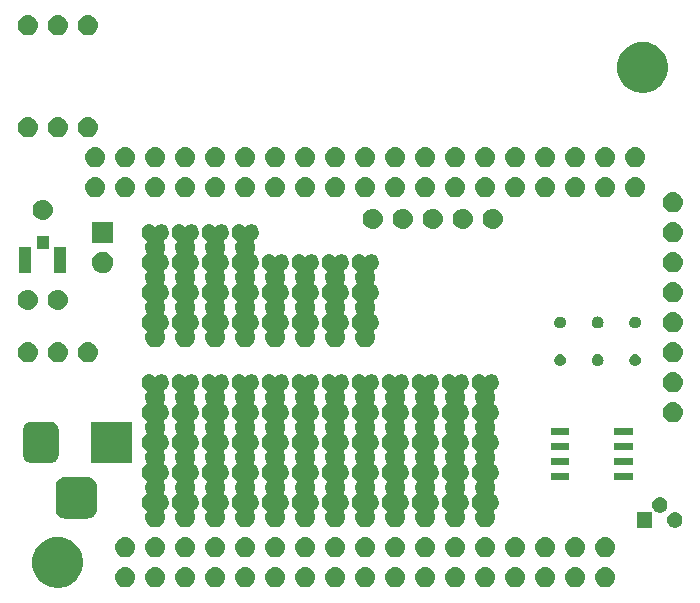
<source format=gbs>
G04 #@! TF.GenerationSoftware,KiCad,Pcbnew,5.0.2+dfsg1-1~bpo9+1*
G04 #@! TF.CreationDate,2020-06-30T16:50:40-04:00*
G04 #@! TF.ProjectId,attiny10,61747469-6e79-4313-902e-6b696361645f,0.10.a*
G04 #@! TF.SameCoordinates,Original*
G04 #@! TF.FileFunction,Soldermask,Bot*
G04 #@! TF.FilePolarity,Negative*
%FSLAX46Y46*%
G04 Gerber Fmt 4.6, Leading zero omitted, Abs format (unit mm)*
G04 Created by KiCad (PCBNEW 5.0.2+dfsg1-1~bpo9+1) date Tue 30 Jun 2020 04:50:40 PM EDT*
%MOMM*%
%LPD*%
G01*
G04 APERTURE LIST*
%ADD10C,0.150000*%
G04 APERTURE END LIST*
D10*
G36*
X34652578Y-99480000D02*
X34917132Y-99532623D01*
X35079203Y-99599755D01*
X35308406Y-99694694D01*
X35660548Y-99929988D01*
X35960012Y-100229452D01*
X36195306Y-100581594D01*
X36226480Y-100656855D01*
X36357377Y-100972868D01*
X36440000Y-101388243D01*
X36440000Y-101811757D01*
X36357377Y-102227132D01*
X36290245Y-102389203D01*
X36195306Y-102618406D01*
X35960012Y-102970548D01*
X35660548Y-103270012D01*
X35308406Y-103505306D01*
X35127670Y-103580169D01*
X34917132Y-103667377D01*
X34714414Y-103707700D01*
X34501758Y-103750000D01*
X34078242Y-103750000D01*
X33865586Y-103707700D01*
X33662868Y-103667377D01*
X33452330Y-103580169D01*
X33271594Y-103505306D01*
X32919452Y-103270012D01*
X32619988Y-102970548D01*
X32384694Y-102618406D01*
X32289755Y-102389203D01*
X32222623Y-102227132D01*
X32140000Y-101811757D01*
X32140000Y-101388243D01*
X32222623Y-100972868D01*
X32353520Y-100656855D01*
X32384694Y-100581594D01*
X32619988Y-100229452D01*
X32919452Y-99929988D01*
X33271594Y-99694694D01*
X33500797Y-99599755D01*
X33662868Y-99532623D01*
X33927422Y-99480000D01*
X34078242Y-99450000D01*
X34501758Y-99450000D01*
X34652578Y-99480000D01*
X34652578Y-99480000D01*
G37*
G36*
X47791630Y-102032299D02*
X47951855Y-102080903D01*
X48099520Y-102159831D01*
X48228949Y-102266051D01*
X48335169Y-102395480D01*
X48414097Y-102543145D01*
X48462701Y-102703370D01*
X48479112Y-102870000D01*
X48462701Y-103036630D01*
X48414097Y-103196855D01*
X48335169Y-103344520D01*
X48228949Y-103473949D01*
X48099520Y-103580169D01*
X47951855Y-103659097D01*
X47791630Y-103707701D01*
X47666752Y-103720000D01*
X47583248Y-103720000D01*
X47458370Y-103707701D01*
X47298145Y-103659097D01*
X47150480Y-103580169D01*
X47021051Y-103473949D01*
X46914831Y-103344520D01*
X46835903Y-103196855D01*
X46787299Y-103036630D01*
X46770888Y-102870000D01*
X46787299Y-102703370D01*
X46835903Y-102543145D01*
X46914831Y-102395480D01*
X47021051Y-102266051D01*
X47150480Y-102159831D01*
X47298145Y-102080903D01*
X47458370Y-102032299D01*
X47583248Y-102020000D01*
X47666752Y-102020000D01*
X47791630Y-102032299D01*
X47791630Y-102032299D01*
G37*
G36*
X65571630Y-102032299D02*
X65731855Y-102080903D01*
X65879520Y-102159831D01*
X66008949Y-102266051D01*
X66115169Y-102395480D01*
X66194097Y-102543145D01*
X66242701Y-102703370D01*
X66259112Y-102870000D01*
X66242701Y-103036630D01*
X66194097Y-103196855D01*
X66115169Y-103344520D01*
X66008949Y-103473949D01*
X65879520Y-103580169D01*
X65731855Y-103659097D01*
X65571630Y-103707701D01*
X65446752Y-103720000D01*
X65363248Y-103720000D01*
X65238370Y-103707701D01*
X65078145Y-103659097D01*
X64930480Y-103580169D01*
X64801051Y-103473949D01*
X64694831Y-103344520D01*
X64615903Y-103196855D01*
X64567299Y-103036630D01*
X64550888Y-102870000D01*
X64567299Y-102703370D01*
X64615903Y-102543145D01*
X64694831Y-102395480D01*
X64801051Y-102266051D01*
X64930480Y-102159831D01*
X65078145Y-102080903D01*
X65238370Y-102032299D01*
X65363248Y-102020000D01*
X65446752Y-102020000D01*
X65571630Y-102032299D01*
X65571630Y-102032299D01*
G37*
G36*
X60491630Y-102032299D02*
X60651855Y-102080903D01*
X60799520Y-102159831D01*
X60928949Y-102266051D01*
X61035169Y-102395480D01*
X61114097Y-102543145D01*
X61162701Y-102703370D01*
X61179112Y-102870000D01*
X61162701Y-103036630D01*
X61114097Y-103196855D01*
X61035169Y-103344520D01*
X60928949Y-103473949D01*
X60799520Y-103580169D01*
X60651855Y-103659097D01*
X60491630Y-103707701D01*
X60366752Y-103720000D01*
X60283248Y-103720000D01*
X60158370Y-103707701D01*
X59998145Y-103659097D01*
X59850480Y-103580169D01*
X59721051Y-103473949D01*
X59614831Y-103344520D01*
X59535903Y-103196855D01*
X59487299Y-103036630D01*
X59470888Y-102870000D01*
X59487299Y-102703370D01*
X59535903Y-102543145D01*
X59614831Y-102395480D01*
X59721051Y-102266051D01*
X59850480Y-102159831D01*
X59998145Y-102080903D01*
X60158370Y-102032299D01*
X60283248Y-102020000D01*
X60366752Y-102020000D01*
X60491630Y-102032299D01*
X60491630Y-102032299D01*
G37*
G36*
X55411630Y-102032299D02*
X55571855Y-102080903D01*
X55719520Y-102159831D01*
X55848949Y-102266051D01*
X55955169Y-102395480D01*
X56034097Y-102543145D01*
X56082701Y-102703370D01*
X56099112Y-102870000D01*
X56082701Y-103036630D01*
X56034097Y-103196855D01*
X55955169Y-103344520D01*
X55848949Y-103473949D01*
X55719520Y-103580169D01*
X55571855Y-103659097D01*
X55411630Y-103707701D01*
X55286752Y-103720000D01*
X55203248Y-103720000D01*
X55078370Y-103707701D01*
X54918145Y-103659097D01*
X54770480Y-103580169D01*
X54641051Y-103473949D01*
X54534831Y-103344520D01*
X54455903Y-103196855D01*
X54407299Y-103036630D01*
X54390888Y-102870000D01*
X54407299Y-102703370D01*
X54455903Y-102543145D01*
X54534831Y-102395480D01*
X54641051Y-102266051D01*
X54770480Y-102159831D01*
X54918145Y-102080903D01*
X55078370Y-102032299D01*
X55203248Y-102020000D01*
X55286752Y-102020000D01*
X55411630Y-102032299D01*
X55411630Y-102032299D01*
G37*
G36*
X63031630Y-102032299D02*
X63191855Y-102080903D01*
X63339520Y-102159831D01*
X63468949Y-102266051D01*
X63575169Y-102395480D01*
X63654097Y-102543145D01*
X63702701Y-102703370D01*
X63719112Y-102870000D01*
X63702701Y-103036630D01*
X63654097Y-103196855D01*
X63575169Y-103344520D01*
X63468949Y-103473949D01*
X63339520Y-103580169D01*
X63191855Y-103659097D01*
X63031630Y-103707701D01*
X62906752Y-103720000D01*
X62823248Y-103720000D01*
X62698370Y-103707701D01*
X62538145Y-103659097D01*
X62390480Y-103580169D01*
X62261051Y-103473949D01*
X62154831Y-103344520D01*
X62075903Y-103196855D01*
X62027299Y-103036630D01*
X62010888Y-102870000D01*
X62027299Y-102703370D01*
X62075903Y-102543145D01*
X62154831Y-102395480D01*
X62261051Y-102266051D01*
X62390480Y-102159831D01*
X62538145Y-102080903D01*
X62698370Y-102032299D01*
X62823248Y-102020000D01*
X62906752Y-102020000D01*
X63031630Y-102032299D01*
X63031630Y-102032299D01*
G37*
G36*
X57951630Y-102032299D02*
X58111855Y-102080903D01*
X58259520Y-102159831D01*
X58388949Y-102266051D01*
X58495169Y-102395480D01*
X58574097Y-102543145D01*
X58622701Y-102703370D01*
X58639112Y-102870000D01*
X58622701Y-103036630D01*
X58574097Y-103196855D01*
X58495169Y-103344520D01*
X58388949Y-103473949D01*
X58259520Y-103580169D01*
X58111855Y-103659097D01*
X57951630Y-103707701D01*
X57826752Y-103720000D01*
X57743248Y-103720000D01*
X57618370Y-103707701D01*
X57458145Y-103659097D01*
X57310480Y-103580169D01*
X57181051Y-103473949D01*
X57074831Y-103344520D01*
X56995903Y-103196855D01*
X56947299Y-103036630D01*
X56930888Y-102870000D01*
X56947299Y-102703370D01*
X56995903Y-102543145D01*
X57074831Y-102395480D01*
X57181051Y-102266051D01*
X57310480Y-102159831D01*
X57458145Y-102080903D01*
X57618370Y-102032299D01*
X57743248Y-102020000D01*
X57826752Y-102020000D01*
X57951630Y-102032299D01*
X57951630Y-102032299D01*
G37*
G36*
X50331630Y-102032299D02*
X50491855Y-102080903D01*
X50639520Y-102159831D01*
X50768949Y-102266051D01*
X50875169Y-102395480D01*
X50954097Y-102543145D01*
X51002701Y-102703370D01*
X51019112Y-102870000D01*
X51002701Y-103036630D01*
X50954097Y-103196855D01*
X50875169Y-103344520D01*
X50768949Y-103473949D01*
X50639520Y-103580169D01*
X50491855Y-103659097D01*
X50331630Y-103707701D01*
X50206752Y-103720000D01*
X50123248Y-103720000D01*
X49998370Y-103707701D01*
X49838145Y-103659097D01*
X49690480Y-103580169D01*
X49561051Y-103473949D01*
X49454831Y-103344520D01*
X49375903Y-103196855D01*
X49327299Y-103036630D01*
X49310888Y-102870000D01*
X49327299Y-102703370D01*
X49375903Y-102543145D01*
X49454831Y-102395480D01*
X49561051Y-102266051D01*
X49690480Y-102159831D01*
X49838145Y-102080903D01*
X49998370Y-102032299D01*
X50123248Y-102020000D01*
X50206752Y-102020000D01*
X50331630Y-102032299D01*
X50331630Y-102032299D01*
G37*
G36*
X45251630Y-102032299D02*
X45411855Y-102080903D01*
X45559520Y-102159831D01*
X45688949Y-102266051D01*
X45795169Y-102395480D01*
X45874097Y-102543145D01*
X45922701Y-102703370D01*
X45939112Y-102870000D01*
X45922701Y-103036630D01*
X45874097Y-103196855D01*
X45795169Y-103344520D01*
X45688949Y-103473949D01*
X45559520Y-103580169D01*
X45411855Y-103659097D01*
X45251630Y-103707701D01*
X45126752Y-103720000D01*
X45043248Y-103720000D01*
X44918370Y-103707701D01*
X44758145Y-103659097D01*
X44610480Y-103580169D01*
X44481051Y-103473949D01*
X44374831Y-103344520D01*
X44295903Y-103196855D01*
X44247299Y-103036630D01*
X44230888Y-102870000D01*
X44247299Y-102703370D01*
X44295903Y-102543145D01*
X44374831Y-102395480D01*
X44481051Y-102266051D01*
X44610480Y-102159831D01*
X44758145Y-102080903D01*
X44918370Y-102032299D01*
X45043248Y-102020000D01*
X45126752Y-102020000D01*
X45251630Y-102032299D01*
X45251630Y-102032299D01*
G37*
G36*
X52871630Y-102032299D02*
X53031855Y-102080903D01*
X53179520Y-102159831D01*
X53308949Y-102266051D01*
X53415169Y-102395480D01*
X53494097Y-102543145D01*
X53542701Y-102703370D01*
X53559112Y-102870000D01*
X53542701Y-103036630D01*
X53494097Y-103196855D01*
X53415169Y-103344520D01*
X53308949Y-103473949D01*
X53179520Y-103580169D01*
X53031855Y-103659097D01*
X52871630Y-103707701D01*
X52746752Y-103720000D01*
X52663248Y-103720000D01*
X52538370Y-103707701D01*
X52378145Y-103659097D01*
X52230480Y-103580169D01*
X52101051Y-103473949D01*
X51994831Y-103344520D01*
X51915903Y-103196855D01*
X51867299Y-103036630D01*
X51850888Y-102870000D01*
X51867299Y-102703370D01*
X51915903Y-102543145D01*
X51994831Y-102395480D01*
X52101051Y-102266051D01*
X52230480Y-102159831D01*
X52378145Y-102080903D01*
X52538370Y-102032299D01*
X52663248Y-102020000D01*
X52746752Y-102020000D01*
X52871630Y-102032299D01*
X52871630Y-102032299D01*
G37*
G36*
X68111630Y-102032299D02*
X68271855Y-102080903D01*
X68419520Y-102159831D01*
X68548949Y-102266051D01*
X68655169Y-102395480D01*
X68734097Y-102543145D01*
X68782701Y-102703370D01*
X68799112Y-102870000D01*
X68782701Y-103036630D01*
X68734097Y-103196855D01*
X68655169Y-103344520D01*
X68548949Y-103473949D01*
X68419520Y-103580169D01*
X68271855Y-103659097D01*
X68111630Y-103707701D01*
X67986752Y-103720000D01*
X67903248Y-103720000D01*
X67778370Y-103707701D01*
X67618145Y-103659097D01*
X67470480Y-103580169D01*
X67341051Y-103473949D01*
X67234831Y-103344520D01*
X67155903Y-103196855D01*
X67107299Y-103036630D01*
X67090888Y-102870000D01*
X67107299Y-102703370D01*
X67155903Y-102543145D01*
X67234831Y-102395480D01*
X67341051Y-102266051D01*
X67470480Y-102159831D01*
X67618145Y-102080903D01*
X67778370Y-102032299D01*
X67903248Y-102020000D01*
X67986752Y-102020000D01*
X68111630Y-102032299D01*
X68111630Y-102032299D01*
G37*
G36*
X42711630Y-102032299D02*
X42871855Y-102080903D01*
X43019520Y-102159831D01*
X43148949Y-102266051D01*
X43255169Y-102395480D01*
X43334097Y-102543145D01*
X43382701Y-102703370D01*
X43399112Y-102870000D01*
X43382701Y-103036630D01*
X43334097Y-103196855D01*
X43255169Y-103344520D01*
X43148949Y-103473949D01*
X43019520Y-103580169D01*
X42871855Y-103659097D01*
X42711630Y-103707701D01*
X42586752Y-103720000D01*
X42503248Y-103720000D01*
X42378370Y-103707701D01*
X42218145Y-103659097D01*
X42070480Y-103580169D01*
X41941051Y-103473949D01*
X41834831Y-103344520D01*
X41755903Y-103196855D01*
X41707299Y-103036630D01*
X41690888Y-102870000D01*
X41707299Y-102703370D01*
X41755903Y-102543145D01*
X41834831Y-102395480D01*
X41941051Y-102266051D01*
X42070480Y-102159831D01*
X42218145Y-102080903D01*
X42378370Y-102032299D01*
X42503248Y-102020000D01*
X42586752Y-102020000D01*
X42711630Y-102032299D01*
X42711630Y-102032299D01*
G37*
G36*
X40171630Y-102032299D02*
X40331855Y-102080903D01*
X40479520Y-102159831D01*
X40608949Y-102266051D01*
X40715169Y-102395480D01*
X40794097Y-102543145D01*
X40842701Y-102703370D01*
X40859112Y-102870000D01*
X40842701Y-103036630D01*
X40794097Y-103196855D01*
X40715169Y-103344520D01*
X40608949Y-103473949D01*
X40479520Y-103580169D01*
X40331855Y-103659097D01*
X40171630Y-103707701D01*
X40046752Y-103720000D01*
X39963248Y-103720000D01*
X39838370Y-103707701D01*
X39678145Y-103659097D01*
X39530480Y-103580169D01*
X39401051Y-103473949D01*
X39294831Y-103344520D01*
X39215903Y-103196855D01*
X39167299Y-103036630D01*
X39150888Y-102870000D01*
X39167299Y-102703370D01*
X39215903Y-102543145D01*
X39294831Y-102395480D01*
X39401051Y-102266051D01*
X39530480Y-102159831D01*
X39678145Y-102080903D01*
X39838370Y-102032299D01*
X39963248Y-102020000D01*
X40046752Y-102020000D01*
X40171630Y-102032299D01*
X40171630Y-102032299D01*
G37*
G36*
X75731630Y-102032299D02*
X75891855Y-102080903D01*
X76039520Y-102159831D01*
X76168949Y-102266051D01*
X76275169Y-102395480D01*
X76354097Y-102543145D01*
X76402701Y-102703370D01*
X76419112Y-102870000D01*
X76402701Y-103036630D01*
X76354097Y-103196855D01*
X76275169Y-103344520D01*
X76168949Y-103473949D01*
X76039520Y-103580169D01*
X75891855Y-103659097D01*
X75731630Y-103707701D01*
X75606752Y-103720000D01*
X75523248Y-103720000D01*
X75398370Y-103707701D01*
X75238145Y-103659097D01*
X75090480Y-103580169D01*
X74961051Y-103473949D01*
X74854831Y-103344520D01*
X74775903Y-103196855D01*
X74727299Y-103036630D01*
X74710888Y-102870000D01*
X74727299Y-102703370D01*
X74775903Y-102543145D01*
X74854831Y-102395480D01*
X74961051Y-102266051D01*
X75090480Y-102159831D01*
X75238145Y-102080903D01*
X75398370Y-102032299D01*
X75523248Y-102020000D01*
X75606752Y-102020000D01*
X75731630Y-102032299D01*
X75731630Y-102032299D01*
G37*
G36*
X70651630Y-102032299D02*
X70811855Y-102080903D01*
X70959520Y-102159831D01*
X71088949Y-102266051D01*
X71195169Y-102395480D01*
X71274097Y-102543145D01*
X71322701Y-102703370D01*
X71339112Y-102870000D01*
X71322701Y-103036630D01*
X71274097Y-103196855D01*
X71195169Y-103344520D01*
X71088949Y-103473949D01*
X70959520Y-103580169D01*
X70811855Y-103659097D01*
X70651630Y-103707701D01*
X70526752Y-103720000D01*
X70443248Y-103720000D01*
X70318370Y-103707701D01*
X70158145Y-103659097D01*
X70010480Y-103580169D01*
X69881051Y-103473949D01*
X69774831Y-103344520D01*
X69695903Y-103196855D01*
X69647299Y-103036630D01*
X69630888Y-102870000D01*
X69647299Y-102703370D01*
X69695903Y-102543145D01*
X69774831Y-102395480D01*
X69881051Y-102266051D01*
X70010480Y-102159831D01*
X70158145Y-102080903D01*
X70318370Y-102032299D01*
X70443248Y-102020000D01*
X70526752Y-102020000D01*
X70651630Y-102032299D01*
X70651630Y-102032299D01*
G37*
G36*
X78271630Y-102032299D02*
X78431855Y-102080903D01*
X78579520Y-102159831D01*
X78708949Y-102266051D01*
X78815169Y-102395480D01*
X78894097Y-102543145D01*
X78942701Y-102703370D01*
X78959112Y-102870000D01*
X78942701Y-103036630D01*
X78894097Y-103196855D01*
X78815169Y-103344520D01*
X78708949Y-103473949D01*
X78579520Y-103580169D01*
X78431855Y-103659097D01*
X78271630Y-103707701D01*
X78146752Y-103720000D01*
X78063248Y-103720000D01*
X77938370Y-103707701D01*
X77778145Y-103659097D01*
X77630480Y-103580169D01*
X77501051Y-103473949D01*
X77394831Y-103344520D01*
X77315903Y-103196855D01*
X77267299Y-103036630D01*
X77250888Y-102870000D01*
X77267299Y-102703370D01*
X77315903Y-102543145D01*
X77394831Y-102395480D01*
X77501051Y-102266051D01*
X77630480Y-102159831D01*
X77778145Y-102080903D01*
X77938370Y-102032299D01*
X78063248Y-102020000D01*
X78146752Y-102020000D01*
X78271630Y-102032299D01*
X78271630Y-102032299D01*
G37*
G36*
X73191630Y-102032299D02*
X73351855Y-102080903D01*
X73499520Y-102159831D01*
X73628949Y-102266051D01*
X73735169Y-102395480D01*
X73814097Y-102543145D01*
X73862701Y-102703370D01*
X73879112Y-102870000D01*
X73862701Y-103036630D01*
X73814097Y-103196855D01*
X73735169Y-103344520D01*
X73628949Y-103473949D01*
X73499520Y-103580169D01*
X73351855Y-103659097D01*
X73191630Y-103707701D01*
X73066752Y-103720000D01*
X72983248Y-103720000D01*
X72858370Y-103707701D01*
X72698145Y-103659097D01*
X72550480Y-103580169D01*
X72421051Y-103473949D01*
X72314831Y-103344520D01*
X72235903Y-103196855D01*
X72187299Y-103036630D01*
X72170888Y-102870000D01*
X72187299Y-102703370D01*
X72235903Y-102543145D01*
X72314831Y-102395480D01*
X72421051Y-102266051D01*
X72550480Y-102159831D01*
X72698145Y-102080903D01*
X72858370Y-102032299D01*
X72983248Y-102020000D01*
X73066752Y-102020000D01*
X73191630Y-102032299D01*
X73191630Y-102032299D01*
G37*
G36*
X80811630Y-102032299D02*
X80971855Y-102080903D01*
X81119520Y-102159831D01*
X81248949Y-102266051D01*
X81355169Y-102395480D01*
X81434097Y-102543145D01*
X81482701Y-102703370D01*
X81499112Y-102870000D01*
X81482701Y-103036630D01*
X81434097Y-103196855D01*
X81355169Y-103344520D01*
X81248949Y-103473949D01*
X81119520Y-103580169D01*
X80971855Y-103659097D01*
X80811630Y-103707701D01*
X80686752Y-103720000D01*
X80603248Y-103720000D01*
X80478370Y-103707701D01*
X80318145Y-103659097D01*
X80170480Y-103580169D01*
X80041051Y-103473949D01*
X79934831Y-103344520D01*
X79855903Y-103196855D01*
X79807299Y-103036630D01*
X79790888Y-102870000D01*
X79807299Y-102703370D01*
X79855903Y-102543145D01*
X79934831Y-102395480D01*
X80041051Y-102266051D01*
X80170480Y-102159831D01*
X80318145Y-102080903D01*
X80478370Y-102032299D01*
X80603248Y-102020000D01*
X80686752Y-102020000D01*
X80811630Y-102032299D01*
X80811630Y-102032299D01*
G37*
G36*
X65571630Y-99492299D02*
X65731855Y-99540903D01*
X65879520Y-99619831D01*
X66008949Y-99726051D01*
X66115169Y-99855480D01*
X66194097Y-100003145D01*
X66242701Y-100163370D01*
X66259112Y-100330000D01*
X66242701Y-100496630D01*
X66194097Y-100656855D01*
X66115169Y-100804520D01*
X66008949Y-100933949D01*
X65879520Y-101040169D01*
X65731855Y-101119097D01*
X65571630Y-101167701D01*
X65446752Y-101180000D01*
X65363248Y-101180000D01*
X65238370Y-101167701D01*
X65078145Y-101119097D01*
X64930480Y-101040169D01*
X64801051Y-100933949D01*
X64694831Y-100804520D01*
X64615903Y-100656855D01*
X64567299Y-100496630D01*
X64550888Y-100330000D01*
X64567299Y-100163370D01*
X64615903Y-100003145D01*
X64694831Y-99855480D01*
X64801051Y-99726051D01*
X64930480Y-99619831D01*
X65078145Y-99540903D01*
X65238370Y-99492299D01*
X65363248Y-99480000D01*
X65446752Y-99480000D01*
X65571630Y-99492299D01*
X65571630Y-99492299D01*
G37*
G36*
X55411630Y-99492299D02*
X55571855Y-99540903D01*
X55719520Y-99619831D01*
X55848949Y-99726051D01*
X55955169Y-99855480D01*
X56034097Y-100003145D01*
X56082701Y-100163370D01*
X56099112Y-100330000D01*
X56082701Y-100496630D01*
X56034097Y-100656855D01*
X55955169Y-100804520D01*
X55848949Y-100933949D01*
X55719520Y-101040169D01*
X55571855Y-101119097D01*
X55411630Y-101167701D01*
X55286752Y-101180000D01*
X55203248Y-101180000D01*
X55078370Y-101167701D01*
X54918145Y-101119097D01*
X54770480Y-101040169D01*
X54641051Y-100933949D01*
X54534831Y-100804520D01*
X54455903Y-100656855D01*
X54407299Y-100496630D01*
X54390888Y-100330000D01*
X54407299Y-100163370D01*
X54455903Y-100003145D01*
X54534831Y-99855480D01*
X54641051Y-99726051D01*
X54770480Y-99619831D01*
X54918145Y-99540903D01*
X55078370Y-99492299D01*
X55203248Y-99480000D01*
X55286752Y-99480000D01*
X55411630Y-99492299D01*
X55411630Y-99492299D01*
G37*
G36*
X60491630Y-99492299D02*
X60651855Y-99540903D01*
X60799520Y-99619831D01*
X60928949Y-99726051D01*
X61035169Y-99855480D01*
X61114097Y-100003145D01*
X61162701Y-100163370D01*
X61179112Y-100330000D01*
X61162701Y-100496630D01*
X61114097Y-100656855D01*
X61035169Y-100804520D01*
X60928949Y-100933949D01*
X60799520Y-101040169D01*
X60651855Y-101119097D01*
X60491630Y-101167701D01*
X60366752Y-101180000D01*
X60283248Y-101180000D01*
X60158370Y-101167701D01*
X59998145Y-101119097D01*
X59850480Y-101040169D01*
X59721051Y-100933949D01*
X59614831Y-100804520D01*
X59535903Y-100656855D01*
X59487299Y-100496630D01*
X59470888Y-100330000D01*
X59487299Y-100163370D01*
X59535903Y-100003145D01*
X59614831Y-99855480D01*
X59721051Y-99726051D01*
X59850480Y-99619831D01*
X59998145Y-99540903D01*
X60158370Y-99492299D01*
X60283248Y-99480000D01*
X60366752Y-99480000D01*
X60491630Y-99492299D01*
X60491630Y-99492299D01*
G37*
G36*
X47791630Y-99492299D02*
X47951855Y-99540903D01*
X48099520Y-99619831D01*
X48228949Y-99726051D01*
X48335169Y-99855480D01*
X48414097Y-100003145D01*
X48462701Y-100163370D01*
X48479112Y-100330000D01*
X48462701Y-100496630D01*
X48414097Y-100656855D01*
X48335169Y-100804520D01*
X48228949Y-100933949D01*
X48099520Y-101040169D01*
X47951855Y-101119097D01*
X47791630Y-101167701D01*
X47666752Y-101180000D01*
X47583248Y-101180000D01*
X47458370Y-101167701D01*
X47298145Y-101119097D01*
X47150480Y-101040169D01*
X47021051Y-100933949D01*
X46914831Y-100804520D01*
X46835903Y-100656855D01*
X46787299Y-100496630D01*
X46770888Y-100330000D01*
X46787299Y-100163370D01*
X46835903Y-100003145D01*
X46914831Y-99855480D01*
X47021051Y-99726051D01*
X47150480Y-99619831D01*
X47298145Y-99540903D01*
X47458370Y-99492299D01*
X47583248Y-99480000D01*
X47666752Y-99480000D01*
X47791630Y-99492299D01*
X47791630Y-99492299D01*
G37*
G36*
X63031630Y-99492299D02*
X63191855Y-99540903D01*
X63339520Y-99619831D01*
X63468949Y-99726051D01*
X63575169Y-99855480D01*
X63654097Y-100003145D01*
X63702701Y-100163370D01*
X63719112Y-100330000D01*
X63702701Y-100496630D01*
X63654097Y-100656855D01*
X63575169Y-100804520D01*
X63468949Y-100933949D01*
X63339520Y-101040169D01*
X63191855Y-101119097D01*
X63031630Y-101167701D01*
X62906752Y-101180000D01*
X62823248Y-101180000D01*
X62698370Y-101167701D01*
X62538145Y-101119097D01*
X62390480Y-101040169D01*
X62261051Y-100933949D01*
X62154831Y-100804520D01*
X62075903Y-100656855D01*
X62027299Y-100496630D01*
X62010888Y-100330000D01*
X62027299Y-100163370D01*
X62075903Y-100003145D01*
X62154831Y-99855480D01*
X62261051Y-99726051D01*
X62390480Y-99619831D01*
X62538145Y-99540903D01*
X62698370Y-99492299D01*
X62823248Y-99480000D01*
X62906752Y-99480000D01*
X63031630Y-99492299D01*
X63031630Y-99492299D01*
G37*
G36*
X52871630Y-99492299D02*
X53031855Y-99540903D01*
X53179520Y-99619831D01*
X53308949Y-99726051D01*
X53415169Y-99855480D01*
X53494097Y-100003145D01*
X53542701Y-100163370D01*
X53559112Y-100330000D01*
X53542701Y-100496630D01*
X53494097Y-100656855D01*
X53415169Y-100804520D01*
X53308949Y-100933949D01*
X53179520Y-101040169D01*
X53031855Y-101119097D01*
X52871630Y-101167701D01*
X52746752Y-101180000D01*
X52663248Y-101180000D01*
X52538370Y-101167701D01*
X52378145Y-101119097D01*
X52230480Y-101040169D01*
X52101051Y-100933949D01*
X51994831Y-100804520D01*
X51915903Y-100656855D01*
X51867299Y-100496630D01*
X51850888Y-100330000D01*
X51867299Y-100163370D01*
X51915903Y-100003145D01*
X51994831Y-99855480D01*
X52101051Y-99726051D01*
X52230480Y-99619831D01*
X52378145Y-99540903D01*
X52538370Y-99492299D01*
X52663248Y-99480000D01*
X52746752Y-99480000D01*
X52871630Y-99492299D01*
X52871630Y-99492299D01*
G37*
G36*
X50331630Y-99492299D02*
X50491855Y-99540903D01*
X50639520Y-99619831D01*
X50768949Y-99726051D01*
X50875169Y-99855480D01*
X50954097Y-100003145D01*
X51002701Y-100163370D01*
X51019112Y-100330000D01*
X51002701Y-100496630D01*
X50954097Y-100656855D01*
X50875169Y-100804520D01*
X50768949Y-100933949D01*
X50639520Y-101040169D01*
X50491855Y-101119097D01*
X50331630Y-101167701D01*
X50206752Y-101180000D01*
X50123248Y-101180000D01*
X49998370Y-101167701D01*
X49838145Y-101119097D01*
X49690480Y-101040169D01*
X49561051Y-100933949D01*
X49454831Y-100804520D01*
X49375903Y-100656855D01*
X49327299Y-100496630D01*
X49310888Y-100330000D01*
X49327299Y-100163370D01*
X49375903Y-100003145D01*
X49454831Y-99855480D01*
X49561051Y-99726051D01*
X49690480Y-99619831D01*
X49838145Y-99540903D01*
X49998370Y-99492299D01*
X50123248Y-99480000D01*
X50206752Y-99480000D01*
X50331630Y-99492299D01*
X50331630Y-99492299D01*
G37*
G36*
X45251630Y-99492299D02*
X45411855Y-99540903D01*
X45559520Y-99619831D01*
X45688949Y-99726051D01*
X45795169Y-99855480D01*
X45874097Y-100003145D01*
X45922701Y-100163370D01*
X45939112Y-100330000D01*
X45922701Y-100496630D01*
X45874097Y-100656855D01*
X45795169Y-100804520D01*
X45688949Y-100933949D01*
X45559520Y-101040169D01*
X45411855Y-101119097D01*
X45251630Y-101167701D01*
X45126752Y-101180000D01*
X45043248Y-101180000D01*
X44918370Y-101167701D01*
X44758145Y-101119097D01*
X44610480Y-101040169D01*
X44481051Y-100933949D01*
X44374831Y-100804520D01*
X44295903Y-100656855D01*
X44247299Y-100496630D01*
X44230888Y-100330000D01*
X44247299Y-100163370D01*
X44295903Y-100003145D01*
X44374831Y-99855480D01*
X44481051Y-99726051D01*
X44610480Y-99619831D01*
X44758145Y-99540903D01*
X44918370Y-99492299D01*
X45043248Y-99480000D01*
X45126752Y-99480000D01*
X45251630Y-99492299D01*
X45251630Y-99492299D01*
G37*
G36*
X68111630Y-99492299D02*
X68271855Y-99540903D01*
X68419520Y-99619831D01*
X68548949Y-99726051D01*
X68655169Y-99855480D01*
X68734097Y-100003145D01*
X68782701Y-100163370D01*
X68799112Y-100330000D01*
X68782701Y-100496630D01*
X68734097Y-100656855D01*
X68655169Y-100804520D01*
X68548949Y-100933949D01*
X68419520Y-101040169D01*
X68271855Y-101119097D01*
X68111630Y-101167701D01*
X67986752Y-101180000D01*
X67903248Y-101180000D01*
X67778370Y-101167701D01*
X67618145Y-101119097D01*
X67470480Y-101040169D01*
X67341051Y-100933949D01*
X67234831Y-100804520D01*
X67155903Y-100656855D01*
X67107299Y-100496630D01*
X67090888Y-100330000D01*
X67107299Y-100163370D01*
X67155903Y-100003145D01*
X67234831Y-99855480D01*
X67341051Y-99726051D01*
X67470480Y-99619831D01*
X67618145Y-99540903D01*
X67778370Y-99492299D01*
X67903248Y-99480000D01*
X67986752Y-99480000D01*
X68111630Y-99492299D01*
X68111630Y-99492299D01*
G37*
G36*
X40171630Y-99492299D02*
X40331855Y-99540903D01*
X40479520Y-99619831D01*
X40608949Y-99726051D01*
X40715169Y-99855480D01*
X40794097Y-100003145D01*
X40842701Y-100163370D01*
X40859112Y-100330000D01*
X40842701Y-100496630D01*
X40794097Y-100656855D01*
X40715169Y-100804520D01*
X40608949Y-100933949D01*
X40479520Y-101040169D01*
X40331855Y-101119097D01*
X40171630Y-101167701D01*
X40046752Y-101180000D01*
X39963248Y-101180000D01*
X39838370Y-101167701D01*
X39678145Y-101119097D01*
X39530480Y-101040169D01*
X39401051Y-100933949D01*
X39294831Y-100804520D01*
X39215903Y-100656855D01*
X39167299Y-100496630D01*
X39150888Y-100330000D01*
X39167299Y-100163370D01*
X39215903Y-100003145D01*
X39294831Y-99855480D01*
X39401051Y-99726051D01*
X39530480Y-99619831D01*
X39678145Y-99540903D01*
X39838370Y-99492299D01*
X39963248Y-99480000D01*
X40046752Y-99480000D01*
X40171630Y-99492299D01*
X40171630Y-99492299D01*
G37*
G36*
X73191630Y-99492299D02*
X73351855Y-99540903D01*
X73499520Y-99619831D01*
X73628949Y-99726051D01*
X73735169Y-99855480D01*
X73814097Y-100003145D01*
X73862701Y-100163370D01*
X73879112Y-100330000D01*
X73862701Y-100496630D01*
X73814097Y-100656855D01*
X73735169Y-100804520D01*
X73628949Y-100933949D01*
X73499520Y-101040169D01*
X73351855Y-101119097D01*
X73191630Y-101167701D01*
X73066752Y-101180000D01*
X72983248Y-101180000D01*
X72858370Y-101167701D01*
X72698145Y-101119097D01*
X72550480Y-101040169D01*
X72421051Y-100933949D01*
X72314831Y-100804520D01*
X72235903Y-100656855D01*
X72187299Y-100496630D01*
X72170888Y-100330000D01*
X72187299Y-100163370D01*
X72235903Y-100003145D01*
X72314831Y-99855480D01*
X72421051Y-99726051D01*
X72550480Y-99619831D01*
X72698145Y-99540903D01*
X72858370Y-99492299D01*
X72983248Y-99480000D01*
X73066752Y-99480000D01*
X73191630Y-99492299D01*
X73191630Y-99492299D01*
G37*
G36*
X78271630Y-99492299D02*
X78431855Y-99540903D01*
X78579520Y-99619831D01*
X78708949Y-99726051D01*
X78815169Y-99855480D01*
X78894097Y-100003145D01*
X78942701Y-100163370D01*
X78959112Y-100330000D01*
X78942701Y-100496630D01*
X78894097Y-100656855D01*
X78815169Y-100804520D01*
X78708949Y-100933949D01*
X78579520Y-101040169D01*
X78431855Y-101119097D01*
X78271630Y-101167701D01*
X78146752Y-101180000D01*
X78063248Y-101180000D01*
X77938370Y-101167701D01*
X77778145Y-101119097D01*
X77630480Y-101040169D01*
X77501051Y-100933949D01*
X77394831Y-100804520D01*
X77315903Y-100656855D01*
X77267299Y-100496630D01*
X77250888Y-100330000D01*
X77267299Y-100163370D01*
X77315903Y-100003145D01*
X77394831Y-99855480D01*
X77501051Y-99726051D01*
X77630480Y-99619831D01*
X77778145Y-99540903D01*
X77938370Y-99492299D01*
X78063248Y-99480000D01*
X78146752Y-99480000D01*
X78271630Y-99492299D01*
X78271630Y-99492299D01*
G37*
G36*
X80811630Y-99492299D02*
X80971855Y-99540903D01*
X81119520Y-99619831D01*
X81248949Y-99726051D01*
X81355169Y-99855480D01*
X81434097Y-100003145D01*
X81482701Y-100163370D01*
X81499112Y-100330000D01*
X81482701Y-100496630D01*
X81434097Y-100656855D01*
X81355169Y-100804520D01*
X81248949Y-100933949D01*
X81119520Y-101040169D01*
X80971855Y-101119097D01*
X80811630Y-101167701D01*
X80686752Y-101180000D01*
X80603248Y-101180000D01*
X80478370Y-101167701D01*
X80318145Y-101119097D01*
X80170480Y-101040169D01*
X80041051Y-100933949D01*
X79934831Y-100804520D01*
X79855903Y-100656855D01*
X79807299Y-100496630D01*
X79790888Y-100330000D01*
X79807299Y-100163370D01*
X79855903Y-100003145D01*
X79934831Y-99855480D01*
X80041051Y-99726051D01*
X80170480Y-99619831D01*
X80318145Y-99540903D01*
X80478370Y-99492299D01*
X80603248Y-99480000D01*
X80686752Y-99480000D01*
X80811630Y-99492299D01*
X80811630Y-99492299D01*
G37*
G36*
X57951630Y-99492299D02*
X58111855Y-99540903D01*
X58259520Y-99619831D01*
X58388949Y-99726051D01*
X58495169Y-99855480D01*
X58574097Y-100003145D01*
X58622701Y-100163370D01*
X58639112Y-100330000D01*
X58622701Y-100496630D01*
X58574097Y-100656855D01*
X58495169Y-100804520D01*
X58388949Y-100933949D01*
X58259520Y-101040169D01*
X58111855Y-101119097D01*
X57951630Y-101167701D01*
X57826752Y-101180000D01*
X57743248Y-101180000D01*
X57618370Y-101167701D01*
X57458145Y-101119097D01*
X57310480Y-101040169D01*
X57181051Y-100933949D01*
X57074831Y-100804520D01*
X56995903Y-100656855D01*
X56947299Y-100496630D01*
X56930888Y-100330000D01*
X56947299Y-100163370D01*
X56995903Y-100003145D01*
X57074831Y-99855480D01*
X57181051Y-99726051D01*
X57310480Y-99619831D01*
X57458145Y-99540903D01*
X57618370Y-99492299D01*
X57743248Y-99480000D01*
X57826752Y-99480000D01*
X57951630Y-99492299D01*
X57951630Y-99492299D01*
G37*
G36*
X75731630Y-99492299D02*
X75891855Y-99540903D01*
X76039520Y-99619831D01*
X76168949Y-99726051D01*
X76275169Y-99855480D01*
X76354097Y-100003145D01*
X76402701Y-100163370D01*
X76419112Y-100330000D01*
X76402701Y-100496630D01*
X76354097Y-100656855D01*
X76275169Y-100804520D01*
X76168949Y-100933949D01*
X76039520Y-101040169D01*
X75891855Y-101119097D01*
X75731630Y-101167701D01*
X75606752Y-101180000D01*
X75523248Y-101180000D01*
X75398370Y-101167701D01*
X75238145Y-101119097D01*
X75090480Y-101040169D01*
X74961051Y-100933949D01*
X74854831Y-100804520D01*
X74775903Y-100656855D01*
X74727299Y-100496630D01*
X74710888Y-100330000D01*
X74727299Y-100163370D01*
X74775903Y-100003145D01*
X74854831Y-99855480D01*
X74961051Y-99726051D01*
X75090480Y-99619831D01*
X75238145Y-99540903D01*
X75398370Y-99492299D01*
X75523248Y-99480000D01*
X75606752Y-99480000D01*
X75731630Y-99492299D01*
X75731630Y-99492299D01*
G37*
G36*
X70651630Y-99492299D02*
X70811855Y-99540903D01*
X70959520Y-99619831D01*
X71088949Y-99726051D01*
X71195169Y-99855480D01*
X71274097Y-100003145D01*
X71322701Y-100163370D01*
X71339112Y-100330000D01*
X71322701Y-100496630D01*
X71274097Y-100656855D01*
X71195169Y-100804520D01*
X71088949Y-100933949D01*
X70959520Y-101040169D01*
X70811855Y-101119097D01*
X70651630Y-101167701D01*
X70526752Y-101180000D01*
X70443248Y-101180000D01*
X70318370Y-101167701D01*
X70158145Y-101119097D01*
X70010480Y-101040169D01*
X69881051Y-100933949D01*
X69774831Y-100804520D01*
X69695903Y-100656855D01*
X69647299Y-100496630D01*
X69630888Y-100330000D01*
X69647299Y-100163370D01*
X69695903Y-100003145D01*
X69774831Y-99855480D01*
X69881051Y-99726051D01*
X70010480Y-99619831D01*
X70158145Y-99540903D01*
X70318370Y-99492299D01*
X70443248Y-99480000D01*
X70526752Y-99480000D01*
X70651630Y-99492299D01*
X70651630Y-99492299D01*
G37*
G36*
X42711630Y-99492299D02*
X42871855Y-99540903D01*
X43019520Y-99619831D01*
X43148949Y-99726051D01*
X43255169Y-99855480D01*
X43334097Y-100003145D01*
X43382701Y-100163370D01*
X43399112Y-100330000D01*
X43382701Y-100496630D01*
X43334097Y-100656855D01*
X43255169Y-100804520D01*
X43148949Y-100933949D01*
X43019520Y-101040169D01*
X42871855Y-101119097D01*
X42711630Y-101167701D01*
X42586752Y-101180000D01*
X42503248Y-101180000D01*
X42378370Y-101167701D01*
X42218145Y-101119097D01*
X42070480Y-101040169D01*
X41941051Y-100933949D01*
X41834831Y-100804520D01*
X41755903Y-100656855D01*
X41707299Y-100496630D01*
X41690888Y-100330000D01*
X41707299Y-100163370D01*
X41755903Y-100003145D01*
X41834831Y-99855480D01*
X41941051Y-99726051D01*
X42070480Y-99619831D01*
X42218145Y-99540903D01*
X42378370Y-99492299D01*
X42503248Y-99480000D01*
X42586752Y-99480000D01*
X42711630Y-99492299D01*
X42711630Y-99492299D01*
G37*
G36*
X86687738Y-97366653D02*
X86729598Y-97374979D01*
X86761516Y-97388200D01*
X86847890Y-97423977D01*
X86954354Y-97495114D01*
X87044886Y-97585646D01*
X87116023Y-97692110D01*
X87165021Y-97810403D01*
X87190000Y-97935979D01*
X87190000Y-98064021D01*
X87165021Y-98189597D01*
X87116023Y-98307890D01*
X87044886Y-98414354D01*
X86954354Y-98504886D01*
X86847890Y-98576023D01*
X86764245Y-98610670D01*
X86729598Y-98625021D01*
X86687738Y-98633347D01*
X86604021Y-98650000D01*
X86475979Y-98650000D01*
X86392262Y-98633347D01*
X86350402Y-98625021D01*
X86315755Y-98610670D01*
X86232110Y-98576023D01*
X86125646Y-98504886D01*
X86035114Y-98414354D01*
X85963977Y-98307890D01*
X85914979Y-98189597D01*
X85890000Y-98064021D01*
X85890000Y-97935979D01*
X85914979Y-97810403D01*
X85963977Y-97692110D01*
X86035114Y-97585646D01*
X86125646Y-97495114D01*
X86232110Y-97423977D01*
X86318484Y-97388200D01*
X86350402Y-97374979D01*
X86392262Y-97366653D01*
X86475979Y-97350000D01*
X86604021Y-97350000D01*
X86687738Y-97366653D01*
X86687738Y-97366653D01*
G37*
G36*
X84650000Y-98650000D02*
X83350000Y-98650000D01*
X83350000Y-97350000D01*
X84650000Y-97350000D01*
X84650000Y-98650000D01*
X84650000Y-98650000D01*
G37*
G36*
X48277620Y-85668682D02*
X48390720Y-85702990D01*
X48494954Y-85758704D01*
X48586317Y-85833683D01*
X48661296Y-85925045D01*
X48717010Y-86029279D01*
X48751318Y-86142379D01*
X48760000Y-86230526D01*
X48760000Y-86489473D01*
X48751318Y-86577620D01*
X48717010Y-86690720D01*
X48661296Y-86794955D01*
X48586317Y-86886317D01*
X48494955Y-86961296D01*
X48400174Y-87011957D01*
X48379811Y-87025564D01*
X48362484Y-87042891D01*
X48348870Y-87063266D01*
X48339492Y-87085905D01*
X48334712Y-87109938D01*
X48334712Y-87134442D01*
X48339493Y-87158476D01*
X48348870Y-87181114D01*
X48386117Y-87250799D01*
X48414097Y-87303145D01*
X48414097Y-87303146D01*
X48462701Y-87463370D01*
X48479112Y-87630000D01*
X48462701Y-87796630D01*
X48423273Y-87926604D01*
X48414097Y-87956855D01*
X48386117Y-88009201D01*
X48348870Y-88078886D01*
X48339492Y-88101525D01*
X48334712Y-88125558D01*
X48334712Y-88150063D01*
X48339493Y-88174096D01*
X48348870Y-88196735D01*
X48362484Y-88217110D01*
X48379811Y-88234437D01*
X48400178Y-88248046D01*
X48494954Y-88298704D01*
X48586317Y-88373683D01*
X48661296Y-88465045D01*
X48717010Y-88569279D01*
X48751318Y-88682379D01*
X48760000Y-88770526D01*
X48760000Y-89029473D01*
X48751318Y-89117620D01*
X48717010Y-89230720D01*
X48661296Y-89334955D01*
X48586317Y-89426317D01*
X48494955Y-89501296D01*
X48400174Y-89551957D01*
X48379811Y-89565564D01*
X48362484Y-89582891D01*
X48348870Y-89603266D01*
X48339492Y-89625905D01*
X48334712Y-89649938D01*
X48334712Y-89674442D01*
X48339493Y-89698476D01*
X48348870Y-89721114D01*
X48386117Y-89790799D01*
X48414097Y-89843145D01*
X48414097Y-89843146D01*
X48462701Y-90003370D01*
X48479112Y-90170000D01*
X48462701Y-90336630D01*
X48423273Y-90466604D01*
X48414097Y-90496855D01*
X48386117Y-90549201D01*
X48348870Y-90618886D01*
X48339492Y-90641525D01*
X48334712Y-90665558D01*
X48334712Y-90690063D01*
X48339493Y-90714096D01*
X48348870Y-90736735D01*
X48362484Y-90757110D01*
X48379811Y-90774437D01*
X48400178Y-90788046D01*
X48494954Y-90838704D01*
X48586317Y-90913683D01*
X48661296Y-91005045D01*
X48717010Y-91109279D01*
X48751318Y-91222379D01*
X48760000Y-91310526D01*
X48760000Y-91569473D01*
X48751318Y-91657620D01*
X48717010Y-91770720D01*
X48661296Y-91874955D01*
X48586317Y-91966317D01*
X48494955Y-92041296D01*
X48400174Y-92091957D01*
X48379811Y-92105564D01*
X48362484Y-92122891D01*
X48348870Y-92143266D01*
X48339492Y-92165905D01*
X48334712Y-92189938D01*
X48334712Y-92214442D01*
X48339493Y-92238476D01*
X48348870Y-92261114D01*
X48386117Y-92330799D01*
X48414097Y-92383145D01*
X48414097Y-92383146D01*
X48462701Y-92543370D01*
X48479112Y-92710000D01*
X48462701Y-92876630D01*
X48434277Y-92970330D01*
X48414097Y-93036855D01*
X48386117Y-93089201D01*
X48348870Y-93158886D01*
X48339492Y-93181525D01*
X48334712Y-93205558D01*
X48334712Y-93230063D01*
X48339493Y-93254096D01*
X48348870Y-93276735D01*
X48362484Y-93297110D01*
X48379811Y-93314437D01*
X48400178Y-93328046D01*
X48494954Y-93378704D01*
X48586317Y-93453683D01*
X48661296Y-93545045D01*
X48717010Y-93649279D01*
X48751318Y-93762379D01*
X48760000Y-93850526D01*
X48760000Y-94109473D01*
X48751318Y-94197620D01*
X48717010Y-94310720D01*
X48661296Y-94414955D01*
X48586317Y-94506317D01*
X48494955Y-94581296D01*
X48400174Y-94631957D01*
X48379811Y-94645564D01*
X48362484Y-94662891D01*
X48348870Y-94683266D01*
X48339492Y-94705905D01*
X48334712Y-94729938D01*
X48334712Y-94754442D01*
X48339493Y-94778476D01*
X48348870Y-94801114D01*
X48386117Y-94870799D01*
X48414097Y-94923145D01*
X48423273Y-94953396D01*
X48462701Y-95083370D01*
X48479112Y-95250000D01*
X48462701Y-95416630D01*
X48423273Y-95546604D01*
X48414097Y-95576855D01*
X48386117Y-95629201D01*
X48348870Y-95698886D01*
X48339492Y-95721525D01*
X48334712Y-95745558D01*
X48334712Y-95770063D01*
X48339493Y-95794096D01*
X48348870Y-95816735D01*
X48362484Y-95837110D01*
X48379811Y-95854437D01*
X48400178Y-95868046D01*
X48494954Y-95918704D01*
X48586317Y-95993683D01*
X48661296Y-96085045D01*
X48717010Y-96189279D01*
X48751318Y-96302379D01*
X48760000Y-96390526D01*
X48760000Y-96649473D01*
X48751318Y-96737620D01*
X48717010Y-96850720D01*
X48661296Y-96954955D01*
X48586317Y-97046317D01*
X48494955Y-97121296D01*
X48400174Y-97171957D01*
X48379811Y-97185564D01*
X48362484Y-97202891D01*
X48348870Y-97223266D01*
X48339492Y-97245905D01*
X48334712Y-97269938D01*
X48334712Y-97294442D01*
X48339493Y-97318476D01*
X48348870Y-97341114D01*
X48356303Y-97355021D01*
X48414097Y-97463145D01*
X48414097Y-97463146D01*
X48462701Y-97623370D01*
X48479112Y-97790000D01*
X48462701Y-97956630D01*
X48414097Y-98116855D01*
X48335169Y-98264520D01*
X48228949Y-98393949D01*
X48099520Y-98500169D01*
X47951855Y-98579097D01*
X47791630Y-98627701D01*
X47666752Y-98640000D01*
X47583248Y-98640000D01*
X47458370Y-98627701D01*
X47298145Y-98579097D01*
X47150480Y-98500169D01*
X47021051Y-98393949D01*
X46914831Y-98264520D01*
X46835903Y-98116855D01*
X46787299Y-97956630D01*
X46770888Y-97790000D01*
X46787299Y-97623370D01*
X46835903Y-97463146D01*
X46835903Y-97463145D01*
X46893697Y-97355021D01*
X46901130Y-97341114D01*
X46910508Y-97318475D01*
X46915288Y-97294442D01*
X46915288Y-97269937D01*
X46910507Y-97245904D01*
X46901130Y-97223265D01*
X46887516Y-97202890D01*
X46870189Y-97185563D01*
X46849822Y-97171954D01*
X46755046Y-97121296D01*
X46663684Y-97046317D01*
X46588705Y-96954955D01*
X46532990Y-96850721D01*
X46498682Y-96737621D01*
X46490000Y-96649474D01*
X46490000Y-96390527D01*
X46498682Y-96302380D01*
X46532990Y-96189280D01*
X46588704Y-96085046D01*
X46663683Y-95993683D01*
X46755045Y-95918704D01*
X46849826Y-95868043D01*
X46870189Y-95854436D01*
X46887516Y-95837109D01*
X46901130Y-95816734D01*
X46910508Y-95794095D01*
X46915288Y-95770062D01*
X46915288Y-95745558D01*
X46910507Y-95721524D01*
X46901130Y-95698886D01*
X46863883Y-95629201D01*
X46835903Y-95576855D01*
X46826727Y-95546604D01*
X46787299Y-95416630D01*
X46770888Y-95250000D01*
X46787299Y-95083370D01*
X46826727Y-94953396D01*
X46835903Y-94923145D01*
X46863883Y-94870799D01*
X46901130Y-94801114D01*
X46910508Y-94778475D01*
X46915288Y-94754442D01*
X46915288Y-94729937D01*
X46910507Y-94705904D01*
X46901130Y-94683265D01*
X46887516Y-94662890D01*
X46870189Y-94645563D01*
X46849822Y-94631954D01*
X46755046Y-94581296D01*
X46663684Y-94506317D01*
X46588705Y-94414955D01*
X46532990Y-94310721D01*
X46498682Y-94197621D01*
X46490000Y-94109474D01*
X46490000Y-93850527D01*
X46498682Y-93762380D01*
X46532990Y-93649280D01*
X46588704Y-93545046D01*
X46663683Y-93453683D01*
X46755045Y-93378704D01*
X46849826Y-93328043D01*
X46870189Y-93314436D01*
X46887516Y-93297109D01*
X46901130Y-93276734D01*
X46910508Y-93254095D01*
X46915288Y-93230062D01*
X46915288Y-93205558D01*
X46910507Y-93181524D01*
X46901130Y-93158886D01*
X46863883Y-93089201D01*
X46835903Y-93036855D01*
X46815723Y-92970330D01*
X46787299Y-92876630D01*
X46770888Y-92710000D01*
X46787299Y-92543370D01*
X46835903Y-92383146D01*
X46835903Y-92383145D01*
X46863883Y-92330799D01*
X46901130Y-92261114D01*
X46910508Y-92238475D01*
X46915288Y-92214442D01*
X46915288Y-92189937D01*
X46910507Y-92165904D01*
X46901130Y-92143265D01*
X46887516Y-92122890D01*
X46870189Y-92105563D01*
X46849822Y-92091954D01*
X46755046Y-92041296D01*
X46663684Y-91966317D01*
X46588705Y-91874955D01*
X46532990Y-91770721D01*
X46498682Y-91657621D01*
X46490000Y-91569474D01*
X46490000Y-91310527D01*
X46498682Y-91222380D01*
X46532990Y-91109280D01*
X46588704Y-91005046D01*
X46663683Y-90913683D01*
X46755045Y-90838704D01*
X46849826Y-90788043D01*
X46870189Y-90774436D01*
X46887516Y-90757109D01*
X46901130Y-90736734D01*
X46910508Y-90714095D01*
X46915288Y-90690062D01*
X46915288Y-90665558D01*
X46910507Y-90641524D01*
X46901130Y-90618886D01*
X46863883Y-90549201D01*
X46835903Y-90496855D01*
X46826727Y-90466604D01*
X46787299Y-90336630D01*
X46770888Y-90170000D01*
X46787299Y-90003370D01*
X46835903Y-89843146D01*
X46835903Y-89843145D01*
X46863883Y-89790799D01*
X46901130Y-89721114D01*
X46910508Y-89698475D01*
X46915288Y-89674442D01*
X46915288Y-89649937D01*
X46910507Y-89625904D01*
X46901130Y-89603265D01*
X46887516Y-89582890D01*
X46870189Y-89565563D01*
X46849822Y-89551954D01*
X46755046Y-89501296D01*
X46663684Y-89426317D01*
X46588705Y-89334955D01*
X46532990Y-89230721D01*
X46498682Y-89117621D01*
X46490000Y-89029474D01*
X46490000Y-88770527D01*
X46498682Y-88682380D01*
X46532990Y-88569280D01*
X46588704Y-88465046D01*
X46663683Y-88373683D01*
X46755045Y-88298704D01*
X46849826Y-88248043D01*
X46870189Y-88234436D01*
X46887516Y-88217109D01*
X46901130Y-88196734D01*
X46910508Y-88174095D01*
X46915288Y-88150062D01*
X46915288Y-88125558D01*
X46910507Y-88101524D01*
X46901130Y-88078886D01*
X46863883Y-88009201D01*
X46835903Y-87956855D01*
X46826727Y-87926604D01*
X46787299Y-87796630D01*
X46770888Y-87630000D01*
X46787299Y-87463370D01*
X46835903Y-87303146D01*
X46835903Y-87303145D01*
X46863883Y-87250799D01*
X46901130Y-87181114D01*
X46910508Y-87158475D01*
X46915288Y-87134442D01*
X46915288Y-87109937D01*
X46910507Y-87085904D01*
X46901130Y-87063265D01*
X46887516Y-87042890D01*
X46870189Y-87025563D01*
X46849822Y-87011954D01*
X46755046Y-86961296D01*
X46663684Y-86886317D01*
X46588705Y-86794955D01*
X46532990Y-86690721D01*
X46498682Y-86577621D01*
X46490000Y-86489474D01*
X46490000Y-86230527D01*
X46498682Y-86142380D01*
X46532990Y-86029280D01*
X46588704Y-85925046D01*
X46663683Y-85833683D01*
X46755045Y-85758704D01*
X46859279Y-85702990D01*
X46972379Y-85668682D01*
X47090000Y-85657097D01*
X47207620Y-85668682D01*
X47320720Y-85702990D01*
X47424954Y-85758704D01*
X47516317Y-85833683D01*
X47528390Y-85848394D01*
X47545702Y-85865705D01*
X47566076Y-85879319D01*
X47588715Y-85888696D01*
X47612749Y-85893476D01*
X47637253Y-85893476D01*
X47661287Y-85888695D01*
X47683926Y-85879318D01*
X47704300Y-85865704D01*
X47721611Y-85848393D01*
X47733683Y-85833683D01*
X47825045Y-85758704D01*
X47929279Y-85702990D01*
X48042379Y-85668682D01*
X48160000Y-85657097D01*
X48277620Y-85668682D01*
X48277620Y-85668682D01*
G37*
G36*
X50817620Y-85668682D02*
X50930720Y-85702990D01*
X51034954Y-85758704D01*
X51126317Y-85833683D01*
X51201296Y-85925045D01*
X51257010Y-86029279D01*
X51291318Y-86142379D01*
X51300000Y-86230526D01*
X51300000Y-86489473D01*
X51291318Y-86577620D01*
X51257010Y-86690720D01*
X51201296Y-86794955D01*
X51126317Y-86886317D01*
X51034955Y-86961296D01*
X50940174Y-87011957D01*
X50919811Y-87025564D01*
X50902484Y-87042891D01*
X50888870Y-87063266D01*
X50879492Y-87085905D01*
X50874712Y-87109938D01*
X50874712Y-87134442D01*
X50879493Y-87158476D01*
X50888870Y-87181114D01*
X50926117Y-87250799D01*
X50954097Y-87303145D01*
X50954097Y-87303146D01*
X51002701Y-87463370D01*
X51019112Y-87630000D01*
X51002701Y-87796630D01*
X50963273Y-87926604D01*
X50954097Y-87956855D01*
X50926117Y-88009201D01*
X50888870Y-88078886D01*
X50879492Y-88101525D01*
X50874712Y-88125558D01*
X50874712Y-88150063D01*
X50879493Y-88174096D01*
X50888870Y-88196735D01*
X50902484Y-88217110D01*
X50919811Y-88234437D01*
X50940178Y-88248046D01*
X51034954Y-88298704D01*
X51126317Y-88373683D01*
X51201296Y-88465045D01*
X51257010Y-88569279D01*
X51291318Y-88682379D01*
X51300000Y-88770526D01*
X51300000Y-89029473D01*
X51291318Y-89117620D01*
X51257010Y-89230720D01*
X51201296Y-89334955D01*
X51126317Y-89426317D01*
X51034955Y-89501296D01*
X50940174Y-89551957D01*
X50919811Y-89565564D01*
X50902484Y-89582891D01*
X50888870Y-89603266D01*
X50879492Y-89625905D01*
X50874712Y-89649938D01*
X50874712Y-89674442D01*
X50879493Y-89698476D01*
X50888870Y-89721114D01*
X50926117Y-89790799D01*
X50954097Y-89843145D01*
X50954097Y-89843146D01*
X51002701Y-90003370D01*
X51019112Y-90170000D01*
X51002701Y-90336630D01*
X50963273Y-90466604D01*
X50954097Y-90496855D01*
X50926117Y-90549201D01*
X50888870Y-90618886D01*
X50879492Y-90641525D01*
X50874712Y-90665558D01*
X50874712Y-90690063D01*
X50879493Y-90714096D01*
X50888870Y-90736735D01*
X50902484Y-90757110D01*
X50919811Y-90774437D01*
X50940178Y-90788046D01*
X51034954Y-90838704D01*
X51126317Y-90913683D01*
X51201296Y-91005045D01*
X51257010Y-91109279D01*
X51291318Y-91222379D01*
X51300000Y-91310526D01*
X51300000Y-91569473D01*
X51291318Y-91657620D01*
X51257010Y-91770720D01*
X51201296Y-91874955D01*
X51126317Y-91966317D01*
X51034955Y-92041296D01*
X50940174Y-92091957D01*
X50919811Y-92105564D01*
X50902484Y-92122891D01*
X50888870Y-92143266D01*
X50879492Y-92165905D01*
X50874712Y-92189938D01*
X50874712Y-92214442D01*
X50879493Y-92238476D01*
X50888870Y-92261114D01*
X50926117Y-92330799D01*
X50954097Y-92383145D01*
X50954097Y-92383146D01*
X51002701Y-92543370D01*
X51019112Y-92710000D01*
X51002701Y-92876630D01*
X50974277Y-92970330D01*
X50954097Y-93036855D01*
X50926117Y-93089201D01*
X50888870Y-93158886D01*
X50879492Y-93181525D01*
X50874712Y-93205558D01*
X50874712Y-93230063D01*
X50879493Y-93254096D01*
X50888870Y-93276735D01*
X50902484Y-93297110D01*
X50919811Y-93314437D01*
X50940178Y-93328046D01*
X51034954Y-93378704D01*
X51126317Y-93453683D01*
X51201296Y-93545045D01*
X51257010Y-93649279D01*
X51291318Y-93762379D01*
X51300000Y-93850526D01*
X51300000Y-94109473D01*
X51291318Y-94197620D01*
X51257010Y-94310720D01*
X51201296Y-94414955D01*
X51126317Y-94506317D01*
X51034955Y-94581296D01*
X50940174Y-94631957D01*
X50919811Y-94645564D01*
X50902484Y-94662891D01*
X50888870Y-94683266D01*
X50879492Y-94705905D01*
X50874712Y-94729938D01*
X50874712Y-94754442D01*
X50879493Y-94778476D01*
X50888870Y-94801114D01*
X50926117Y-94870799D01*
X50954097Y-94923145D01*
X50963273Y-94953396D01*
X51002701Y-95083370D01*
X51019112Y-95250000D01*
X51002701Y-95416630D01*
X50963273Y-95546604D01*
X50954097Y-95576855D01*
X50926117Y-95629201D01*
X50888870Y-95698886D01*
X50879492Y-95721525D01*
X50874712Y-95745558D01*
X50874712Y-95770063D01*
X50879493Y-95794096D01*
X50888870Y-95816735D01*
X50902484Y-95837110D01*
X50919811Y-95854437D01*
X50940178Y-95868046D01*
X51034954Y-95918704D01*
X51126317Y-95993683D01*
X51201296Y-96085045D01*
X51257010Y-96189279D01*
X51291318Y-96302379D01*
X51300000Y-96390526D01*
X51300000Y-96649473D01*
X51291318Y-96737620D01*
X51257010Y-96850720D01*
X51201296Y-96954955D01*
X51126317Y-97046317D01*
X51034955Y-97121296D01*
X50940174Y-97171957D01*
X50919811Y-97185564D01*
X50902484Y-97202891D01*
X50888870Y-97223266D01*
X50879492Y-97245905D01*
X50874712Y-97269938D01*
X50874712Y-97294442D01*
X50879493Y-97318476D01*
X50888870Y-97341114D01*
X50896303Y-97355021D01*
X50954097Y-97463145D01*
X50954097Y-97463146D01*
X51002701Y-97623370D01*
X51019112Y-97790000D01*
X51002701Y-97956630D01*
X50954097Y-98116855D01*
X50875169Y-98264520D01*
X50768949Y-98393949D01*
X50639520Y-98500169D01*
X50491855Y-98579097D01*
X50331630Y-98627701D01*
X50206752Y-98640000D01*
X50123248Y-98640000D01*
X49998370Y-98627701D01*
X49838145Y-98579097D01*
X49690480Y-98500169D01*
X49561051Y-98393949D01*
X49454831Y-98264520D01*
X49375903Y-98116855D01*
X49327299Y-97956630D01*
X49310888Y-97790000D01*
X49327299Y-97623370D01*
X49375903Y-97463146D01*
X49375903Y-97463145D01*
X49433697Y-97355021D01*
X49441130Y-97341114D01*
X49450508Y-97318475D01*
X49455288Y-97294442D01*
X49455288Y-97269937D01*
X49450507Y-97245904D01*
X49441130Y-97223265D01*
X49427516Y-97202890D01*
X49410189Y-97185563D01*
X49389822Y-97171954D01*
X49295046Y-97121296D01*
X49203684Y-97046317D01*
X49128705Y-96954955D01*
X49072990Y-96850721D01*
X49038682Y-96737621D01*
X49030000Y-96649474D01*
X49030000Y-96390527D01*
X49038682Y-96302380D01*
X49072990Y-96189280D01*
X49128704Y-96085046D01*
X49203683Y-95993683D01*
X49295045Y-95918704D01*
X49389826Y-95868043D01*
X49410189Y-95854436D01*
X49427516Y-95837109D01*
X49441130Y-95816734D01*
X49450508Y-95794095D01*
X49455288Y-95770062D01*
X49455288Y-95745558D01*
X49450507Y-95721524D01*
X49441130Y-95698886D01*
X49403883Y-95629201D01*
X49375903Y-95576855D01*
X49366727Y-95546604D01*
X49327299Y-95416630D01*
X49310888Y-95250000D01*
X49327299Y-95083370D01*
X49366727Y-94953396D01*
X49375903Y-94923145D01*
X49403883Y-94870799D01*
X49441130Y-94801114D01*
X49450508Y-94778475D01*
X49455288Y-94754442D01*
X49455288Y-94729937D01*
X49450507Y-94705904D01*
X49441130Y-94683265D01*
X49427516Y-94662890D01*
X49410189Y-94645563D01*
X49389822Y-94631954D01*
X49295046Y-94581296D01*
X49203684Y-94506317D01*
X49128705Y-94414955D01*
X49072990Y-94310721D01*
X49038682Y-94197621D01*
X49030000Y-94109474D01*
X49030000Y-93850527D01*
X49038682Y-93762380D01*
X49072990Y-93649280D01*
X49128704Y-93545046D01*
X49203683Y-93453683D01*
X49295045Y-93378704D01*
X49389826Y-93328043D01*
X49410189Y-93314436D01*
X49427516Y-93297109D01*
X49441130Y-93276734D01*
X49450508Y-93254095D01*
X49455288Y-93230062D01*
X49455288Y-93205558D01*
X49450507Y-93181524D01*
X49441130Y-93158886D01*
X49403883Y-93089201D01*
X49375903Y-93036855D01*
X49355723Y-92970330D01*
X49327299Y-92876630D01*
X49310888Y-92710000D01*
X49327299Y-92543370D01*
X49375903Y-92383146D01*
X49375903Y-92383145D01*
X49403883Y-92330799D01*
X49441130Y-92261114D01*
X49450508Y-92238475D01*
X49455288Y-92214442D01*
X49455288Y-92189937D01*
X49450507Y-92165904D01*
X49441130Y-92143265D01*
X49427516Y-92122890D01*
X49410189Y-92105563D01*
X49389822Y-92091954D01*
X49295046Y-92041296D01*
X49203684Y-91966317D01*
X49128705Y-91874955D01*
X49072990Y-91770721D01*
X49038682Y-91657621D01*
X49030000Y-91569474D01*
X49030000Y-91310527D01*
X49038682Y-91222380D01*
X49072990Y-91109280D01*
X49128704Y-91005046D01*
X49203683Y-90913683D01*
X49295045Y-90838704D01*
X49389826Y-90788043D01*
X49410189Y-90774436D01*
X49427516Y-90757109D01*
X49441130Y-90736734D01*
X49450508Y-90714095D01*
X49455288Y-90690062D01*
X49455288Y-90665558D01*
X49450507Y-90641524D01*
X49441130Y-90618886D01*
X49403883Y-90549201D01*
X49375903Y-90496855D01*
X49366727Y-90466604D01*
X49327299Y-90336630D01*
X49310888Y-90170000D01*
X49327299Y-90003370D01*
X49375903Y-89843146D01*
X49375903Y-89843145D01*
X49403883Y-89790799D01*
X49441130Y-89721114D01*
X49450508Y-89698475D01*
X49455288Y-89674442D01*
X49455288Y-89649937D01*
X49450507Y-89625904D01*
X49441130Y-89603265D01*
X49427516Y-89582890D01*
X49410189Y-89565563D01*
X49389822Y-89551954D01*
X49295046Y-89501296D01*
X49203684Y-89426317D01*
X49128705Y-89334955D01*
X49072990Y-89230721D01*
X49038682Y-89117621D01*
X49030000Y-89029474D01*
X49030000Y-88770527D01*
X49038682Y-88682380D01*
X49072990Y-88569280D01*
X49128704Y-88465046D01*
X49203683Y-88373683D01*
X49295045Y-88298704D01*
X49389826Y-88248043D01*
X49410189Y-88234436D01*
X49427516Y-88217109D01*
X49441130Y-88196734D01*
X49450508Y-88174095D01*
X49455288Y-88150062D01*
X49455288Y-88125558D01*
X49450507Y-88101524D01*
X49441130Y-88078886D01*
X49403883Y-88009201D01*
X49375903Y-87956855D01*
X49366727Y-87926604D01*
X49327299Y-87796630D01*
X49310888Y-87630000D01*
X49327299Y-87463370D01*
X49375903Y-87303146D01*
X49375903Y-87303145D01*
X49403883Y-87250799D01*
X49441130Y-87181114D01*
X49450508Y-87158475D01*
X49455288Y-87134442D01*
X49455288Y-87109937D01*
X49450507Y-87085904D01*
X49441130Y-87063265D01*
X49427516Y-87042890D01*
X49410189Y-87025563D01*
X49389822Y-87011954D01*
X49295046Y-86961296D01*
X49203684Y-86886317D01*
X49128705Y-86794955D01*
X49072990Y-86690721D01*
X49038682Y-86577621D01*
X49030000Y-86489474D01*
X49030000Y-86230527D01*
X49038682Y-86142380D01*
X49072990Y-86029280D01*
X49128704Y-85925046D01*
X49203683Y-85833683D01*
X49295045Y-85758704D01*
X49399279Y-85702990D01*
X49512379Y-85668682D01*
X49630000Y-85657097D01*
X49747620Y-85668682D01*
X49860720Y-85702990D01*
X49964954Y-85758704D01*
X50056317Y-85833683D01*
X50068390Y-85848394D01*
X50085702Y-85865705D01*
X50106076Y-85879319D01*
X50128715Y-85888696D01*
X50152749Y-85893476D01*
X50177253Y-85893476D01*
X50201287Y-85888695D01*
X50223926Y-85879318D01*
X50244300Y-85865704D01*
X50261611Y-85848393D01*
X50273683Y-85833683D01*
X50365045Y-85758704D01*
X50469279Y-85702990D01*
X50582379Y-85668682D01*
X50700000Y-85657097D01*
X50817620Y-85668682D01*
X50817620Y-85668682D01*
G37*
G36*
X71137620Y-85668682D02*
X71250720Y-85702990D01*
X71354954Y-85758704D01*
X71446317Y-85833683D01*
X71521296Y-85925045D01*
X71577010Y-86029279D01*
X71611318Y-86142379D01*
X71620000Y-86230526D01*
X71620000Y-86489473D01*
X71611318Y-86577620D01*
X71577010Y-86690720D01*
X71521296Y-86794955D01*
X71446317Y-86886317D01*
X71354955Y-86961296D01*
X71260174Y-87011957D01*
X71239811Y-87025564D01*
X71222484Y-87042891D01*
X71208870Y-87063266D01*
X71199492Y-87085905D01*
X71194712Y-87109938D01*
X71194712Y-87134442D01*
X71199493Y-87158476D01*
X71208870Y-87181114D01*
X71246117Y-87250799D01*
X71274097Y-87303145D01*
X71274097Y-87303146D01*
X71322701Y-87463370D01*
X71339112Y-87630000D01*
X71322701Y-87796630D01*
X71283273Y-87926604D01*
X71274097Y-87956855D01*
X71246117Y-88009201D01*
X71208870Y-88078886D01*
X71199492Y-88101525D01*
X71194712Y-88125558D01*
X71194712Y-88150063D01*
X71199493Y-88174096D01*
X71208870Y-88196735D01*
X71222484Y-88217110D01*
X71239811Y-88234437D01*
X71260178Y-88248046D01*
X71354954Y-88298704D01*
X71446317Y-88373683D01*
X71521296Y-88465045D01*
X71577010Y-88569279D01*
X71611318Y-88682379D01*
X71620000Y-88770526D01*
X71620000Y-89029473D01*
X71611318Y-89117620D01*
X71577010Y-89230720D01*
X71521296Y-89334955D01*
X71446317Y-89426317D01*
X71354955Y-89501296D01*
X71260174Y-89551957D01*
X71239811Y-89565564D01*
X71222484Y-89582891D01*
X71208870Y-89603266D01*
X71199492Y-89625905D01*
X71194712Y-89649938D01*
X71194712Y-89674442D01*
X71199493Y-89698476D01*
X71208870Y-89721114D01*
X71246117Y-89790799D01*
X71274097Y-89843145D01*
X71274097Y-89843146D01*
X71322701Y-90003370D01*
X71339112Y-90170000D01*
X71322701Y-90336630D01*
X71283273Y-90466604D01*
X71274097Y-90496855D01*
X71246117Y-90549201D01*
X71208870Y-90618886D01*
X71199492Y-90641525D01*
X71194712Y-90665558D01*
X71194712Y-90690063D01*
X71199493Y-90714096D01*
X71208870Y-90736735D01*
X71222484Y-90757110D01*
X71239811Y-90774437D01*
X71260178Y-90788046D01*
X71354954Y-90838704D01*
X71446317Y-90913683D01*
X71521296Y-91005045D01*
X71577010Y-91109279D01*
X71611318Y-91222379D01*
X71620000Y-91310526D01*
X71620000Y-91569473D01*
X71611318Y-91657620D01*
X71577010Y-91770720D01*
X71521296Y-91874955D01*
X71446317Y-91966317D01*
X71354955Y-92041296D01*
X71260174Y-92091957D01*
X71239811Y-92105564D01*
X71222484Y-92122891D01*
X71208870Y-92143266D01*
X71199492Y-92165905D01*
X71194712Y-92189938D01*
X71194712Y-92214442D01*
X71199493Y-92238476D01*
X71208870Y-92261114D01*
X71246117Y-92330799D01*
X71274097Y-92383145D01*
X71274097Y-92383146D01*
X71322701Y-92543370D01*
X71339112Y-92710000D01*
X71322701Y-92876630D01*
X71294277Y-92970330D01*
X71274097Y-93036855D01*
X71246117Y-93089201D01*
X71208870Y-93158886D01*
X71199492Y-93181525D01*
X71194712Y-93205558D01*
X71194712Y-93230063D01*
X71199493Y-93254096D01*
X71208870Y-93276735D01*
X71222484Y-93297110D01*
X71239811Y-93314437D01*
X71260178Y-93328046D01*
X71354954Y-93378704D01*
X71446317Y-93453683D01*
X71521296Y-93545045D01*
X71577010Y-93649279D01*
X71611318Y-93762379D01*
X71620000Y-93850526D01*
X71620000Y-94109473D01*
X71611318Y-94197620D01*
X71577010Y-94310720D01*
X71521296Y-94414955D01*
X71446317Y-94506317D01*
X71354955Y-94581296D01*
X71260174Y-94631957D01*
X71239811Y-94645564D01*
X71222484Y-94662891D01*
X71208870Y-94683266D01*
X71199492Y-94705905D01*
X71194712Y-94729938D01*
X71194712Y-94754442D01*
X71199493Y-94778476D01*
X71208870Y-94801114D01*
X71246117Y-94870799D01*
X71274097Y-94923145D01*
X71283273Y-94953396D01*
X71322701Y-95083370D01*
X71339112Y-95250000D01*
X71322701Y-95416630D01*
X71283273Y-95546604D01*
X71274097Y-95576855D01*
X71246117Y-95629201D01*
X71208870Y-95698886D01*
X71199492Y-95721525D01*
X71194712Y-95745558D01*
X71194712Y-95770063D01*
X71199493Y-95794096D01*
X71208870Y-95816735D01*
X71222484Y-95837110D01*
X71239811Y-95854437D01*
X71260178Y-95868046D01*
X71354954Y-95918704D01*
X71446317Y-95993683D01*
X71521296Y-96085045D01*
X71577010Y-96189279D01*
X71611318Y-96302379D01*
X71620000Y-96390526D01*
X71620000Y-96649473D01*
X71611318Y-96737620D01*
X71577010Y-96850720D01*
X71521296Y-96954955D01*
X71446317Y-97046317D01*
X71354955Y-97121296D01*
X71260174Y-97171957D01*
X71239811Y-97185564D01*
X71222484Y-97202891D01*
X71208870Y-97223266D01*
X71199492Y-97245905D01*
X71194712Y-97269938D01*
X71194712Y-97294442D01*
X71199493Y-97318476D01*
X71208870Y-97341114D01*
X71216303Y-97355021D01*
X71274097Y-97463145D01*
X71274097Y-97463146D01*
X71322701Y-97623370D01*
X71339112Y-97790000D01*
X71322701Y-97956630D01*
X71274097Y-98116855D01*
X71195169Y-98264520D01*
X71088949Y-98393949D01*
X70959520Y-98500169D01*
X70811855Y-98579097D01*
X70651630Y-98627701D01*
X70526752Y-98640000D01*
X70443248Y-98640000D01*
X70318370Y-98627701D01*
X70158145Y-98579097D01*
X70010480Y-98500169D01*
X69881051Y-98393949D01*
X69774831Y-98264520D01*
X69695903Y-98116855D01*
X69647299Y-97956630D01*
X69630888Y-97790000D01*
X69647299Y-97623370D01*
X69695903Y-97463146D01*
X69695903Y-97463145D01*
X69753697Y-97355021D01*
X69761130Y-97341114D01*
X69770508Y-97318475D01*
X69775288Y-97294442D01*
X69775288Y-97269937D01*
X69770507Y-97245904D01*
X69761130Y-97223265D01*
X69747516Y-97202890D01*
X69730189Y-97185563D01*
X69709822Y-97171954D01*
X69615046Y-97121296D01*
X69523684Y-97046317D01*
X69448705Y-96954955D01*
X69392990Y-96850721D01*
X69358682Y-96737621D01*
X69350000Y-96649474D01*
X69350000Y-96390527D01*
X69358682Y-96302380D01*
X69392990Y-96189280D01*
X69448704Y-96085046D01*
X69523683Y-95993683D01*
X69615045Y-95918704D01*
X69709826Y-95868043D01*
X69730189Y-95854436D01*
X69747516Y-95837109D01*
X69761130Y-95816734D01*
X69770508Y-95794095D01*
X69775288Y-95770062D01*
X69775288Y-95745558D01*
X69770507Y-95721524D01*
X69761130Y-95698886D01*
X69723883Y-95629201D01*
X69695903Y-95576855D01*
X69686727Y-95546604D01*
X69647299Y-95416630D01*
X69630888Y-95250000D01*
X69647299Y-95083370D01*
X69686727Y-94953396D01*
X69695903Y-94923145D01*
X69723883Y-94870799D01*
X69761130Y-94801114D01*
X69770508Y-94778475D01*
X69775288Y-94754442D01*
X69775288Y-94729937D01*
X69770507Y-94705904D01*
X69761130Y-94683265D01*
X69747516Y-94662890D01*
X69730189Y-94645563D01*
X69709822Y-94631954D01*
X69615046Y-94581296D01*
X69523684Y-94506317D01*
X69448705Y-94414955D01*
X69392990Y-94310721D01*
X69358682Y-94197621D01*
X69350000Y-94109474D01*
X69350000Y-93850527D01*
X69358682Y-93762380D01*
X69392990Y-93649280D01*
X69448704Y-93545046D01*
X69523683Y-93453683D01*
X69615045Y-93378704D01*
X69709826Y-93328043D01*
X69730189Y-93314436D01*
X69747516Y-93297109D01*
X69761130Y-93276734D01*
X69770508Y-93254095D01*
X69775288Y-93230062D01*
X69775288Y-93205558D01*
X69770507Y-93181524D01*
X69761130Y-93158886D01*
X69723883Y-93089201D01*
X69695903Y-93036855D01*
X69675723Y-92970330D01*
X69647299Y-92876630D01*
X69630888Y-92710000D01*
X69647299Y-92543370D01*
X69695903Y-92383146D01*
X69695903Y-92383145D01*
X69723883Y-92330799D01*
X69761130Y-92261114D01*
X69770508Y-92238475D01*
X69775288Y-92214442D01*
X69775288Y-92189937D01*
X69770507Y-92165904D01*
X69761130Y-92143265D01*
X69747516Y-92122890D01*
X69730189Y-92105563D01*
X69709822Y-92091954D01*
X69615046Y-92041296D01*
X69523684Y-91966317D01*
X69448705Y-91874955D01*
X69392990Y-91770721D01*
X69358682Y-91657621D01*
X69350000Y-91569474D01*
X69350000Y-91310527D01*
X69358682Y-91222380D01*
X69392990Y-91109280D01*
X69448704Y-91005046D01*
X69523683Y-90913683D01*
X69615045Y-90838704D01*
X69709826Y-90788043D01*
X69730189Y-90774436D01*
X69747516Y-90757109D01*
X69761130Y-90736734D01*
X69770508Y-90714095D01*
X69775288Y-90690062D01*
X69775288Y-90665558D01*
X69770507Y-90641524D01*
X69761130Y-90618886D01*
X69723883Y-90549201D01*
X69695903Y-90496855D01*
X69686727Y-90466604D01*
X69647299Y-90336630D01*
X69630888Y-90170000D01*
X69647299Y-90003370D01*
X69695903Y-89843146D01*
X69695903Y-89843145D01*
X69723883Y-89790799D01*
X69761130Y-89721114D01*
X69770508Y-89698475D01*
X69775288Y-89674442D01*
X69775288Y-89649937D01*
X69770507Y-89625904D01*
X69761130Y-89603265D01*
X69747516Y-89582890D01*
X69730189Y-89565563D01*
X69709822Y-89551954D01*
X69615046Y-89501296D01*
X69523684Y-89426317D01*
X69448705Y-89334955D01*
X69392990Y-89230721D01*
X69358682Y-89117621D01*
X69350000Y-89029474D01*
X69350000Y-88770527D01*
X69358682Y-88682380D01*
X69392990Y-88569280D01*
X69448704Y-88465046D01*
X69523683Y-88373683D01*
X69615045Y-88298704D01*
X69709826Y-88248043D01*
X69730189Y-88234436D01*
X69747516Y-88217109D01*
X69761130Y-88196734D01*
X69770508Y-88174095D01*
X69775288Y-88150062D01*
X69775288Y-88125558D01*
X69770507Y-88101524D01*
X69761130Y-88078886D01*
X69723883Y-88009201D01*
X69695903Y-87956855D01*
X69686727Y-87926604D01*
X69647299Y-87796630D01*
X69630888Y-87630000D01*
X69647299Y-87463370D01*
X69695903Y-87303146D01*
X69695903Y-87303145D01*
X69723883Y-87250799D01*
X69761130Y-87181114D01*
X69770508Y-87158475D01*
X69775288Y-87134442D01*
X69775288Y-87109937D01*
X69770507Y-87085904D01*
X69761130Y-87063265D01*
X69747516Y-87042890D01*
X69730189Y-87025563D01*
X69709822Y-87011954D01*
X69615046Y-86961296D01*
X69523684Y-86886317D01*
X69448705Y-86794955D01*
X69392990Y-86690721D01*
X69358682Y-86577621D01*
X69350000Y-86489474D01*
X69350000Y-86230527D01*
X69358682Y-86142380D01*
X69392990Y-86029280D01*
X69448704Y-85925046D01*
X69523683Y-85833683D01*
X69615045Y-85758704D01*
X69719279Y-85702990D01*
X69832379Y-85668682D01*
X69950000Y-85657097D01*
X70067620Y-85668682D01*
X70180720Y-85702990D01*
X70284954Y-85758704D01*
X70376317Y-85833683D01*
X70388390Y-85848394D01*
X70405702Y-85865705D01*
X70426076Y-85879319D01*
X70448715Y-85888696D01*
X70472749Y-85893476D01*
X70497253Y-85893476D01*
X70521287Y-85888695D01*
X70543926Y-85879318D01*
X70564300Y-85865704D01*
X70581611Y-85848393D01*
X70593683Y-85833683D01*
X70685045Y-85758704D01*
X70789279Y-85702990D01*
X70902379Y-85668682D01*
X71020000Y-85657097D01*
X71137620Y-85668682D01*
X71137620Y-85668682D01*
G37*
G36*
X45737620Y-85668682D02*
X45850720Y-85702990D01*
X45954954Y-85758704D01*
X46046317Y-85833683D01*
X46121296Y-85925045D01*
X46177010Y-86029279D01*
X46211318Y-86142379D01*
X46220000Y-86230526D01*
X46220000Y-86489473D01*
X46211318Y-86577620D01*
X46177010Y-86690720D01*
X46121296Y-86794955D01*
X46046317Y-86886317D01*
X45954955Y-86961296D01*
X45860174Y-87011957D01*
X45839811Y-87025564D01*
X45822484Y-87042891D01*
X45808870Y-87063266D01*
X45799492Y-87085905D01*
X45794712Y-87109938D01*
X45794712Y-87134442D01*
X45799493Y-87158476D01*
X45808870Y-87181114D01*
X45846117Y-87250799D01*
X45874097Y-87303145D01*
X45874097Y-87303146D01*
X45922701Y-87463370D01*
X45939112Y-87630000D01*
X45922701Y-87796630D01*
X45883273Y-87926604D01*
X45874097Y-87956855D01*
X45846117Y-88009201D01*
X45808870Y-88078886D01*
X45799492Y-88101525D01*
X45794712Y-88125558D01*
X45794712Y-88150063D01*
X45799493Y-88174096D01*
X45808870Y-88196735D01*
X45822484Y-88217110D01*
X45839811Y-88234437D01*
X45860178Y-88248046D01*
X45954954Y-88298704D01*
X46046317Y-88373683D01*
X46121296Y-88465045D01*
X46177010Y-88569279D01*
X46211318Y-88682379D01*
X46220000Y-88770526D01*
X46220000Y-89029473D01*
X46211318Y-89117620D01*
X46177010Y-89230720D01*
X46121296Y-89334955D01*
X46046317Y-89426317D01*
X45954955Y-89501296D01*
X45860174Y-89551957D01*
X45839811Y-89565564D01*
X45822484Y-89582891D01*
X45808870Y-89603266D01*
X45799492Y-89625905D01*
X45794712Y-89649938D01*
X45794712Y-89674442D01*
X45799493Y-89698476D01*
X45808870Y-89721114D01*
X45846117Y-89790799D01*
X45874097Y-89843145D01*
X45874097Y-89843146D01*
X45922701Y-90003370D01*
X45939112Y-90170000D01*
X45922701Y-90336630D01*
X45883273Y-90466604D01*
X45874097Y-90496855D01*
X45846117Y-90549201D01*
X45808870Y-90618886D01*
X45799492Y-90641525D01*
X45794712Y-90665558D01*
X45794712Y-90690063D01*
X45799493Y-90714096D01*
X45808870Y-90736735D01*
X45822484Y-90757110D01*
X45839811Y-90774437D01*
X45860178Y-90788046D01*
X45954954Y-90838704D01*
X46046317Y-90913683D01*
X46121296Y-91005045D01*
X46177010Y-91109279D01*
X46211318Y-91222379D01*
X46220000Y-91310526D01*
X46220000Y-91569473D01*
X46211318Y-91657620D01*
X46177010Y-91770720D01*
X46121296Y-91874955D01*
X46046317Y-91966317D01*
X45954955Y-92041296D01*
X45860174Y-92091957D01*
X45839811Y-92105564D01*
X45822484Y-92122891D01*
X45808870Y-92143266D01*
X45799492Y-92165905D01*
X45794712Y-92189938D01*
X45794712Y-92214442D01*
X45799493Y-92238476D01*
X45808870Y-92261114D01*
X45846117Y-92330799D01*
X45874097Y-92383145D01*
X45874097Y-92383146D01*
X45922701Y-92543370D01*
X45939112Y-92710000D01*
X45922701Y-92876630D01*
X45894277Y-92970330D01*
X45874097Y-93036855D01*
X45846117Y-93089201D01*
X45808870Y-93158886D01*
X45799492Y-93181525D01*
X45794712Y-93205558D01*
X45794712Y-93230063D01*
X45799493Y-93254096D01*
X45808870Y-93276735D01*
X45822484Y-93297110D01*
X45839811Y-93314437D01*
X45860178Y-93328046D01*
X45954954Y-93378704D01*
X46046317Y-93453683D01*
X46121296Y-93545045D01*
X46177010Y-93649279D01*
X46211318Y-93762379D01*
X46220000Y-93850526D01*
X46220000Y-94109473D01*
X46211318Y-94197620D01*
X46177010Y-94310720D01*
X46121296Y-94414955D01*
X46046317Y-94506317D01*
X45954955Y-94581296D01*
X45860174Y-94631957D01*
X45839811Y-94645564D01*
X45822484Y-94662891D01*
X45808870Y-94683266D01*
X45799492Y-94705905D01*
X45794712Y-94729938D01*
X45794712Y-94754442D01*
X45799493Y-94778476D01*
X45808870Y-94801114D01*
X45846117Y-94870799D01*
X45874097Y-94923145D01*
X45883273Y-94953396D01*
X45922701Y-95083370D01*
X45939112Y-95250000D01*
X45922701Y-95416630D01*
X45883273Y-95546604D01*
X45874097Y-95576855D01*
X45846117Y-95629201D01*
X45808870Y-95698886D01*
X45799492Y-95721525D01*
X45794712Y-95745558D01*
X45794712Y-95770063D01*
X45799493Y-95794096D01*
X45808870Y-95816735D01*
X45822484Y-95837110D01*
X45839811Y-95854437D01*
X45860178Y-95868046D01*
X45954954Y-95918704D01*
X46046317Y-95993683D01*
X46121296Y-96085045D01*
X46177010Y-96189279D01*
X46211318Y-96302379D01*
X46220000Y-96390526D01*
X46220000Y-96649473D01*
X46211318Y-96737620D01*
X46177010Y-96850720D01*
X46121296Y-96954955D01*
X46046317Y-97046317D01*
X45954955Y-97121296D01*
X45860174Y-97171957D01*
X45839811Y-97185564D01*
X45822484Y-97202891D01*
X45808870Y-97223266D01*
X45799492Y-97245905D01*
X45794712Y-97269938D01*
X45794712Y-97294442D01*
X45799493Y-97318476D01*
X45808870Y-97341114D01*
X45816303Y-97355021D01*
X45874097Y-97463145D01*
X45874097Y-97463146D01*
X45922701Y-97623370D01*
X45939112Y-97790000D01*
X45922701Y-97956630D01*
X45874097Y-98116855D01*
X45795169Y-98264520D01*
X45688949Y-98393949D01*
X45559520Y-98500169D01*
X45411855Y-98579097D01*
X45251630Y-98627701D01*
X45126752Y-98640000D01*
X45043248Y-98640000D01*
X44918370Y-98627701D01*
X44758145Y-98579097D01*
X44610480Y-98500169D01*
X44481051Y-98393949D01*
X44374831Y-98264520D01*
X44295903Y-98116855D01*
X44247299Y-97956630D01*
X44230888Y-97790000D01*
X44247299Y-97623370D01*
X44295903Y-97463146D01*
X44295903Y-97463145D01*
X44353697Y-97355021D01*
X44361130Y-97341114D01*
X44370508Y-97318475D01*
X44375288Y-97294442D01*
X44375288Y-97269937D01*
X44370507Y-97245904D01*
X44361130Y-97223265D01*
X44347516Y-97202890D01*
X44330189Y-97185563D01*
X44309822Y-97171954D01*
X44215046Y-97121296D01*
X44123684Y-97046317D01*
X44048705Y-96954955D01*
X43992990Y-96850721D01*
X43958682Y-96737621D01*
X43950000Y-96649474D01*
X43950000Y-96390527D01*
X43958682Y-96302380D01*
X43992990Y-96189280D01*
X44048704Y-96085046D01*
X44123683Y-95993683D01*
X44215045Y-95918704D01*
X44309826Y-95868043D01*
X44330189Y-95854436D01*
X44347516Y-95837109D01*
X44361130Y-95816734D01*
X44370508Y-95794095D01*
X44375288Y-95770062D01*
X44375288Y-95745558D01*
X44370507Y-95721524D01*
X44361130Y-95698886D01*
X44323883Y-95629201D01*
X44295903Y-95576855D01*
X44286727Y-95546604D01*
X44247299Y-95416630D01*
X44230888Y-95250000D01*
X44247299Y-95083370D01*
X44286727Y-94953396D01*
X44295903Y-94923145D01*
X44323883Y-94870799D01*
X44361130Y-94801114D01*
X44370508Y-94778475D01*
X44375288Y-94754442D01*
X44375288Y-94729937D01*
X44370507Y-94705904D01*
X44361130Y-94683265D01*
X44347516Y-94662890D01*
X44330189Y-94645563D01*
X44309822Y-94631954D01*
X44215046Y-94581296D01*
X44123684Y-94506317D01*
X44048705Y-94414955D01*
X43992990Y-94310721D01*
X43958682Y-94197621D01*
X43950000Y-94109474D01*
X43950000Y-93850527D01*
X43958682Y-93762380D01*
X43992990Y-93649280D01*
X44048704Y-93545046D01*
X44123683Y-93453683D01*
X44215045Y-93378704D01*
X44309826Y-93328043D01*
X44330189Y-93314436D01*
X44347516Y-93297109D01*
X44361130Y-93276734D01*
X44370508Y-93254095D01*
X44375288Y-93230062D01*
X44375288Y-93205558D01*
X44370507Y-93181524D01*
X44361130Y-93158886D01*
X44323883Y-93089201D01*
X44295903Y-93036855D01*
X44275723Y-92970330D01*
X44247299Y-92876630D01*
X44230888Y-92710000D01*
X44247299Y-92543370D01*
X44295903Y-92383146D01*
X44295903Y-92383145D01*
X44323883Y-92330799D01*
X44361130Y-92261114D01*
X44370508Y-92238475D01*
X44375288Y-92214442D01*
X44375288Y-92189937D01*
X44370507Y-92165904D01*
X44361130Y-92143265D01*
X44347516Y-92122890D01*
X44330189Y-92105563D01*
X44309822Y-92091954D01*
X44215046Y-92041296D01*
X44123684Y-91966317D01*
X44048705Y-91874955D01*
X43992990Y-91770721D01*
X43958682Y-91657621D01*
X43950000Y-91569474D01*
X43950000Y-91310527D01*
X43958682Y-91222380D01*
X43992990Y-91109280D01*
X44048704Y-91005046D01*
X44123683Y-90913683D01*
X44215045Y-90838704D01*
X44309826Y-90788043D01*
X44330189Y-90774436D01*
X44347516Y-90757109D01*
X44361130Y-90736734D01*
X44370508Y-90714095D01*
X44375288Y-90690062D01*
X44375288Y-90665558D01*
X44370507Y-90641524D01*
X44361130Y-90618886D01*
X44323883Y-90549201D01*
X44295903Y-90496855D01*
X44286727Y-90466604D01*
X44247299Y-90336630D01*
X44230888Y-90170000D01*
X44247299Y-90003370D01*
X44295903Y-89843146D01*
X44295903Y-89843145D01*
X44323883Y-89790799D01*
X44361130Y-89721114D01*
X44370508Y-89698475D01*
X44375288Y-89674442D01*
X44375288Y-89649937D01*
X44370507Y-89625904D01*
X44361130Y-89603265D01*
X44347516Y-89582890D01*
X44330189Y-89565563D01*
X44309822Y-89551954D01*
X44215046Y-89501296D01*
X44123684Y-89426317D01*
X44048705Y-89334955D01*
X43992990Y-89230721D01*
X43958682Y-89117621D01*
X43950000Y-89029474D01*
X43950000Y-88770527D01*
X43958682Y-88682380D01*
X43992990Y-88569280D01*
X44048704Y-88465046D01*
X44123683Y-88373683D01*
X44215045Y-88298704D01*
X44309826Y-88248043D01*
X44330189Y-88234436D01*
X44347516Y-88217109D01*
X44361130Y-88196734D01*
X44370508Y-88174095D01*
X44375288Y-88150062D01*
X44375288Y-88125558D01*
X44370507Y-88101524D01*
X44361130Y-88078886D01*
X44323883Y-88009201D01*
X44295903Y-87956855D01*
X44286727Y-87926604D01*
X44247299Y-87796630D01*
X44230888Y-87630000D01*
X44247299Y-87463370D01*
X44295903Y-87303146D01*
X44295903Y-87303145D01*
X44323883Y-87250799D01*
X44361130Y-87181114D01*
X44370508Y-87158475D01*
X44375288Y-87134442D01*
X44375288Y-87109937D01*
X44370507Y-87085904D01*
X44361130Y-87063265D01*
X44347516Y-87042890D01*
X44330189Y-87025563D01*
X44309822Y-87011954D01*
X44215046Y-86961296D01*
X44123684Y-86886317D01*
X44048705Y-86794955D01*
X43992990Y-86690721D01*
X43958682Y-86577621D01*
X43950000Y-86489474D01*
X43950000Y-86230527D01*
X43958682Y-86142380D01*
X43992990Y-86029280D01*
X44048704Y-85925046D01*
X44123683Y-85833683D01*
X44215045Y-85758704D01*
X44319279Y-85702990D01*
X44432379Y-85668682D01*
X44550000Y-85657097D01*
X44667620Y-85668682D01*
X44780720Y-85702990D01*
X44884954Y-85758704D01*
X44976317Y-85833683D01*
X44988390Y-85848394D01*
X45005702Y-85865705D01*
X45026076Y-85879319D01*
X45048715Y-85888696D01*
X45072749Y-85893476D01*
X45097253Y-85893476D01*
X45121287Y-85888695D01*
X45143926Y-85879318D01*
X45164300Y-85865704D01*
X45181611Y-85848393D01*
X45193683Y-85833683D01*
X45285045Y-85758704D01*
X45389279Y-85702990D01*
X45502379Y-85668682D01*
X45620000Y-85657097D01*
X45737620Y-85668682D01*
X45737620Y-85668682D01*
G37*
G36*
X60977620Y-85668682D02*
X61090720Y-85702990D01*
X61194954Y-85758704D01*
X61286317Y-85833683D01*
X61361296Y-85925045D01*
X61417010Y-86029279D01*
X61451318Y-86142379D01*
X61460000Y-86230526D01*
X61460000Y-86489473D01*
X61451318Y-86577620D01*
X61417010Y-86690720D01*
X61361296Y-86794955D01*
X61286317Y-86886317D01*
X61194955Y-86961296D01*
X61100174Y-87011957D01*
X61079811Y-87025564D01*
X61062484Y-87042891D01*
X61048870Y-87063266D01*
X61039492Y-87085905D01*
X61034712Y-87109938D01*
X61034712Y-87134442D01*
X61039493Y-87158476D01*
X61048870Y-87181114D01*
X61086117Y-87250799D01*
X61114097Y-87303145D01*
X61114097Y-87303146D01*
X61162701Y-87463370D01*
X61179112Y-87630000D01*
X61162701Y-87796630D01*
X61123273Y-87926604D01*
X61114097Y-87956855D01*
X61086117Y-88009201D01*
X61048870Y-88078886D01*
X61039492Y-88101525D01*
X61034712Y-88125558D01*
X61034712Y-88150063D01*
X61039493Y-88174096D01*
X61048870Y-88196735D01*
X61062484Y-88217110D01*
X61079811Y-88234437D01*
X61100178Y-88248046D01*
X61194954Y-88298704D01*
X61286317Y-88373683D01*
X61361296Y-88465045D01*
X61417010Y-88569279D01*
X61451318Y-88682379D01*
X61460000Y-88770526D01*
X61460000Y-89029473D01*
X61451318Y-89117620D01*
X61417010Y-89230720D01*
X61361296Y-89334955D01*
X61286317Y-89426317D01*
X61194955Y-89501296D01*
X61100174Y-89551957D01*
X61079811Y-89565564D01*
X61062484Y-89582891D01*
X61048870Y-89603266D01*
X61039492Y-89625905D01*
X61034712Y-89649938D01*
X61034712Y-89674442D01*
X61039493Y-89698476D01*
X61048870Y-89721114D01*
X61086117Y-89790799D01*
X61114097Y-89843145D01*
X61114097Y-89843146D01*
X61162701Y-90003370D01*
X61179112Y-90170000D01*
X61162701Y-90336630D01*
X61123273Y-90466604D01*
X61114097Y-90496855D01*
X61086117Y-90549201D01*
X61048870Y-90618886D01*
X61039492Y-90641525D01*
X61034712Y-90665558D01*
X61034712Y-90690063D01*
X61039493Y-90714096D01*
X61048870Y-90736735D01*
X61062484Y-90757110D01*
X61079811Y-90774437D01*
X61100178Y-90788046D01*
X61194954Y-90838704D01*
X61286317Y-90913683D01*
X61361296Y-91005045D01*
X61417010Y-91109279D01*
X61451318Y-91222379D01*
X61460000Y-91310526D01*
X61460000Y-91569473D01*
X61451318Y-91657620D01*
X61417010Y-91770720D01*
X61361296Y-91874955D01*
X61286317Y-91966317D01*
X61194955Y-92041296D01*
X61100174Y-92091957D01*
X61079811Y-92105564D01*
X61062484Y-92122891D01*
X61048870Y-92143266D01*
X61039492Y-92165905D01*
X61034712Y-92189938D01*
X61034712Y-92214442D01*
X61039493Y-92238476D01*
X61048870Y-92261114D01*
X61086117Y-92330799D01*
X61114097Y-92383145D01*
X61114097Y-92383146D01*
X61162701Y-92543370D01*
X61179112Y-92710000D01*
X61162701Y-92876630D01*
X61134277Y-92970330D01*
X61114097Y-93036855D01*
X61086117Y-93089201D01*
X61048870Y-93158886D01*
X61039492Y-93181525D01*
X61034712Y-93205558D01*
X61034712Y-93230063D01*
X61039493Y-93254096D01*
X61048870Y-93276735D01*
X61062484Y-93297110D01*
X61079811Y-93314437D01*
X61100178Y-93328046D01*
X61194954Y-93378704D01*
X61286317Y-93453683D01*
X61361296Y-93545045D01*
X61417010Y-93649279D01*
X61451318Y-93762379D01*
X61460000Y-93850526D01*
X61460000Y-94109473D01*
X61451318Y-94197620D01*
X61417010Y-94310720D01*
X61361296Y-94414955D01*
X61286317Y-94506317D01*
X61194955Y-94581296D01*
X61100174Y-94631957D01*
X61079811Y-94645564D01*
X61062484Y-94662891D01*
X61048870Y-94683266D01*
X61039492Y-94705905D01*
X61034712Y-94729938D01*
X61034712Y-94754442D01*
X61039493Y-94778476D01*
X61048870Y-94801114D01*
X61086117Y-94870799D01*
X61114097Y-94923145D01*
X61123273Y-94953396D01*
X61162701Y-95083370D01*
X61179112Y-95250000D01*
X61162701Y-95416630D01*
X61123273Y-95546604D01*
X61114097Y-95576855D01*
X61086117Y-95629201D01*
X61048870Y-95698886D01*
X61039492Y-95721525D01*
X61034712Y-95745558D01*
X61034712Y-95770063D01*
X61039493Y-95794096D01*
X61048870Y-95816735D01*
X61062484Y-95837110D01*
X61079811Y-95854437D01*
X61100178Y-95868046D01*
X61194954Y-95918704D01*
X61286317Y-95993683D01*
X61361296Y-96085045D01*
X61417010Y-96189279D01*
X61451318Y-96302379D01*
X61460000Y-96390526D01*
X61460000Y-96649473D01*
X61451318Y-96737620D01*
X61417010Y-96850720D01*
X61361296Y-96954955D01*
X61286317Y-97046317D01*
X61194955Y-97121296D01*
X61100174Y-97171957D01*
X61079811Y-97185564D01*
X61062484Y-97202891D01*
X61048870Y-97223266D01*
X61039492Y-97245905D01*
X61034712Y-97269938D01*
X61034712Y-97294442D01*
X61039493Y-97318476D01*
X61048870Y-97341114D01*
X61056303Y-97355021D01*
X61114097Y-97463145D01*
X61114097Y-97463146D01*
X61162701Y-97623370D01*
X61179112Y-97790000D01*
X61162701Y-97956630D01*
X61114097Y-98116855D01*
X61035169Y-98264520D01*
X60928949Y-98393949D01*
X60799520Y-98500169D01*
X60651855Y-98579097D01*
X60491630Y-98627701D01*
X60366752Y-98640000D01*
X60283248Y-98640000D01*
X60158370Y-98627701D01*
X59998145Y-98579097D01*
X59850480Y-98500169D01*
X59721051Y-98393949D01*
X59614831Y-98264520D01*
X59535903Y-98116855D01*
X59487299Y-97956630D01*
X59470888Y-97790000D01*
X59487299Y-97623370D01*
X59535903Y-97463146D01*
X59535903Y-97463145D01*
X59593697Y-97355021D01*
X59601130Y-97341114D01*
X59610508Y-97318475D01*
X59615288Y-97294442D01*
X59615288Y-97269937D01*
X59610507Y-97245904D01*
X59601130Y-97223265D01*
X59587516Y-97202890D01*
X59570189Y-97185563D01*
X59549822Y-97171954D01*
X59455046Y-97121296D01*
X59363684Y-97046317D01*
X59288705Y-96954955D01*
X59232990Y-96850721D01*
X59198682Y-96737621D01*
X59190000Y-96649474D01*
X59190000Y-96390527D01*
X59198682Y-96302380D01*
X59232990Y-96189280D01*
X59288704Y-96085046D01*
X59363683Y-95993683D01*
X59455045Y-95918704D01*
X59549826Y-95868043D01*
X59570189Y-95854436D01*
X59587516Y-95837109D01*
X59601130Y-95816734D01*
X59610508Y-95794095D01*
X59615288Y-95770062D01*
X59615288Y-95745558D01*
X59610507Y-95721524D01*
X59601130Y-95698886D01*
X59563883Y-95629201D01*
X59535903Y-95576855D01*
X59526727Y-95546604D01*
X59487299Y-95416630D01*
X59470888Y-95250000D01*
X59487299Y-95083370D01*
X59526727Y-94953396D01*
X59535903Y-94923145D01*
X59563883Y-94870799D01*
X59601130Y-94801114D01*
X59610508Y-94778475D01*
X59615288Y-94754442D01*
X59615288Y-94729937D01*
X59610507Y-94705904D01*
X59601130Y-94683265D01*
X59587516Y-94662890D01*
X59570189Y-94645563D01*
X59549822Y-94631954D01*
X59455046Y-94581296D01*
X59363684Y-94506317D01*
X59288705Y-94414955D01*
X59232990Y-94310721D01*
X59198682Y-94197621D01*
X59190000Y-94109474D01*
X59190000Y-93850527D01*
X59198682Y-93762380D01*
X59232990Y-93649280D01*
X59288704Y-93545046D01*
X59363683Y-93453683D01*
X59455045Y-93378704D01*
X59549826Y-93328043D01*
X59570189Y-93314436D01*
X59587516Y-93297109D01*
X59601130Y-93276734D01*
X59610508Y-93254095D01*
X59615288Y-93230062D01*
X59615288Y-93205558D01*
X59610507Y-93181524D01*
X59601130Y-93158886D01*
X59563883Y-93089201D01*
X59535903Y-93036855D01*
X59515723Y-92970330D01*
X59487299Y-92876630D01*
X59470888Y-92710000D01*
X59487299Y-92543370D01*
X59535903Y-92383146D01*
X59535903Y-92383145D01*
X59563883Y-92330799D01*
X59601130Y-92261114D01*
X59610508Y-92238475D01*
X59615288Y-92214442D01*
X59615288Y-92189937D01*
X59610507Y-92165904D01*
X59601130Y-92143265D01*
X59587516Y-92122890D01*
X59570189Y-92105563D01*
X59549822Y-92091954D01*
X59455046Y-92041296D01*
X59363684Y-91966317D01*
X59288705Y-91874955D01*
X59232990Y-91770721D01*
X59198682Y-91657621D01*
X59190000Y-91569474D01*
X59190000Y-91310527D01*
X59198682Y-91222380D01*
X59232990Y-91109280D01*
X59288704Y-91005046D01*
X59363683Y-90913683D01*
X59455045Y-90838704D01*
X59549826Y-90788043D01*
X59570189Y-90774436D01*
X59587516Y-90757109D01*
X59601130Y-90736734D01*
X59610508Y-90714095D01*
X59615288Y-90690062D01*
X59615288Y-90665558D01*
X59610507Y-90641524D01*
X59601130Y-90618886D01*
X59563883Y-90549201D01*
X59535903Y-90496855D01*
X59526727Y-90466604D01*
X59487299Y-90336630D01*
X59470888Y-90170000D01*
X59487299Y-90003370D01*
X59535903Y-89843146D01*
X59535903Y-89843145D01*
X59563883Y-89790799D01*
X59601130Y-89721114D01*
X59610508Y-89698475D01*
X59615288Y-89674442D01*
X59615288Y-89649937D01*
X59610507Y-89625904D01*
X59601130Y-89603265D01*
X59587516Y-89582890D01*
X59570189Y-89565563D01*
X59549822Y-89551954D01*
X59455046Y-89501296D01*
X59363684Y-89426317D01*
X59288705Y-89334955D01*
X59232990Y-89230721D01*
X59198682Y-89117621D01*
X59190000Y-89029474D01*
X59190000Y-88770527D01*
X59198682Y-88682380D01*
X59232990Y-88569280D01*
X59288704Y-88465046D01*
X59363683Y-88373683D01*
X59455045Y-88298704D01*
X59549826Y-88248043D01*
X59570189Y-88234436D01*
X59587516Y-88217109D01*
X59601130Y-88196734D01*
X59610508Y-88174095D01*
X59615288Y-88150062D01*
X59615288Y-88125558D01*
X59610507Y-88101524D01*
X59601130Y-88078886D01*
X59563883Y-88009201D01*
X59535903Y-87956855D01*
X59526727Y-87926604D01*
X59487299Y-87796630D01*
X59470888Y-87630000D01*
X59487299Y-87463370D01*
X59535903Y-87303146D01*
X59535903Y-87303145D01*
X59563883Y-87250799D01*
X59601130Y-87181114D01*
X59610508Y-87158475D01*
X59615288Y-87134442D01*
X59615288Y-87109937D01*
X59610507Y-87085904D01*
X59601130Y-87063265D01*
X59587516Y-87042890D01*
X59570189Y-87025563D01*
X59549822Y-87011954D01*
X59455046Y-86961296D01*
X59363684Y-86886317D01*
X59288705Y-86794955D01*
X59232990Y-86690721D01*
X59198682Y-86577621D01*
X59190000Y-86489474D01*
X59190000Y-86230527D01*
X59198682Y-86142380D01*
X59232990Y-86029280D01*
X59288704Y-85925046D01*
X59363683Y-85833683D01*
X59455045Y-85758704D01*
X59559279Y-85702990D01*
X59672379Y-85668682D01*
X59790000Y-85657097D01*
X59907620Y-85668682D01*
X60020720Y-85702990D01*
X60124954Y-85758704D01*
X60216317Y-85833683D01*
X60228390Y-85848394D01*
X60245702Y-85865705D01*
X60266076Y-85879319D01*
X60288715Y-85888696D01*
X60312749Y-85893476D01*
X60337253Y-85893476D01*
X60361287Y-85888695D01*
X60383926Y-85879318D01*
X60404300Y-85865704D01*
X60421611Y-85848393D01*
X60433683Y-85833683D01*
X60525045Y-85758704D01*
X60629279Y-85702990D01*
X60742379Y-85668682D01*
X60860000Y-85657097D01*
X60977620Y-85668682D01*
X60977620Y-85668682D01*
G37*
G36*
X43197620Y-85668682D02*
X43310720Y-85702990D01*
X43414954Y-85758704D01*
X43506317Y-85833683D01*
X43581296Y-85925045D01*
X43637010Y-86029279D01*
X43671318Y-86142379D01*
X43680000Y-86230526D01*
X43680000Y-86489473D01*
X43671318Y-86577620D01*
X43637010Y-86690720D01*
X43581296Y-86794955D01*
X43506317Y-86886317D01*
X43414955Y-86961296D01*
X43320174Y-87011957D01*
X43299811Y-87025564D01*
X43282484Y-87042891D01*
X43268870Y-87063266D01*
X43259492Y-87085905D01*
X43254712Y-87109938D01*
X43254712Y-87134442D01*
X43259493Y-87158476D01*
X43268870Y-87181114D01*
X43306117Y-87250799D01*
X43334097Y-87303145D01*
X43334097Y-87303146D01*
X43382701Y-87463370D01*
X43399112Y-87630000D01*
X43382701Y-87796630D01*
X43343273Y-87926604D01*
X43334097Y-87956855D01*
X43306117Y-88009201D01*
X43268870Y-88078886D01*
X43259492Y-88101525D01*
X43254712Y-88125558D01*
X43254712Y-88150063D01*
X43259493Y-88174096D01*
X43268870Y-88196735D01*
X43282484Y-88217110D01*
X43299811Y-88234437D01*
X43320178Y-88248046D01*
X43414954Y-88298704D01*
X43506317Y-88373683D01*
X43581296Y-88465045D01*
X43637010Y-88569279D01*
X43671318Y-88682379D01*
X43680000Y-88770526D01*
X43680000Y-89029473D01*
X43671318Y-89117620D01*
X43637010Y-89230720D01*
X43581296Y-89334955D01*
X43506317Y-89426317D01*
X43414955Y-89501296D01*
X43320174Y-89551957D01*
X43299811Y-89565564D01*
X43282484Y-89582891D01*
X43268870Y-89603266D01*
X43259492Y-89625905D01*
X43254712Y-89649938D01*
X43254712Y-89674442D01*
X43259493Y-89698476D01*
X43268870Y-89721114D01*
X43306117Y-89790799D01*
X43334097Y-89843145D01*
X43334097Y-89843146D01*
X43382701Y-90003370D01*
X43399112Y-90170000D01*
X43382701Y-90336630D01*
X43343273Y-90466604D01*
X43334097Y-90496855D01*
X43306117Y-90549201D01*
X43268870Y-90618886D01*
X43259492Y-90641525D01*
X43254712Y-90665558D01*
X43254712Y-90690063D01*
X43259493Y-90714096D01*
X43268870Y-90736735D01*
X43282484Y-90757110D01*
X43299811Y-90774437D01*
X43320178Y-90788046D01*
X43414954Y-90838704D01*
X43506317Y-90913683D01*
X43581296Y-91005045D01*
X43637010Y-91109279D01*
X43671318Y-91222379D01*
X43680000Y-91310526D01*
X43680000Y-91569473D01*
X43671318Y-91657620D01*
X43637010Y-91770720D01*
X43581296Y-91874955D01*
X43506317Y-91966317D01*
X43414955Y-92041296D01*
X43320174Y-92091957D01*
X43299811Y-92105564D01*
X43282484Y-92122891D01*
X43268870Y-92143266D01*
X43259492Y-92165905D01*
X43254712Y-92189938D01*
X43254712Y-92214442D01*
X43259493Y-92238476D01*
X43268870Y-92261114D01*
X43306117Y-92330799D01*
X43334097Y-92383145D01*
X43334097Y-92383146D01*
X43382701Y-92543370D01*
X43399112Y-92710000D01*
X43382701Y-92876630D01*
X43354277Y-92970330D01*
X43334097Y-93036855D01*
X43306117Y-93089201D01*
X43268870Y-93158886D01*
X43259492Y-93181525D01*
X43254712Y-93205558D01*
X43254712Y-93230063D01*
X43259493Y-93254096D01*
X43268870Y-93276735D01*
X43282484Y-93297110D01*
X43299811Y-93314437D01*
X43320178Y-93328046D01*
X43414954Y-93378704D01*
X43506317Y-93453683D01*
X43581296Y-93545045D01*
X43637010Y-93649279D01*
X43671318Y-93762379D01*
X43680000Y-93850526D01*
X43680000Y-94109473D01*
X43671318Y-94197620D01*
X43637010Y-94310720D01*
X43581296Y-94414955D01*
X43506317Y-94506317D01*
X43414955Y-94581296D01*
X43320174Y-94631957D01*
X43299811Y-94645564D01*
X43282484Y-94662891D01*
X43268870Y-94683266D01*
X43259492Y-94705905D01*
X43254712Y-94729938D01*
X43254712Y-94754442D01*
X43259493Y-94778476D01*
X43268870Y-94801114D01*
X43306117Y-94870799D01*
X43334097Y-94923145D01*
X43343273Y-94953396D01*
X43382701Y-95083370D01*
X43399112Y-95250000D01*
X43382701Y-95416630D01*
X43343273Y-95546604D01*
X43334097Y-95576855D01*
X43306117Y-95629201D01*
X43268870Y-95698886D01*
X43259492Y-95721525D01*
X43254712Y-95745558D01*
X43254712Y-95770063D01*
X43259493Y-95794096D01*
X43268870Y-95816735D01*
X43282484Y-95837110D01*
X43299811Y-95854437D01*
X43320178Y-95868046D01*
X43414954Y-95918704D01*
X43506317Y-95993683D01*
X43581296Y-96085045D01*
X43637010Y-96189279D01*
X43671318Y-96302379D01*
X43680000Y-96390526D01*
X43680000Y-96649473D01*
X43671318Y-96737620D01*
X43637010Y-96850720D01*
X43581296Y-96954955D01*
X43506317Y-97046317D01*
X43414955Y-97121296D01*
X43320174Y-97171957D01*
X43299811Y-97185564D01*
X43282484Y-97202891D01*
X43268870Y-97223266D01*
X43259492Y-97245905D01*
X43254712Y-97269938D01*
X43254712Y-97294442D01*
X43259493Y-97318476D01*
X43268870Y-97341114D01*
X43276303Y-97355021D01*
X43334097Y-97463145D01*
X43334097Y-97463146D01*
X43382701Y-97623370D01*
X43399112Y-97790000D01*
X43382701Y-97956630D01*
X43334097Y-98116855D01*
X43255169Y-98264520D01*
X43148949Y-98393949D01*
X43019520Y-98500169D01*
X42871855Y-98579097D01*
X42711630Y-98627701D01*
X42586752Y-98640000D01*
X42503248Y-98640000D01*
X42378370Y-98627701D01*
X42218145Y-98579097D01*
X42070480Y-98500169D01*
X41941051Y-98393949D01*
X41834831Y-98264520D01*
X41755903Y-98116855D01*
X41707299Y-97956630D01*
X41690888Y-97790000D01*
X41707299Y-97623370D01*
X41755903Y-97463146D01*
X41755903Y-97463145D01*
X41813697Y-97355021D01*
X41821130Y-97341114D01*
X41830508Y-97318475D01*
X41835288Y-97294442D01*
X41835288Y-97269937D01*
X41830507Y-97245904D01*
X41821130Y-97223265D01*
X41807516Y-97202890D01*
X41790189Y-97185563D01*
X41769822Y-97171954D01*
X41675046Y-97121296D01*
X41583684Y-97046317D01*
X41508705Y-96954955D01*
X41452990Y-96850721D01*
X41418682Y-96737621D01*
X41410000Y-96649474D01*
X41410000Y-96390527D01*
X41418682Y-96302380D01*
X41452990Y-96189280D01*
X41508704Y-96085046D01*
X41583683Y-95993683D01*
X41675045Y-95918704D01*
X41769826Y-95868043D01*
X41790189Y-95854436D01*
X41807516Y-95837109D01*
X41821130Y-95816734D01*
X41830508Y-95794095D01*
X41835288Y-95770062D01*
X41835288Y-95745558D01*
X41830507Y-95721524D01*
X41821130Y-95698886D01*
X41783883Y-95629201D01*
X41755903Y-95576855D01*
X41746727Y-95546604D01*
X41707299Y-95416630D01*
X41690888Y-95250000D01*
X41707299Y-95083370D01*
X41746727Y-94953396D01*
X41755903Y-94923145D01*
X41783883Y-94870799D01*
X41821130Y-94801114D01*
X41830508Y-94778475D01*
X41835288Y-94754442D01*
X41835288Y-94729937D01*
X41830507Y-94705904D01*
X41821130Y-94683265D01*
X41807516Y-94662890D01*
X41790189Y-94645563D01*
X41769822Y-94631954D01*
X41675046Y-94581296D01*
X41583684Y-94506317D01*
X41508705Y-94414955D01*
X41452990Y-94310721D01*
X41418682Y-94197621D01*
X41410000Y-94109474D01*
X41410000Y-93850527D01*
X41418682Y-93762380D01*
X41452990Y-93649280D01*
X41508704Y-93545046D01*
X41583683Y-93453683D01*
X41675045Y-93378704D01*
X41769826Y-93328043D01*
X41790189Y-93314436D01*
X41807516Y-93297109D01*
X41821130Y-93276734D01*
X41830508Y-93254095D01*
X41835288Y-93230062D01*
X41835288Y-93205558D01*
X41830507Y-93181524D01*
X41821130Y-93158886D01*
X41783883Y-93089201D01*
X41755903Y-93036855D01*
X41735723Y-92970330D01*
X41707299Y-92876630D01*
X41690888Y-92710000D01*
X41707299Y-92543370D01*
X41755903Y-92383146D01*
X41755903Y-92383145D01*
X41783883Y-92330799D01*
X41821130Y-92261114D01*
X41830508Y-92238475D01*
X41835288Y-92214442D01*
X41835288Y-92189937D01*
X41830507Y-92165904D01*
X41821130Y-92143265D01*
X41807516Y-92122890D01*
X41790189Y-92105563D01*
X41769822Y-92091954D01*
X41675046Y-92041296D01*
X41583684Y-91966317D01*
X41508705Y-91874955D01*
X41452990Y-91770721D01*
X41418682Y-91657621D01*
X41410000Y-91569474D01*
X41410000Y-91310527D01*
X41418682Y-91222380D01*
X41452990Y-91109280D01*
X41508704Y-91005046D01*
X41583683Y-90913683D01*
X41675045Y-90838704D01*
X41769826Y-90788043D01*
X41790189Y-90774436D01*
X41807516Y-90757109D01*
X41821130Y-90736734D01*
X41830508Y-90714095D01*
X41835288Y-90690062D01*
X41835288Y-90665558D01*
X41830507Y-90641524D01*
X41821130Y-90618886D01*
X41783883Y-90549201D01*
X41755903Y-90496855D01*
X41746727Y-90466604D01*
X41707299Y-90336630D01*
X41690888Y-90170000D01*
X41707299Y-90003370D01*
X41755903Y-89843146D01*
X41755903Y-89843145D01*
X41783883Y-89790799D01*
X41821130Y-89721114D01*
X41830508Y-89698475D01*
X41835288Y-89674442D01*
X41835288Y-89649937D01*
X41830507Y-89625904D01*
X41821130Y-89603265D01*
X41807516Y-89582890D01*
X41790189Y-89565563D01*
X41769822Y-89551954D01*
X41675046Y-89501296D01*
X41583684Y-89426317D01*
X41508705Y-89334955D01*
X41452990Y-89230721D01*
X41418682Y-89117621D01*
X41410000Y-89029474D01*
X41410000Y-88770527D01*
X41418682Y-88682380D01*
X41452990Y-88569280D01*
X41508704Y-88465046D01*
X41583683Y-88373683D01*
X41675045Y-88298704D01*
X41769826Y-88248043D01*
X41790189Y-88234436D01*
X41807516Y-88217109D01*
X41821130Y-88196734D01*
X41830508Y-88174095D01*
X41835288Y-88150062D01*
X41835288Y-88125558D01*
X41830507Y-88101524D01*
X41821130Y-88078886D01*
X41783883Y-88009201D01*
X41755903Y-87956855D01*
X41746727Y-87926604D01*
X41707299Y-87796630D01*
X41690888Y-87630000D01*
X41707299Y-87463370D01*
X41755903Y-87303146D01*
X41755903Y-87303145D01*
X41783883Y-87250799D01*
X41821130Y-87181114D01*
X41830508Y-87158475D01*
X41835288Y-87134442D01*
X41835288Y-87109937D01*
X41830507Y-87085904D01*
X41821130Y-87063265D01*
X41807516Y-87042890D01*
X41790189Y-87025563D01*
X41769822Y-87011954D01*
X41675046Y-86961296D01*
X41583684Y-86886317D01*
X41508705Y-86794955D01*
X41452990Y-86690721D01*
X41418682Y-86577621D01*
X41410000Y-86489474D01*
X41410000Y-86230527D01*
X41418682Y-86142380D01*
X41452990Y-86029280D01*
X41508704Y-85925046D01*
X41583683Y-85833683D01*
X41675045Y-85758704D01*
X41779279Y-85702990D01*
X41892379Y-85668682D01*
X42010000Y-85657097D01*
X42127620Y-85668682D01*
X42240720Y-85702990D01*
X42344954Y-85758704D01*
X42436317Y-85833683D01*
X42448390Y-85848394D01*
X42465702Y-85865705D01*
X42486076Y-85879319D01*
X42508715Y-85888696D01*
X42532749Y-85893476D01*
X42557253Y-85893476D01*
X42581287Y-85888695D01*
X42603926Y-85879318D01*
X42624300Y-85865704D01*
X42641611Y-85848393D01*
X42653683Y-85833683D01*
X42745045Y-85758704D01*
X42849279Y-85702990D01*
X42962379Y-85668682D01*
X43080000Y-85657097D01*
X43197620Y-85668682D01*
X43197620Y-85668682D01*
G37*
G36*
X58437620Y-85668682D02*
X58550720Y-85702990D01*
X58654954Y-85758704D01*
X58746317Y-85833683D01*
X58821296Y-85925045D01*
X58877010Y-86029279D01*
X58911318Y-86142379D01*
X58920000Y-86230526D01*
X58920000Y-86489473D01*
X58911318Y-86577620D01*
X58877010Y-86690720D01*
X58821296Y-86794955D01*
X58746317Y-86886317D01*
X58654955Y-86961296D01*
X58560174Y-87011957D01*
X58539811Y-87025564D01*
X58522484Y-87042891D01*
X58508870Y-87063266D01*
X58499492Y-87085905D01*
X58494712Y-87109938D01*
X58494712Y-87134442D01*
X58499493Y-87158476D01*
X58508870Y-87181114D01*
X58546117Y-87250799D01*
X58574097Y-87303145D01*
X58574097Y-87303146D01*
X58622701Y-87463370D01*
X58639112Y-87630000D01*
X58622701Y-87796630D01*
X58583273Y-87926604D01*
X58574097Y-87956855D01*
X58546117Y-88009201D01*
X58508870Y-88078886D01*
X58499492Y-88101525D01*
X58494712Y-88125558D01*
X58494712Y-88150063D01*
X58499493Y-88174096D01*
X58508870Y-88196735D01*
X58522484Y-88217110D01*
X58539811Y-88234437D01*
X58560178Y-88248046D01*
X58654954Y-88298704D01*
X58746317Y-88373683D01*
X58821296Y-88465045D01*
X58877010Y-88569279D01*
X58911318Y-88682379D01*
X58920000Y-88770526D01*
X58920000Y-89029473D01*
X58911318Y-89117620D01*
X58877010Y-89230720D01*
X58821296Y-89334955D01*
X58746317Y-89426317D01*
X58654955Y-89501296D01*
X58560174Y-89551957D01*
X58539811Y-89565564D01*
X58522484Y-89582891D01*
X58508870Y-89603266D01*
X58499492Y-89625905D01*
X58494712Y-89649938D01*
X58494712Y-89674442D01*
X58499493Y-89698476D01*
X58508870Y-89721114D01*
X58546117Y-89790799D01*
X58574097Y-89843145D01*
X58574097Y-89843146D01*
X58622701Y-90003370D01*
X58639112Y-90170000D01*
X58622701Y-90336630D01*
X58583273Y-90466604D01*
X58574097Y-90496855D01*
X58546117Y-90549201D01*
X58508870Y-90618886D01*
X58499492Y-90641525D01*
X58494712Y-90665558D01*
X58494712Y-90690063D01*
X58499493Y-90714096D01*
X58508870Y-90736735D01*
X58522484Y-90757110D01*
X58539811Y-90774437D01*
X58560178Y-90788046D01*
X58654954Y-90838704D01*
X58746317Y-90913683D01*
X58821296Y-91005045D01*
X58877010Y-91109279D01*
X58911318Y-91222379D01*
X58920000Y-91310526D01*
X58920000Y-91569473D01*
X58911318Y-91657620D01*
X58877010Y-91770720D01*
X58821296Y-91874955D01*
X58746317Y-91966317D01*
X58654955Y-92041296D01*
X58560174Y-92091957D01*
X58539811Y-92105564D01*
X58522484Y-92122891D01*
X58508870Y-92143266D01*
X58499492Y-92165905D01*
X58494712Y-92189938D01*
X58494712Y-92214442D01*
X58499493Y-92238476D01*
X58508870Y-92261114D01*
X58546117Y-92330799D01*
X58574097Y-92383145D01*
X58574097Y-92383146D01*
X58622701Y-92543370D01*
X58639112Y-92710000D01*
X58622701Y-92876630D01*
X58594277Y-92970330D01*
X58574097Y-93036855D01*
X58546117Y-93089201D01*
X58508870Y-93158886D01*
X58499492Y-93181525D01*
X58494712Y-93205558D01*
X58494712Y-93230063D01*
X58499493Y-93254096D01*
X58508870Y-93276735D01*
X58522484Y-93297110D01*
X58539811Y-93314437D01*
X58560178Y-93328046D01*
X58654954Y-93378704D01*
X58746317Y-93453683D01*
X58821296Y-93545045D01*
X58877010Y-93649279D01*
X58911318Y-93762379D01*
X58920000Y-93850526D01*
X58920000Y-94109473D01*
X58911318Y-94197620D01*
X58877010Y-94310720D01*
X58821296Y-94414955D01*
X58746317Y-94506317D01*
X58654955Y-94581296D01*
X58560174Y-94631957D01*
X58539811Y-94645564D01*
X58522484Y-94662891D01*
X58508870Y-94683266D01*
X58499492Y-94705905D01*
X58494712Y-94729938D01*
X58494712Y-94754442D01*
X58499493Y-94778476D01*
X58508870Y-94801114D01*
X58546117Y-94870799D01*
X58574097Y-94923145D01*
X58583273Y-94953396D01*
X58622701Y-95083370D01*
X58639112Y-95250000D01*
X58622701Y-95416630D01*
X58583273Y-95546604D01*
X58574097Y-95576855D01*
X58546117Y-95629201D01*
X58508870Y-95698886D01*
X58499492Y-95721525D01*
X58494712Y-95745558D01*
X58494712Y-95770063D01*
X58499493Y-95794096D01*
X58508870Y-95816735D01*
X58522484Y-95837110D01*
X58539811Y-95854437D01*
X58560178Y-95868046D01*
X58654954Y-95918704D01*
X58746317Y-95993683D01*
X58821296Y-96085045D01*
X58877010Y-96189279D01*
X58911318Y-96302379D01*
X58920000Y-96390526D01*
X58920000Y-96649473D01*
X58911318Y-96737620D01*
X58877010Y-96850720D01*
X58821296Y-96954955D01*
X58746317Y-97046317D01*
X58654955Y-97121296D01*
X58560174Y-97171957D01*
X58539811Y-97185564D01*
X58522484Y-97202891D01*
X58508870Y-97223266D01*
X58499492Y-97245905D01*
X58494712Y-97269938D01*
X58494712Y-97294442D01*
X58499493Y-97318476D01*
X58508870Y-97341114D01*
X58516303Y-97355021D01*
X58574097Y-97463145D01*
X58574097Y-97463146D01*
X58622701Y-97623370D01*
X58639112Y-97790000D01*
X58622701Y-97956630D01*
X58574097Y-98116855D01*
X58495169Y-98264520D01*
X58388949Y-98393949D01*
X58259520Y-98500169D01*
X58111855Y-98579097D01*
X57951630Y-98627701D01*
X57826752Y-98640000D01*
X57743248Y-98640000D01*
X57618370Y-98627701D01*
X57458145Y-98579097D01*
X57310480Y-98500169D01*
X57181051Y-98393949D01*
X57074831Y-98264520D01*
X56995903Y-98116855D01*
X56947299Y-97956630D01*
X56930888Y-97790000D01*
X56947299Y-97623370D01*
X56995903Y-97463146D01*
X56995903Y-97463145D01*
X57053697Y-97355021D01*
X57061130Y-97341114D01*
X57070508Y-97318475D01*
X57075288Y-97294442D01*
X57075288Y-97269937D01*
X57070507Y-97245904D01*
X57061130Y-97223265D01*
X57047516Y-97202890D01*
X57030189Y-97185563D01*
X57009822Y-97171954D01*
X56915046Y-97121296D01*
X56823684Y-97046317D01*
X56748705Y-96954955D01*
X56692990Y-96850721D01*
X56658682Y-96737621D01*
X56650000Y-96649474D01*
X56650000Y-96390527D01*
X56658682Y-96302380D01*
X56692990Y-96189280D01*
X56748704Y-96085046D01*
X56823683Y-95993683D01*
X56915045Y-95918704D01*
X57009826Y-95868043D01*
X57030189Y-95854436D01*
X57047516Y-95837109D01*
X57061130Y-95816734D01*
X57070508Y-95794095D01*
X57075288Y-95770062D01*
X57075288Y-95745558D01*
X57070507Y-95721524D01*
X57061130Y-95698886D01*
X57023883Y-95629201D01*
X56995903Y-95576855D01*
X56986727Y-95546604D01*
X56947299Y-95416630D01*
X56930888Y-95250000D01*
X56947299Y-95083370D01*
X56986727Y-94953396D01*
X56995903Y-94923145D01*
X57023883Y-94870799D01*
X57061130Y-94801114D01*
X57070508Y-94778475D01*
X57075288Y-94754442D01*
X57075288Y-94729937D01*
X57070507Y-94705904D01*
X57061130Y-94683265D01*
X57047516Y-94662890D01*
X57030189Y-94645563D01*
X57009822Y-94631954D01*
X56915046Y-94581296D01*
X56823684Y-94506317D01*
X56748705Y-94414955D01*
X56692990Y-94310721D01*
X56658682Y-94197621D01*
X56650000Y-94109474D01*
X56650000Y-93850527D01*
X56658682Y-93762380D01*
X56692990Y-93649280D01*
X56748704Y-93545046D01*
X56823683Y-93453683D01*
X56915045Y-93378704D01*
X57009826Y-93328043D01*
X57030189Y-93314436D01*
X57047516Y-93297109D01*
X57061130Y-93276734D01*
X57070508Y-93254095D01*
X57075288Y-93230062D01*
X57075288Y-93205558D01*
X57070507Y-93181524D01*
X57061130Y-93158886D01*
X57023883Y-93089201D01*
X56995903Y-93036855D01*
X56975723Y-92970330D01*
X56947299Y-92876630D01*
X56930888Y-92710000D01*
X56947299Y-92543370D01*
X56995903Y-92383146D01*
X56995903Y-92383145D01*
X57023883Y-92330799D01*
X57061130Y-92261114D01*
X57070508Y-92238475D01*
X57075288Y-92214442D01*
X57075288Y-92189937D01*
X57070507Y-92165904D01*
X57061130Y-92143265D01*
X57047516Y-92122890D01*
X57030189Y-92105563D01*
X57009822Y-92091954D01*
X56915046Y-92041296D01*
X56823684Y-91966317D01*
X56748705Y-91874955D01*
X56692990Y-91770721D01*
X56658682Y-91657621D01*
X56650000Y-91569474D01*
X56650000Y-91310527D01*
X56658682Y-91222380D01*
X56692990Y-91109280D01*
X56748704Y-91005046D01*
X56823683Y-90913683D01*
X56915045Y-90838704D01*
X57009826Y-90788043D01*
X57030189Y-90774436D01*
X57047516Y-90757109D01*
X57061130Y-90736734D01*
X57070508Y-90714095D01*
X57075288Y-90690062D01*
X57075288Y-90665558D01*
X57070507Y-90641524D01*
X57061130Y-90618886D01*
X57023883Y-90549201D01*
X56995903Y-90496855D01*
X56986727Y-90466604D01*
X56947299Y-90336630D01*
X56930888Y-90170000D01*
X56947299Y-90003370D01*
X56995903Y-89843146D01*
X56995903Y-89843145D01*
X57023883Y-89790799D01*
X57061130Y-89721114D01*
X57070508Y-89698475D01*
X57075288Y-89674442D01*
X57075288Y-89649937D01*
X57070507Y-89625904D01*
X57061130Y-89603265D01*
X57047516Y-89582890D01*
X57030189Y-89565563D01*
X57009822Y-89551954D01*
X56915046Y-89501296D01*
X56823684Y-89426317D01*
X56748705Y-89334955D01*
X56692990Y-89230721D01*
X56658682Y-89117621D01*
X56650000Y-89029474D01*
X56650000Y-88770527D01*
X56658682Y-88682380D01*
X56692990Y-88569280D01*
X56748704Y-88465046D01*
X56823683Y-88373683D01*
X56915045Y-88298704D01*
X57009826Y-88248043D01*
X57030189Y-88234436D01*
X57047516Y-88217109D01*
X57061130Y-88196734D01*
X57070508Y-88174095D01*
X57075288Y-88150062D01*
X57075288Y-88125558D01*
X57070507Y-88101524D01*
X57061130Y-88078886D01*
X57023883Y-88009201D01*
X56995903Y-87956855D01*
X56986727Y-87926604D01*
X56947299Y-87796630D01*
X56930888Y-87630000D01*
X56947299Y-87463370D01*
X56995903Y-87303146D01*
X56995903Y-87303145D01*
X57023883Y-87250799D01*
X57061130Y-87181114D01*
X57070508Y-87158475D01*
X57075288Y-87134442D01*
X57075288Y-87109937D01*
X57070507Y-87085904D01*
X57061130Y-87063265D01*
X57047516Y-87042890D01*
X57030189Y-87025563D01*
X57009822Y-87011954D01*
X56915046Y-86961296D01*
X56823684Y-86886317D01*
X56748705Y-86794955D01*
X56692990Y-86690721D01*
X56658682Y-86577621D01*
X56650000Y-86489474D01*
X56650000Y-86230527D01*
X56658682Y-86142380D01*
X56692990Y-86029280D01*
X56748704Y-85925046D01*
X56823683Y-85833683D01*
X56915045Y-85758704D01*
X57019279Y-85702990D01*
X57132379Y-85668682D01*
X57250000Y-85657097D01*
X57367620Y-85668682D01*
X57480720Y-85702990D01*
X57584954Y-85758704D01*
X57676317Y-85833683D01*
X57688390Y-85848394D01*
X57705702Y-85865705D01*
X57726076Y-85879319D01*
X57748715Y-85888696D01*
X57772749Y-85893476D01*
X57797253Y-85893476D01*
X57821287Y-85888695D01*
X57843926Y-85879318D01*
X57864300Y-85865704D01*
X57881611Y-85848393D01*
X57893683Y-85833683D01*
X57985045Y-85758704D01*
X58089279Y-85702990D01*
X58202379Y-85668682D01*
X58320000Y-85657097D01*
X58437620Y-85668682D01*
X58437620Y-85668682D01*
G37*
G36*
X68597620Y-85668682D02*
X68710720Y-85702990D01*
X68814954Y-85758704D01*
X68906317Y-85833683D01*
X68981296Y-85925045D01*
X69037010Y-86029279D01*
X69071318Y-86142379D01*
X69080000Y-86230526D01*
X69080000Y-86489473D01*
X69071318Y-86577620D01*
X69037010Y-86690720D01*
X68981296Y-86794955D01*
X68906317Y-86886317D01*
X68814955Y-86961296D01*
X68720174Y-87011957D01*
X68699811Y-87025564D01*
X68682484Y-87042891D01*
X68668870Y-87063266D01*
X68659492Y-87085905D01*
X68654712Y-87109938D01*
X68654712Y-87134442D01*
X68659493Y-87158476D01*
X68668870Y-87181114D01*
X68706117Y-87250799D01*
X68734097Y-87303145D01*
X68734097Y-87303146D01*
X68782701Y-87463370D01*
X68799112Y-87630000D01*
X68782701Y-87796630D01*
X68743273Y-87926604D01*
X68734097Y-87956855D01*
X68706117Y-88009201D01*
X68668870Y-88078886D01*
X68659492Y-88101525D01*
X68654712Y-88125558D01*
X68654712Y-88150063D01*
X68659493Y-88174096D01*
X68668870Y-88196735D01*
X68682484Y-88217110D01*
X68699811Y-88234437D01*
X68720178Y-88248046D01*
X68814954Y-88298704D01*
X68906317Y-88373683D01*
X68981296Y-88465045D01*
X69037010Y-88569279D01*
X69071318Y-88682379D01*
X69080000Y-88770526D01*
X69080000Y-89029473D01*
X69071318Y-89117620D01*
X69037010Y-89230720D01*
X68981296Y-89334955D01*
X68906317Y-89426317D01*
X68814955Y-89501296D01*
X68720174Y-89551957D01*
X68699811Y-89565564D01*
X68682484Y-89582891D01*
X68668870Y-89603266D01*
X68659492Y-89625905D01*
X68654712Y-89649938D01*
X68654712Y-89674442D01*
X68659493Y-89698476D01*
X68668870Y-89721114D01*
X68706117Y-89790799D01*
X68734097Y-89843145D01*
X68734097Y-89843146D01*
X68782701Y-90003370D01*
X68799112Y-90170000D01*
X68782701Y-90336630D01*
X68743273Y-90466604D01*
X68734097Y-90496855D01*
X68706117Y-90549201D01*
X68668870Y-90618886D01*
X68659492Y-90641525D01*
X68654712Y-90665558D01*
X68654712Y-90690063D01*
X68659493Y-90714096D01*
X68668870Y-90736735D01*
X68682484Y-90757110D01*
X68699811Y-90774437D01*
X68720178Y-90788046D01*
X68814954Y-90838704D01*
X68906317Y-90913683D01*
X68981296Y-91005045D01*
X69037010Y-91109279D01*
X69071318Y-91222379D01*
X69080000Y-91310526D01*
X69080000Y-91569473D01*
X69071318Y-91657620D01*
X69037010Y-91770720D01*
X68981296Y-91874955D01*
X68906317Y-91966317D01*
X68814955Y-92041296D01*
X68720174Y-92091957D01*
X68699811Y-92105564D01*
X68682484Y-92122891D01*
X68668870Y-92143266D01*
X68659492Y-92165905D01*
X68654712Y-92189938D01*
X68654712Y-92214442D01*
X68659493Y-92238476D01*
X68668870Y-92261114D01*
X68706117Y-92330799D01*
X68734097Y-92383145D01*
X68734097Y-92383146D01*
X68782701Y-92543370D01*
X68799112Y-92710000D01*
X68782701Y-92876630D01*
X68754277Y-92970330D01*
X68734097Y-93036855D01*
X68706117Y-93089201D01*
X68668870Y-93158886D01*
X68659492Y-93181525D01*
X68654712Y-93205558D01*
X68654712Y-93230063D01*
X68659493Y-93254096D01*
X68668870Y-93276735D01*
X68682484Y-93297110D01*
X68699811Y-93314437D01*
X68720178Y-93328046D01*
X68814954Y-93378704D01*
X68906317Y-93453683D01*
X68981296Y-93545045D01*
X69037010Y-93649279D01*
X69071318Y-93762379D01*
X69080000Y-93850526D01*
X69080000Y-94109473D01*
X69071318Y-94197620D01*
X69037010Y-94310720D01*
X68981296Y-94414955D01*
X68906317Y-94506317D01*
X68814955Y-94581296D01*
X68720174Y-94631957D01*
X68699811Y-94645564D01*
X68682484Y-94662891D01*
X68668870Y-94683266D01*
X68659492Y-94705905D01*
X68654712Y-94729938D01*
X68654712Y-94754442D01*
X68659493Y-94778476D01*
X68668870Y-94801114D01*
X68706117Y-94870799D01*
X68734097Y-94923145D01*
X68743273Y-94953396D01*
X68782701Y-95083370D01*
X68799112Y-95250000D01*
X68782701Y-95416630D01*
X68743273Y-95546604D01*
X68734097Y-95576855D01*
X68706117Y-95629201D01*
X68668870Y-95698886D01*
X68659492Y-95721525D01*
X68654712Y-95745558D01*
X68654712Y-95770063D01*
X68659493Y-95794096D01*
X68668870Y-95816735D01*
X68682484Y-95837110D01*
X68699811Y-95854437D01*
X68720178Y-95868046D01*
X68814954Y-95918704D01*
X68906317Y-95993683D01*
X68981296Y-96085045D01*
X69037010Y-96189279D01*
X69071318Y-96302379D01*
X69080000Y-96390526D01*
X69080000Y-96649473D01*
X69071318Y-96737620D01*
X69037010Y-96850720D01*
X68981296Y-96954955D01*
X68906317Y-97046317D01*
X68814955Y-97121296D01*
X68720174Y-97171957D01*
X68699811Y-97185564D01*
X68682484Y-97202891D01*
X68668870Y-97223266D01*
X68659492Y-97245905D01*
X68654712Y-97269938D01*
X68654712Y-97294442D01*
X68659493Y-97318476D01*
X68668870Y-97341114D01*
X68676303Y-97355021D01*
X68734097Y-97463145D01*
X68734097Y-97463146D01*
X68782701Y-97623370D01*
X68799112Y-97790000D01*
X68782701Y-97956630D01*
X68734097Y-98116855D01*
X68655169Y-98264520D01*
X68548949Y-98393949D01*
X68419520Y-98500169D01*
X68271855Y-98579097D01*
X68111630Y-98627701D01*
X67986752Y-98640000D01*
X67903248Y-98640000D01*
X67778370Y-98627701D01*
X67618145Y-98579097D01*
X67470480Y-98500169D01*
X67341051Y-98393949D01*
X67234831Y-98264520D01*
X67155903Y-98116855D01*
X67107299Y-97956630D01*
X67090888Y-97790000D01*
X67107299Y-97623370D01*
X67155903Y-97463146D01*
X67155903Y-97463145D01*
X67213697Y-97355021D01*
X67221130Y-97341114D01*
X67230508Y-97318475D01*
X67235288Y-97294442D01*
X67235288Y-97269937D01*
X67230507Y-97245904D01*
X67221130Y-97223265D01*
X67207516Y-97202890D01*
X67190189Y-97185563D01*
X67169822Y-97171954D01*
X67075046Y-97121296D01*
X66983684Y-97046317D01*
X66908705Y-96954955D01*
X66852990Y-96850721D01*
X66818682Y-96737621D01*
X66810000Y-96649474D01*
X66810000Y-96390527D01*
X66818682Y-96302380D01*
X66852990Y-96189280D01*
X66908704Y-96085046D01*
X66983683Y-95993683D01*
X67075045Y-95918704D01*
X67169826Y-95868043D01*
X67190189Y-95854436D01*
X67207516Y-95837109D01*
X67221130Y-95816734D01*
X67230508Y-95794095D01*
X67235288Y-95770062D01*
X67235288Y-95745558D01*
X67230507Y-95721524D01*
X67221130Y-95698886D01*
X67183883Y-95629201D01*
X67155903Y-95576855D01*
X67146727Y-95546604D01*
X67107299Y-95416630D01*
X67090888Y-95250000D01*
X67107299Y-95083370D01*
X67146727Y-94953396D01*
X67155903Y-94923145D01*
X67183883Y-94870799D01*
X67221130Y-94801114D01*
X67230508Y-94778475D01*
X67235288Y-94754442D01*
X67235288Y-94729937D01*
X67230507Y-94705904D01*
X67221130Y-94683265D01*
X67207516Y-94662890D01*
X67190189Y-94645563D01*
X67169822Y-94631954D01*
X67075046Y-94581296D01*
X66983684Y-94506317D01*
X66908705Y-94414955D01*
X66852990Y-94310721D01*
X66818682Y-94197621D01*
X66810000Y-94109474D01*
X66810000Y-93850527D01*
X66818682Y-93762380D01*
X66852990Y-93649280D01*
X66908704Y-93545046D01*
X66983683Y-93453683D01*
X67075045Y-93378704D01*
X67169826Y-93328043D01*
X67190189Y-93314436D01*
X67207516Y-93297109D01*
X67221130Y-93276734D01*
X67230508Y-93254095D01*
X67235288Y-93230062D01*
X67235288Y-93205558D01*
X67230507Y-93181524D01*
X67221130Y-93158886D01*
X67183883Y-93089201D01*
X67155903Y-93036855D01*
X67135723Y-92970330D01*
X67107299Y-92876630D01*
X67090888Y-92710000D01*
X67107299Y-92543370D01*
X67155903Y-92383146D01*
X67155903Y-92383145D01*
X67183883Y-92330799D01*
X67221130Y-92261114D01*
X67230508Y-92238475D01*
X67235288Y-92214442D01*
X67235288Y-92189937D01*
X67230507Y-92165904D01*
X67221130Y-92143265D01*
X67207516Y-92122890D01*
X67190189Y-92105563D01*
X67169822Y-92091954D01*
X67075046Y-92041296D01*
X66983684Y-91966317D01*
X66908705Y-91874955D01*
X66852990Y-91770721D01*
X66818682Y-91657621D01*
X66810000Y-91569474D01*
X66810000Y-91310527D01*
X66818682Y-91222380D01*
X66852990Y-91109280D01*
X66908704Y-91005046D01*
X66983683Y-90913683D01*
X67075045Y-90838704D01*
X67169826Y-90788043D01*
X67190189Y-90774436D01*
X67207516Y-90757109D01*
X67221130Y-90736734D01*
X67230508Y-90714095D01*
X67235288Y-90690062D01*
X67235288Y-90665558D01*
X67230507Y-90641524D01*
X67221130Y-90618886D01*
X67183883Y-90549201D01*
X67155903Y-90496855D01*
X67146727Y-90466604D01*
X67107299Y-90336630D01*
X67090888Y-90170000D01*
X67107299Y-90003370D01*
X67155903Y-89843146D01*
X67155903Y-89843145D01*
X67183883Y-89790799D01*
X67221130Y-89721114D01*
X67230508Y-89698475D01*
X67235288Y-89674442D01*
X67235288Y-89649937D01*
X67230507Y-89625904D01*
X67221130Y-89603265D01*
X67207516Y-89582890D01*
X67190189Y-89565563D01*
X67169822Y-89551954D01*
X67075046Y-89501296D01*
X66983684Y-89426317D01*
X66908705Y-89334955D01*
X66852990Y-89230721D01*
X66818682Y-89117621D01*
X66810000Y-89029474D01*
X66810000Y-88770527D01*
X66818682Y-88682380D01*
X66852990Y-88569280D01*
X66908704Y-88465046D01*
X66983683Y-88373683D01*
X67075045Y-88298704D01*
X67169826Y-88248043D01*
X67190189Y-88234436D01*
X67207516Y-88217109D01*
X67221130Y-88196734D01*
X67230508Y-88174095D01*
X67235288Y-88150062D01*
X67235288Y-88125558D01*
X67230507Y-88101524D01*
X67221130Y-88078886D01*
X67183883Y-88009201D01*
X67155903Y-87956855D01*
X67146727Y-87926604D01*
X67107299Y-87796630D01*
X67090888Y-87630000D01*
X67107299Y-87463370D01*
X67155903Y-87303146D01*
X67155903Y-87303145D01*
X67183883Y-87250799D01*
X67221130Y-87181114D01*
X67230508Y-87158475D01*
X67235288Y-87134442D01*
X67235288Y-87109937D01*
X67230507Y-87085904D01*
X67221130Y-87063265D01*
X67207516Y-87042890D01*
X67190189Y-87025563D01*
X67169822Y-87011954D01*
X67075046Y-86961296D01*
X66983684Y-86886317D01*
X66908705Y-86794955D01*
X66852990Y-86690721D01*
X66818682Y-86577621D01*
X66810000Y-86489474D01*
X66810000Y-86230527D01*
X66818682Y-86142380D01*
X66852990Y-86029280D01*
X66908704Y-85925046D01*
X66983683Y-85833683D01*
X67075045Y-85758704D01*
X67179279Y-85702990D01*
X67292379Y-85668682D01*
X67410000Y-85657097D01*
X67527620Y-85668682D01*
X67640720Y-85702990D01*
X67744954Y-85758704D01*
X67836317Y-85833683D01*
X67848390Y-85848394D01*
X67865702Y-85865705D01*
X67886076Y-85879319D01*
X67908715Y-85888696D01*
X67932749Y-85893476D01*
X67957253Y-85893476D01*
X67981287Y-85888695D01*
X68003926Y-85879318D01*
X68024300Y-85865704D01*
X68041611Y-85848393D01*
X68053683Y-85833683D01*
X68145045Y-85758704D01*
X68249279Y-85702990D01*
X68362379Y-85668682D01*
X68480000Y-85657097D01*
X68597620Y-85668682D01*
X68597620Y-85668682D01*
G37*
G36*
X53357620Y-85668682D02*
X53470720Y-85702990D01*
X53574954Y-85758704D01*
X53666317Y-85833683D01*
X53741296Y-85925045D01*
X53797010Y-86029279D01*
X53831318Y-86142379D01*
X53840000Y-86230526D01*
X53840000Y-86489473D01*
X53831318Y-86577620D01*
X53797010Y-86690720D01*
X53741296Y-86794955D01*
X53666317Y-86886317D01*
X53574955Y-86961296D01*
X53480174Y-87011957D01*
X53459811Y-87025564D01*
X53442484Y-87042891D01*
X53428870Y-87063266D01*
X53419492Y-87085905D01*
X53414712Y-87109938D01*
X53414712Y-87134442D01*
X53419493Y-87158476D01*
X53428870Y-87181114D01*
X53466117Y-87250799D01*
X53494097Y-87303145D01*
X53494097Y-87303146D01*
X53542701Y-87463370D01*
X53559112Y-87630000D01*
X53542701Y-87796630D01*
X53503273Y-87926604D01*
X53494097Y-87956855D01*
X53466117Y-88009201D01*
X53428870Y-88078886D01*
X53419492Y-88101525D01*
X53414712Y-88125558D01*
X53414712Y-88150063D01*
X53419493Y-88174096D01*
X53428870Y-88196735D01*
X53442484Y-88217110D01*
X53459811Y-88234437D01*
X53480178Y-88248046D01*
X53574954Y-88298704D01*
X53666317Y-88373683D01*
X53741296Y-88465045D01*
X53797010Y-88569279D01*
X53831318Y-88682379D01*
X53840000Y-88770526D01*
X53840000Y-89029473D01*
X53831318Y-89117620D01*
X53797010Y-89230720D01*
X53741296Y-89334955D01*
X53666317Y-89426317D01*
X53574955Y-89501296D01*
X53480174Y-89551957D01*
X53459811Y-89565564D01*
X53442484Y-89582891D01*
X53428870Y-89603266D01*
X53419492Y-89625905D01*
X53414712Y-89649938D01*
X53414712Y-89674442D01*
X53419493Y-89698476D01*
X53428870Y-89721114D01*
X53466117Y-89790799D01*
X53494097Y-89843145D01*
X53494097Y-89843146D01*
X53542701Y-90003370D01*
X53559112Y-90170000D01*
X53542701Y-90336630D01*
X53503273Y-90466604D01*
X53494097Y-90496855D01*
X53466117Y-90549201D01*
X53428870Y-90618886D01*
X53419492Y-90641525D01*
X53414712Y-90665558D01*
X53414712Y-90690063D01*
X53419493Y-90714096D01*
X53428870Y-90736735D01*
X53442484Y-90757110D01*
X53459811Y-90774437D01*
X53480178Y-90788046D01*
X53574954Y-90838704D01*
X53666317Y-90913683D01*
X53741296Y-91005045D01*
X53797010Y-91109279D01*
X53831318Y-91222379D01*
X53840000Y-91310526D01*
X53840000Y-91569473D01*
X53831318Y-91657620D01*
X53797010Y-91770720D01*
X53741296Y-91874955D01*
X53666317Y-91966317D01*
X53574955Y-92041296D01*
X53480174Y-92091957D01*
X53459811Y-92105564D01*
X53442484Y-92122891D01*
X53428870Y-92143266D01*
X53419492Y-92165905D01*
X53414712Y-92189938D01*
X53414712Y-92214442D01*
X53419493Y-92238476D01*
X53428870Y-92261114D01*
X53466117Y-92330799D01*
X53494097Y-92383145D01*
X53494097Y-92383146D01*
X53542701Y-92543370D01*
X53559112Y-92710000D01*
X53542701Y-92876630D01*
X53514277Y-92970330D01*
X53494097Y-93036855D01*
X53466117Y-93089201D01*
X53428870Y-93158886D01*
X53419492Y-93181525D01*
X53414712Y-93205558D01*
X53414712Y-93230063D01*
X53419493Y-93254096D01*
X53428870Y-93276735D01*
X53442484Y-93297110D01*
X53459811Y-93314437D01*
X53480178Y-93328046D01*
X53574954Y-93378704D01*
X53666317Y-93453683D01*
X53741296Y-93545045D01*
X53797010Y-93649279D01*
X53831318Y-93762379D01*
X53840000Y-93850526D01*
X53840000Y-94109473D01*
X53831318Y-94197620D01*
X53797010Y-94310720D01*
X53741296Y-94414955D01*
X53666317Y-94506317D01*
X53574955Y-94581296D01*
X53480174Y-94631957D01*
X53459811Y-94645564D01*
X53442484Y-94662891D01*
X53428870Y-94683266D01*
X53419492Y-94705905D01*
X53414712Y-94729938D01*
X53414712Y-94754442D01*
X53419493Y-94778476D01*
X53428870Y-94801114D01*
X53466117Y-94870799D01*
X53494097Y-94923145D01*
X53503273Y-94953396D01*
X53542701Y-95083370D01*
X53559112Y-95250000D01*
X53542701Y-95416630D01*
X53503273Y-95546604D01*
X53494097Y-95576855D01*
X53466117Y-95629201D01*
X53428870Y-95698886D01*
X53419492Y-95721525D01*
X53414712Y-95745558D01*
X53414712Y-95770063D01*
X53419493Y-95794096D01*
X53428870Y-95816735D01*
X53442484Y-95837110D01*
X53459811Y-95854437D01*
X53480178Y-95868046D01*
X53574954Y-95918704D01*
X53666317Y-95993683D01*
X53741296Y-96085045D01*
X53797010Y-96189279D01*
X53831318Y-96302379D01*
X53840000Y-96390526D01*
X53840000Y-96649473D01*
X53831318Y-96737620D01*
X53797010Y-96850720D01*
X53741296Y-96954955D01*
X53666317Y-97046317D01*
X53574955Y-97121296D01*
X53480174Y-97171957D01*
X53459811Y-97185564D01*
X53442484Y-97202891D01*
X53428870Y-97223266D01*
X53419492Y-97245905D01*
X53414712Y-97269938D01*
X53414712Y-97294442D01*
X53419493Y-97318476D01*
X53428870Y-97341114D01*
X53436303Y-97355021D01*
X53494097Y-97463145D01*
X53494097Y-97463146D01*
X53542701Y-97623370D01*
X53559112Y-97790000D01*
X53542701Y-97956630D01*
X53494097Y-98116855D01*
X53415169Y-98264520D01*
X53308949Y-98393949D01*
X53179520Y-98500169D01*
X53031855Y-98579097D01*
X52871630Y-98627701D01*
X52746752Y-98640000D01*
X52663248Y-98640000D01*
X52538370Y-98627701D01*
X52378145Y-98579097D01*
X52230480Y-98500169D01*
X52101051Y-98393949D01*
X51994831Y-98264520D01*
X51915903Y-98116855D01*
X51867299Y-97956630D01*
X51850888Y-97790000D01*
X51867299Y-97623370D01*
X51915903Y-97463146D01*
X51915903Y-97463145D01*
X51973697Y-97355021D01*
X51981130Y-97341114D01*
X51990508Y-97318475D01*
X51995288Y-97294442D01*
X51995288Y-97269937D01*
X51990507Y-97245904D01*
X51981130Y-97223265D01*
X51967516Y-97202890D01*
X51950189Y-97185563D01*
X51929822Y-97171954D01*
X51835046Y-97121296D01*
X51743684Y-97046317D01*
X51668705Y-96954955D01*
X51612990Y-96850721D01*
X51578682Y-96737621D01*
X51570000Y-96649474D01*
X51570000Y-96390527D01*
X51578682Y-96302380D01*
X51612990Y-96189280D01*
X51668704Y-96085046D01*
X51743683Y-95993683D01*
X51835045Y-95918704D01*
X51929826Y-95868043D01*
X51950189Y-95854436D01*
X51967516Y-95837109D01*
X51981130Y-95816734D01*
X51990508Y-95794095D01*
X51995288Y-95770062D01*
X51995288Y-95745558D01*
X51990507Y-95721524D01*
X51981130Y-95698886D01*
X51943883Y-95629201D01*
X51915903Y-95576855D01*
X51906727Y-95546604D01*
X51867299Y-95416630D01*
X51850888Y-95250000D01*
X51867299Y-95083370D01*
X51906727Y-94953396D01*
X51915903Y-94923145D01*
X51943883Y-94870799D01*
X51981130Y-94801114D01*
X51990508Y-94778475D01*
X51995288Y-94754442D01*
X51995288Y-94729937D01*
X51990507Y-94705904D01*
X51981130Y-94683265D01*
X51967516Y-94662890D01*
X51950189Y-94645563D01*
X51929822Y-94631954D01*
X51835046Y-94581296D01*
X51743684Y-94506317D01*
X51668705Y-94414955D01*
X51612990Y-94310721D01*
X51578682Y-94197621D01*
X51570000Y-94109474D01*
X51570000Y-93850527D01*
X51578682Y-93762380D01*
X51612990Y-93649280D01*
X51668704Y-93545046D01*
X51743683Y-93453683D01*
X51835045Y-93378704D01*
X51929826Y-93328043D01*
X51950189Y-93314436D01*
X51967516Y-93297109D01*
X51981130Y-93276734D01*
X51990508Y-93254095D01*
X51995288Y-93230062D01*
X51995288Y-93205558D01*
X51990507Y-93181524D01*
X51981130Y-93158886D01*
X51943883Y-93089201D01*
X51915903Y-93036855D01*
X51895723Y-92970330D01*
X51867299Y-92876630D01*
X51850888Y-92710000D01*
X51867299Y-92543370D01*
X51915903Y-92383146D01*
X51915903Y-92383145D01*
X51943883Y-92330799D01*
X51981130Y-92261114D01*
X51990508Y-92238475D01*
X51995288Y-92214442D01*
X51995288Y-92189937D01*
X51990507Y-92165904D01*
X51981130Y-92143265D01*
X51967516Y-92122890D01*
X51950189Y-92105563D01*
X51929822Y-92091954D01*
X51835046Y-92041296D01*
X51743684Y-91966317D01*
X51668705Y-91874955D01*
X51612990Y-91770721D01*
X51578682Y-91657621D01*
X51570000Y-91569474D01*
X51570000Y-91310527D01*
X51578682Y-91222380D01*
X51612990Y-91109280D01*
X51668704Y-91005046D01*
X51743683Y-90913683D01*
X51835045Y-90838704D01*
X51929826Y-90788043D01*
X51950189Y-90774436D01*
X51967516Y-90757109D01*
X51981130Y-90736734D01*
X51990508Y-90714095D01*
X51995288Y-90690062D01*
X51995288Y-90665558D01*
X51990507Y-90641524D01*
X51981130Y-90618886D01*
X51943883Y-90549201D01*
X51915903Y-90496855D01*
X51906727Y-90466604D01*
X51867299Y-90336630D01*
X51850888Y-90170000D01*
X51867299Y-90003370D01*
X51915903Y-89843146D01*
X51915903Y-89843145D01*
X51943883Y-89790799D01*
X51981130Y-89721114D01*
X51990508Y-89698475D01*
X51995288Y-89674442D01*
X51995288Y-89649937D01*
X51990507Y-89625904D01*
X51981130Y-89603265D01*
X51967516Y-89582890D01*
X51950189Y-89565563D01*
X51929822Y-89551954D01*
X51835046Y-89501296D01*
X51743684Y-89426317D01*
X51668705Y-89334955D01*
X51612990Y-89230721D01*
X51578682Y-89117621D01*
X51570000Y-89029474D01*
X51570000Y-88770527D01*
X51578682Y-88682380D01*
X51612990Y-88569280D01*
X51668704Y-88465046D01*
X51743683Y-88373683D01*
X51835045Y-88298704D01*
X51929826Y-88248043D01*
X51950189Y-88234436D01*
X51967516Y-88217109D01*
X51981130Y-88196734D01*
X51990508Y-88174095D01*
X51995288Y-88150062D01*
X51995288Y-88125558D01*
X51990507Y-88101524D01*
X51981130Y-88078886D01*
X51943883Y-88009201D01*
X51915903Y-87956855D01*
X51906727Y-87926604D01*
X51867299Y-87796630D01*
X51850888Y-87630000D01*
X51867299Y-87463370D01*
X51915903Y-87303146D01*
X51915903Y-87303145D01*
X51943883Y-87250799D01*
X51981130Y-87181114D01*
X51990508Y-87158475D01*
X51995288Y-87134442D01*
X51995288Y-87109937D01*
X51990507Y-87085904D01*
X51981130Y-87063265D01*
X51967516Y-87042890D01*
X51950189Y-87025563D01*
X51929822Y-87011954D01*
X51835046Y-86961296D01*
X51743684Y-86886317D01*
X51668705Y-86794955D01*
X51612990Y-86690721D01*
X51578682Y-86577621D01*
X51570000Y-86489474D01*
X51570000Y-86230527D01*
X51578682Y-86142380D01*
X51612990Y-86029280D01*
X51668704Y-85925046D01*
X51743683Y-85833683D01*
X51835045Y-85758704D01*
X51939279Y-85702990D01*
X52052379Y-85668682D01*
X52170000Y-85657097D01*
X52287620Y-85668682D01*
X52400720Y-85702990D01*
X52504954Y-85758704D01*
X52596317Y-85833683D01*
X52608390Y-85848394D01*
X52625702Y-85865705D01*
X52646076Y-85879319D01*
X52668715Y-85888696D01*
X52692749Y-85893476D01*
X52717253Y-85893476D01*
X52741287Y-85888695D01*
X52763926Y-85879318D01*
X52784300Y-85865704D01*
X52801611Y-85848393D01*
X52813683Y-85833683D01*
X52905045Y-85758704D01*
X53009279Y-85702990D01*
X53122379Y-85668682D01*
X53240000Y-85657097D01*
X53357620Y-85668682D01*
X53357620Y-85668682D01*
G37*
G36*
X55897620Y-85668682D02*
X56010720Y-85702990D01*
X56114954Y-85758704D01*
X56206317Y-85833683D01*
X56281296Y-85925045D01*
X56337010Y-86029279D01*
X56371318Y-86142379D01*
X56380000Y-86230526D01*
X56380000Y-86489473D01*
X56371318Y-86577620D01*
X56337010Y-86690720D01*
X56281296Y-86794955D01*
X56206317Y-86886317D01*
X56114955Y-86961296D01*
X56020174Y-87011957D01*
X55999811Y-87025564D01*
X55982484Y-87042891D01*
X55968870Y-87063266D01*
X55959492Y-87085905D01*
X55954712Y-87109938D01*
X55954712Y-87134442D01*
X55959493Y-87158476D01*
X55968870Y-87181114D01*
X56006117Y-87250799D01*
X56034097Y-87303145D01*
X56034097Y-87303146D01*
X56082701Y-87463370D01*
X56099112Y-87630000D01*
X56082701Y-87796630D01*
X56043273Y-87926604D01*
X56034097Y-87956855D01*
X56006117Y-88009201D01*
X55968870Y-88078886D01*
X55959492Y-88101525D01*
X55954712Y-88125558D01*
X55954712Y-88150063D01*
X55959493Y-88174096D01*
X55968870Y-88196735D01*
X55982484Y-88217110D01*
X55999811Y-88234437D01*
X56020178Y-88248046D01*
X56114954Y-88298704D01*
X56206317Y-88373683D01*
X56281296Y-88465045D01*
X56337010Y-88569279D01*
X56371318Y-88682379D01*
X56380000Y-88770526D01*
X56380000Y-89029473D01*
X56371318Y-89117620D01*
X56337010Y-89230720D01*
X56281296Y-89334955D01*
X56206317Y-89426317D01*
X56114955Y-89501296D01*
X56020174Y-89551957D01*
X55999811Y-89565564D01*
X55982484Y-89582891D01*
X55968870Y-89603266D01*
X55959492Y-89625905D01*
X55954712Y-89649938D01*
X55954712Y-89674442D01*
X55959493Y-89698476D01*
X55968870Y-89721114D01*
X56006117Y-89790799D01*
X56034097Y-89843145D01*
X56034097Y-89843146D01*
X56082701Y-90003370D01*
X56099112Y-90170000D01*
X56082701Y-90336630D01*
X56043273Y-90466604D01*
X56034097Y-90496855D01*
X56006117Y-90549201D01*
X55968870Y-90618886D01*
X55959492Y-90641525D01*
X55954712Y-90665558D01*
X55954712Y-90690063D01*
X55959493Y-90714096D01*
X55968870Y-90736735D01*
X55982484Y-90757110D01*
X55999811Y-90774437D01*
X56020178Y-90788046D01*
X56114954Y-90838704D01*
X56206317Y-90913683D01*
X56281296Y-91005045D01*
X56337010Y-91109279D01*
X56371318Y-91222379D01*
X56380000Y-91310526D01*
X56380000Y-91569473D01*
X56371318Y-91657620D01*
X56337010Y-91770720D01*
X56281296Y-91874955D01*
X56206317Y-91966317D01*
X56114955Y-92041296D01*
X56020174Y-92091957D01*
X55999811Y-92105564D01*
X55982484Y-92122891D01*
X55968870Y-92143266D01*
X55959492Y-92165905D01*
X55954712Y-92189938D01*
X55954712Y-92214442D01*
X55959493Y-92238476D01*
X55968870Y-92261114D01*
X56006117Y-92330799D01*
X56034097Y-92383145D01*
X56034097Y-92383146D01*
X56082701Y-92543370D01*
X56099112Y-92710000D01*
X56082701Y-92876630D01*
X56054277Y-92970330D01*
X56034097Y-93036855D01*
X56006117Y-93089201D01*
X55968870Y-93158886D01*
X55959492Y-93181525D01*
X55954712Y-93205558D01*
X55954712Y-93230063D01*
X55959493Y-93254096D01*
X55968870Y-93276735D01*
X55982484Y-93297110D01*
X55999811Y-93314437D01*
X56020178Y-93328046D01*
X56114954Y-93378704D01*
X56206317Y-93453683D01*
X56281296Y-93545045D01*
X56337010Y-93649279D01*
X56371318Y-93762379D01*
X56380000Y-93850526D01*
X56380000Y-94109473D01*
X56371318Y-94197620D01*
X56337010Y-94310720D01*
X56281296Y-94414955D01*
X56206317Y-94506317D01*
X56114955Y-94581296D01*
X56020174Y-94631957D01*
X55999811Y-94645564D01*
X55982484Y-94662891D01*
X55968870Y-94683266D01*
X55959492Y-94705905D01*
X55954712Y-94729938D01*
X55954712Y-94754442D01*
X55959493Y-94778476D01*
X55968870Y-94801114D01*
X56006117Y-94870799D01*
X56034097Y-94923145D01*
X56043273Y-94953396D01*
X56082701Y-95083370D01*
X56099112Y-95250000D01*
X56082701Y-95416630D01*
X56043273Y-95546604D01*
X56034097Y-95576855D01*
X56006117Y-95629201D01*
X55968870Y-95698886D01*
X55959492Y-95721525D01*
X55954712Y-95745558D01*
X55954712Y-95770063D01*
X55959493Y-95794096D01*
X55968870Y-95816735D01*
X55982484Y-95837110D01*
X55999811Y-95854437D01*
X56020178Y-95868046D01*
X56114954Y-95918704D01*
X56206317Y-95993683D01*
X56281296Y-96085045D01*
X56337010Y-96189279D01*
X56371318Y-96302379D01*
X56380000Y-96390526D01*
X56380000Y-96649473D01*
X56371318Y-96737620D01*
X56337010Y-96850720D01*
X56281296Y-96954955D01*
X56206317Y-97046317D01*
X56114955Y-97121296D01*
X56020174Y-97171957D01*
X55999811Y-97185564D01*
X55982484Y-97202891D01*
X55968870Y-97223266D01*
X55959492Y-97245905D01*
X55954712Y-97269938D01*
X55954712Y-97294442D01*
X55959493Y-97318476D01*
X55968870Y-97341114D01*
X55976303Y-97355021D01*
X56034097Y-97463145D01*
X56034097Y-97463146D01*
X56082701Y-97623370D01*
X56099112Y-97790000D01*
X56082701Y-97956630D01*
X56034097Y-98116855D01*
X55955169Y-98264520D01*
X55848949Y-98393949D01*
X55719520Y-98500169D01*
X55571855Y-98579097D01*
X55411630Y-98627701D01*
X55286752Y-98640000D01*
X55203248Y-98640000D01*
X55078370Y-98627701D01*
X54918145Y-98579097D01*
X54770480Y-98500169D01*
X54641051Y-98393949D01*
X54534831Y-98264520D01*
X54455903Y-98116855D01*
X54407299Y-97956630D01*
X54390888Y-97790000D01*
X54407299Y-97623370D01*
X54455903Y-97463146D01*
X54455903Y-97463145D01*
X54513697Y-97355021D01*
X54521130Y-97341114D01*
X54530508Y-97318475D01*
X54535288Y-97294442D01*
X54535288Y-97269937D01*
X54530507Y-97245904D01*
X54521130Y-97223265D01*
X54507516Y-97202890D01*
X54490189Y-97185563D01*
X54469822Y-97171954D01*
X54375046Y-97121296D01*
X54283684Y-97046317D01*
X54208705Y-96954955D01*
X54152990Y-96850721D01*
X54118682Y-96737621D01*
X54110000Y-96649474D01*
X54110000Y-96390527D01*
X54118682Y-96302380D01*
X54152990Y-96189280D01*
X54208704Y-96085046D01*
X54283683Y-95993683D01*
X54375045Y-95918704D01*
X54469826Y-95868043D01*
X54490189Y-95854436D01*
X54507516Y-95837109D01*
X54521130Y-95816734D01*
X54530508Y-95794095D01*
X54535288Y-95770062D01*
X54535288Y-95745558D01*
X54530507Y-95721524D01*
X54521130Y-95698886D01*
X54483883Y-95629201D01*
X54455903Y-95576855D01*
X54446727Y-95546604D01*
X54407299Y-95416630D01*
X54390888Y-95250000D01*
X54407299Y-95083370D01*
X54446727Y-94953396D01*
X54455903Y-94923145D01*
X54483883Y-94870799D01*
X54521130Y-94801114D01*
X54530508Y-94778475D01*
X54535288Y-94754442D01*
X54535288Y-94729937D01*
X54530507Y-94705904D01*
X54521130Y-94683265D01*
X54507516Y-94662890D01*
X54490189Y-94645563D01*
X54469822Y-94631954D01*
X54375046Y-94581296D01*
X54283684Y-94506317D01*
X54208705Y-94414955D01*
X54152990Y-94310721D01*
X54118682Y-94197621D01*
X54110000Y-94109474D01*
X54110000Y-93850527D01*
X54118682Y-93762380D01*
X54152990Y-93649280D01*
X54208704Y-93545046D01*
X54283683Y-93453683D01*
X54375045Y-93378704D01*
X54469826Y-93328043D01*
X54490189Y-93314436D01*
X54507516Y-93297109D01*
X54521130Y-93276734D01*
X54530508Y-93254095D01*
X54535288Y-93230062D01*
X54535288Y-93205558D01*
X54530507Y-93181524D01*
X54521130Y-93158886D01*
X54483883Y-93089201D01*
X54455903Y-93036855D01*
X54435723Y-92970330D01*
X54407299Y-92876630D01*
X54390888Y-92710000D01*
X54407299Y-92543370D01*
X54455903Y-92383146D01*
X54455903Y-92383145D01*
X54483883Y-92330799D01*
X54521130Y-92261114D01*
X54530508Y-92238475D01*
X54535288Y-92214442D01*
X54535288Y-92189937D01*
X54530507Y-92165904D01*
X54521130Y-92143265D01*
X54507516Y-92122890D01*
X54490189Y-92105563D01*
X54469822Y-92091954D01*
X54375046Y-92041296D01*
X54283684Y-91966317D01*
X54208705Y-91874955D01*
X54152990Y-91770721D01*
X54118682Y-91657621D01*
X54110000Y-91569474D01*
X54110000Y-91310527D01*
X54118682Y-91222380D01*
X54152990Y-91109280D01*
X54208704Y-91005046D01*
X54283683Y-90913683D01*
X54375045Y-90838704D01*
X54469826Y-90788043D01*
X54490189Y-90774436D01*
X54507516Y-90757109D01*
X54521130Y-90736734D01*
X54530508Y-90714095D01*
X54535288Y-90690062D01*
X54535288Y-90665558D01*
X54530507Y-90641524D01*
X54521130Y-90618886D01*
X54483883Y-90549201D01*
X54455903Y-90496855D01*
X54446727Y-90466604D01*
X54407299Y-90336630D01*
X54390888Y-90170000D01*
X54407299Y-90003370D01*
X54455903Y-89843146D01*
X54455903Y-89843145D01*
X54483883Y-89790799D01*
X54521130Y-89721114D01*
X54530508Y-89698475D01*
X54535288Y-89674442D01*
X54535288Y-89649937D01*
X54530507Y-89625904D01*
X54521130Y-89603265D01*
X54507516Y-89582890D01*
X54490189Y-89565563D01*
X54469822Y-89551954D01*
X54375046Y-89501296D01*
X54283684Y-89426317D01*
X54208705Y-89334955D01*
X54152990Y-89230721D01*
X54118682Y-89117621D01*
X54110000Y-89029474D01*
X54110000Y-88770527D01*
X54118682Y-88682380D01*
X54152990Y-88569280D01*
X54208704Y-88465046D01*
X54283683Y-88373683D01*
X54375045Y-88298704D01*
X54469826Y-88248043D01*
X54490189Y-88234436D01*
X54507516Y-88217109D01*
X54521130Y-88196734D01*
X54530508Y-88174095D01*
X54535288Y-88150062D01*
X54535288Y-88125558D01*
X54530507Y-88101524D01*
X54521130Y-88078886D01*
X54483883Y-88009201D01*
X54455903Y-87956855D01*
X54446727Y-87926604D01*
X54407299Y-87796630D01*
X54390888Y-87630000D01*
X54407299Y-87463370D01*
X54455903Y-87303146D01*
X54455903Y-87303145D01*
X54483883Y-87250799D01*
X54521130Y-87181114D01*
X54530508Y-87158475D01*
X54535288Y-87134442D01*
X54535288Y-87109937D01*
X54530507Y-87085904D01*
X54521130Y-87063265D01*
X54507516Y-87042890D01*
X54490189Y-87025563D01*
X54469822Y-87011954D01*
X54375046Y-86961296D01*
X54283684Y-86886317D01*
X54208705Y-86794955D01*
X54152990Y-86690721D01*
X54118682Y-86577621D01*
X54110000Y-86489474D01*
X54110000Y-86230527D01*
X54118682Y-86142380D01*
X54152990Y-86029280D01*
X54208704Y-85925046D01*
X54283683Y-85833683D01*
X54375045Y-85758704D01*
X54479279Y-85702990D01*
X54592379Y-85668682D01*
X54710000Y-85657097D01*
X54827620Y-85668682D01*
X54940720Y-85702990D01*
X55044954Y-85758704D01*
X55136317Y-85833683D01*
X55148390Y-85848394D01*
X55165702Y-85865705D01*
X55186076Y-85879319D01*
X55208715Y-85888696D01*
X55232749Y-85893476D01*
X55257253Y-85893476D01*
X55281287Y-85888695D01*
X55303926Y-85879318D01*
X55324300Y-85865704D01*
X55341611Y-85848393D01*
X55353683Y-85833683D01*
X55445045Y-85758704D01*
X55549279Y-85702990D01*
X55662379Y-85668682D01*
X55780000Y-85657097D01*
X55897620Y-85668682D01*
X55897620Y-85668682D01*
G37*
G36*
X66057620Y-85668682D02*
X66170720Y-85702990D01*
X66274954Y-85758704D01*
X66366317Y-85833683D01*
X66441296Y-85925045D01*
X66497010Y-86029279D01*
X66531318Y-86142379D01*
X66540000Y-86230526D01*
X66540000Y-86489473D01*
X66531318Y-86577620D01*
X66497010Y-86690720D01*
X66441296Y-86794955D01*
X66366317Y-86886317D01*
X66274955Y-86961296D01*
X66180174Y-87011957D01*
X66159811Y-87025564D01*
X66142484Y-87042891D01*
X66128870Y-87063266D01*
X66119492Y-87085905D01*
X66114712Y-87109938D01*
X66114712Y-87134442D01*
X66119493Y-87158476D01*
X66128870Y-87181114D01*
X66166117Y-87250799D01*
X66194097Y-87303145D01*
X66194097Y-87303146D01*
X66242701Y-87463370D01*
X66259112Y-87630000D01*
X66242701Y-87796630D01*
X66203273Y-87926604D01*
X66194097Y-87956855D01*
X66166117Y-88009201D01*
X66128870Y-88078886D01*
X66119492Y-88101525D01*
X66114712Y-88125558D01*
X66114712Y-88150063D01*
X66119493Y-88174096D01*
X66128870Y-88196735D01*
X66142484Y-88217110D01*
X66159811Y-88234437D01*
X66180178Y-88248046D01*
X66274954Y-88298704D01*
X66366317Y-88373683D01*
X66441296Y-88465045D01*
X66497010Y-88569279D01*
X66531318Y-88682379D01*
X66540000Y-88770526D01*
X66540000Y-89029473D01*
X66531318Y-89117620D01*
X66497010Y-89230720D01*
X66441296Y-89334955D01*
X66366317Y-89426317D01*
X66274955Y-89501296D01*
X66180174Y-89551957D01*
X66159811Y-89565564D01*
X66142484Y-89582891D01*
X66128870Y-89603266D01*
X66119492Y-89625905D01*
X66114712Y-89649938D01*
X66114712Y-89674442D01*
X66119493Y-89698476D01*
X66128870Y-89721114D01*
X66166117Y-89790799D01*
X66194097Y-89843145D01*
X66194097Y-89843146D01*
X66242701Y-90003370D01*
X66259112Y-90170000D01*
X66242701Y-90336630D01*
X66203273Y-90466604D01*
X66194097Y-90496855D01*
X66166117Y-90549201D01*
X66128870Y-90618886D01*
X66119492Y-90641525D01*
X66114712Y-90665558D01*
X66114712Y-90690063D01*
X66119493Y-90714096D01*
X66128870Y-90736735D01*
X66142484Y-90757110D01*
X66159811Y-90774437D01*
X66180178Y-90788046D01*
X66274954Y-90838704D01*
X66366317Y-90913683D01*
X66441296Y-91005045D01*
X66497010Y-91109279D01*
X66531318Y-91222379D01*
X66540000Y-91310526D01*
X66540000Y-91569473D01*
X66531318Y-91657620D01*
X66497010Y-91770720D01*
X66441296Y-91874955D01*
X66366317Y-91966317D01*
X66274955Y-92041296D01*
X66180174Y-92091957D01*
X66159811Y-92105564D01*
X66142484Y-92122891D01*
X66128870Y-92143266D01*
X66119492Y-92165905D01*
X66114712Y-92189938D01*
X66114712Y-92214442D01*
X66119493Y-92238476D01*
X66128870Y-92261114D01*
X66166117Y-92330799D01*
X66194097Y-92383145D01*
X66194097Y-92383146D01*
X66242701Y-92543370D01*
X66259112Y-92710000D01*
X66242701Y-92876630D01*
X66214277Y-92970330D01*
X66194097Y-93036855D01*
X66166117Y-93089201D01*
X66128870Y-93158886D01*
X66119492Y-93181525D01*
X66114712Y-93205558D01*
X66114712Y-93230063D01*
X66119493Y-93254096D01*
X66128870Y-93276735D01*
X66142484Y-93297110D01*
X66159811Y-93314437D01*
X66180178Y-93328046D01*
X66274954Y-93378704D01*
X66366317Y-93453683D01*
X66441296Y-93545045D01*
X66497010Y-93649279D01*
X66531318Y-93762379D01*
X66540000Y-93850526D01*
X66540000Y-94109473D01*
X66531318Y-94197620D01*
X66497010Y-94310720D01*
X66441296Y-94414955D01*
X66366317Y-94506317D01*
X66274955Y-94581296D01*
X66180174Y-94631957D01*
X66159811Y-94645564D01*
X66142484Y-94662891D01*
X66128870Y-94683266D01*
X66119492Y-94705905D01*
X66114712Y-94729938D01*
X66114712Y-94754442D01*
X66119493Y-94778476D01*
X66128870Y-94801114D01*
X66166117Y-94870799D01*
X66194097Y-94923145D01*
X66203273Y-94953396D01*
X66242701Y-95083370D01*
X66259112Y-95250000D01*
X66242701Y-95416630D01*
X66203273Y-95546604D01*
X66194097Y-95576855D01*
X66166117Y-95629201D01*
X66128870Y-95698886D01*
X66119492Y-95721525D01*
X66114712Y-95745558D01*
X66114712Y-95770063D01*
X66119493Y-95794096D01*
X66128870Y-95816735D01*
X66142484Y-95837110D01*
X66159811Y-95854437D01*
X66180178Y-95868046D01*
X66274954Y-95918704D01*
X66366317Y-95993683D01*
X66441296Y-96085045D01*
X66497010Y-96189279D01*
X66531318Y-96302379D01*
X66540000Y-96390526D01*
X66540000Y-96649473D01*
X66531318Y-96737620D01*
X66497010Y-96850720D01*
X66441296Y-96954955D01*
X66366317Y-97046317D01*
X66274955Y-97121296D01*
X66180174Y-97171957D01*
X66159811Y-97185564D01*
X66142484Y-97202891D01*
X66128870Y-97223266D01*
X66119492Y-97245905D01*
X66114712Y-97269938D01*
X66114712Y-97294442D01*
X66119493Y-97318476D01*
X66128870Y-97341114D01*
X66136303Y-97355021D01*
X66194097Y-97463145D01*
X66194097Y-97463146D01*
X66242701Y-97623370D01*
X66259112Y-97790000D01*
X66242701Y-97956630D01*
X66194097Y-98116855D01*
X66115169Y-98264520D01*
X66008949Y-98393949D01*
X65879520Y-98500169D01*
X65731855Y-98579097D01*
X65571630Y-98627701D01*
X65446752Y-98640000D01*
X65363248Y-98640000D01*
X65238370Y-98627701D01*
X65078145Y-98579097D01*
X64930480Y-98500169D01*
X64801051Y-98393949D01*
X64694831Y-98264520D01*
X64615903Y-98116855D01*
X64567299Y-97956630D01*
X64550888Y-97790000D01*
X64567299Y-97623370D01*
X64615903Y-97463146D01*
X64615903Y-97463145D01*
X64673697Y-97355021D01*
X64681130Y-97341114D01*
X64690508Y-97318475D01*
X64695288Y-97294442D01*
X64695288Y-97269937D01*
X64690507Y-97245904D01*
X64681130Y-97223265D01*
X64667516Y-97202890D01*
X64650189Y-97185563D01*
X64629822Y-97171954D01*
X64535046Y-97121296D01*
X64443684Y-97046317D01*
X64368705Y-96954955D01*
X64312990Y-96850721D01*
X64278682Y-96737621D01*
X64270000Y-96649474D01*
X64270000Y-96390527D01*
X64278682Y-96302380D01*
X64312990Y-96189280D01*
X64368704Y-96085046D01*
X64443683Y-95993683D01*
X64535045Y-95918704D01*
X64629826Y-95868043D01*
X64650189Y-95854436D01*
X64667516Y-95837109D01*
X64681130Y-95816734D01*
X64690508Y-95794095D01*
X64695288Y-95770062D01*
X64695288Y-95745558D01*
X64690507Y-95721524D01*
X64681130Y-95698886D01*
X64643883Y-95629201D01*
X64615903Y-95576855D01*
X64606727Y-95546604D01*
X64567299Y-95416630D01*
X64550888Y-95250000D01*
X64567299Y-95083370D01*
X64606727Y-94953396D01*
X64615903Y-94923145D01*
X64643883Y-94870799D01*
X64681130Y-94801114D01*
X64690508Y-94778475D01*
X64695288Y-94754442D01*
X64695288Y-94729937D01*
X64690507Y-94705904D01*
X64681130Y-94683265D01*
X64667516Y-94662890D01*
X64650189Y-94645563D01*
X64629822Y-94631954D01*
X64535046Y-94581296D01*
X64443684Y-94506317D01*
X64368705Y-94414955D01*
X64312990Y-94310721D01*
X64278682Y-94197621D01*
X64270000Y-94109474D01*
X64270000Y-93850527D01*
X64278682Y-93762380D01*
X64312990Y-93649280D01*
X64368704Y-93545046D01*
X64443683Y-93453683D01*
X64535045Y-93378704D01*
X64629826Y-93328043D01*
X64650189Y-93314436D01*
X64667516Y-93297109D01*
X64681130Y-93276734D01*
X64690508Y-93254095D01*
X64695288Y-93230062D01*
X64695288Y-93205558D01*
X64690507Y-93181524D01*
X64681130Y-93158886D01*
X64643883Y-93089201D01*
X64615903Y-93036855D01*
X64595723Y-92970330D01*
X64567299Y-92876630D01*
X64550888Y-92710000D01*
X64567299Y-92543370D01*
X64615903Y-92383146D01*
X64615903Y-92383145D01*
X64643883Y-92330799D01*
X64681130Y-92261114D01*
X64690508Y-92238475D01*
X64695288Y-92214442D01*
X64695288Y-92189937D01*
X64690507Y-92165904D01*
X64681130Y-92143265D01*
X64667516Y-92122890D01*
X64650189Y-92105563D01*
X64629822Y-92091954D01*
X64535046Y-92041296D01*
X64443684Y-91966317D01*
X64368705Y-91874955D01*
X64312990Y-91770721D01*
X64278682Y-91657621D01*
X64270000Y-91569474D01*
X64270000Y-91310527D01*
X64278682Y-91222380D01*
X64312990Y-91109280D01*
X64368704Y-91005046D01*
X64443683Y-90913683D01*
X64535045Y-90838704D01*
X64629826Y-90788043D01*
X64650189Y-90774436D01*
X64667516Y-90757109D01*
X64681130Y-90736734D01*
X64690508Y-90714095D01*
X64695288Y-90690062D01*
X64695288Y-90665558D01*
X64690507Y-90641524D01*
X64681130Y-90618886D01*
X64643883Y-90549201D01*
X64615903Y-90496855D01*
X64606727Y-90466604D01*
X64567299Y-90336630D01*
X64550888Y-90170000D01*
X64567299Y-90003370D01*
X64615903Y-89843146D01*
X64615903Y-89843145D01*
X64643883Y-89790799D01*
X64681130Y-89721114D01*
X64690508Y-89698475D01*
X64695288Y-89674442D01*
X64695288Y-89649937D01*
X64690507Y-89625904D01*
X64681130Y-89603265D01*
X64667516Y-89582890D01*
X64650189Y-89565563D01*
X64629822Y-89551954D01*
X64535046Y-89501296D01*
X64443684Y-89426317D01*
X64368705Y-89334955D01*
X64312990Y-89230721D01*
X64278682Y-89117621D01*
X64270000Y-89029474D01*
X64270000Y-88770527D01*
X64278682Y-88682380D01*
X64312990Y-88569280D01*
X64368704Y-88465046D01*
X64443683Y-88373683D01*
X64535045Y-88298704D01*
X64629826Y-88248043D01*
X64650189Y-88234436D01*
X64667516Y-88217109D01*
X64681130Y-88196734D01*
X64690508Y-88174095D01*
X64695288Y-88150062D01*
X64695288Y-88125558D01*
X64690507Y-88101524D01*
X64681130Y-88078886D01*
X64643883Y-88009201D01*
X64615903Y-87956855D01*
X64606727Y-87926604D01*
X64567299Y-87796630D01*
X64550888Y-87630000D01*
X64567299Y-87463370D01*
X64615903Y-87303146D01*
X64615903Y-87303145D01*
X64643883Y-87250799D01*
X64681130Y-87181114D01*
X64690508Y-87158475D01*
X64695288Y-87134442D01*
X64695288Y-87109937D01*
X64690507Y-87085904D01*
X64681130Y-87063265D01*
X64667516Y-87042890D01*
X64650189Y-87025563D01*
X64629822Y-87011954D01*
X64535046Y-86961296D01*
X64443684Y-86886317D01*
X64368705Y-86794955D01*
X64312990Y-86690721D01*
X64278682Y-86577621D01*
X64270000Y-86489474D01*
X64270000Y-86230527D01*
X64278682Y-86142380D01*
X64312990Y-86029280D01*
X64368704Y-85925046D01*
X64443683Y-85833683D01*
X64535045Y-85758704D01*
X64639279Y-85702990D01*
X64752379Y-85668682D01*
X64870000Y-85657097D01*
X64987620Y-85668682D01*
X65100720Y-85702990D01*
X65204954Y-85758704D01*
X65296317Y-85833683D01*
X65308390Y-85848394D01*
X65325702Y-85865705D01*
X65346076Y-85879319D01*
X65368715Y-85888696D01*
X65392749Y-85893476D01*
X65417253Y-85893476D01*
X65441287Y-85888695D01*
X65463926Y-85879318D01*
X65484300Y-85865704D01*
X65501611Y-85848393D01*
X65513683Y-85833683D01*
X65605045Y-85758704D01*
X65709279Y-85702990D01*
X65822379Y-85668682D01*
X65940000Y-85657097D01*
X66057620Y-85668682D01*
X66057620Y-85668682D01*
G37*
G36*
X63517620Y-85668682D02*
X63630720Y-85702990D01*
X63734954Y-85758704D01*
X63826317Y-85833683D01*
X63901296Y-85925045D01*
X63957010Y-86029279D01*
X63991318Y-86142379D01*
X64000000Y-86230526D01*
X64000000Y-86489473D01*
X63991318Y-86577620D01*
X63957010Y-86690720D01*
X63901296Y-86794955D01*
X63826317Y-86886317D01*
X63734955Y-86961296D01*
X63640174Y-87011957D01*
X63619811Y-87025564D01*
X63602484Y-87042891D01*
X63588870Y-87063266D01*
X63579492Y-87085905D01*
X63574712Y-87109938D01*
X63574712Y-87134442D01*
X63579493Y-87158476D01*
X63588870Y-87181114D01*
X63626117Y-87250799D01*
X63654097Y-87303145D01*
X63654097Y-87303146D01*
X63702701Y-87463370D01*
X63719112Y-87630000D01*
X63702701Y-87796630D01*
X63663273Y-87926604D01*
X63654097Y-87956855D01*
X63626117Y-88009201D01*
X63588870Y-88078886D01*
X63579492Y-88101525D01*
X63574712Y-88125558D01*
X63574712Y-88150063D01*
X63579493Y-88174096D01*
X63588870Y-88196735D01*
X63602484Y-88217110D01*
X63619811Y-88234437D01*
X63640178Y-88248046D01*
X63734954Y-88298704D01*
X63826317Y-88373683D01*
X63901296Y-88465045D01*
X63957010Y-88569279D01*
X63991318Y-88682379D01*
X64000000Y-88770526D01*
X64000000Y-89029473D01*
X63991318Y-89117620D01*
X63957010Y-89230720D01*
X63901296Y-89334955D01*
X63826317Y-89426317D01*
X63734955Y-89501296D01*
X63640174Y-89551957D01*
X63619811Y-89565564D01*
X63602484Y-89582891D01*
X63588870Y-89603266D01*
X63579492Y-89625905D01*
X63574712Y-89649938D01*
X63574712Y-89674442D01*
X63579493Y-89698476D01*
X63588870Y-89721114D01*
X63626117Y-89790799D01*
X63654097Y-89843145D01*
X63654097Y-89843146D01*
X63702701Y-90003370D01*
X63719112Y-90170000D01*
X63702701Y-90336630D01*
X63663273Y-90466604D01*
X63654097Y-90496855D01*
X63626117Y-90549201D01*
X63588870Y-90618886D01*
X63579492Y-90641525D01*
X63574712Y-90665558D01*
X63574712Y-90690063D01*
X63579493Y-90714096D01*
X63588870Y-90736735D01*
X63602484Y-90757110D01*
X63619811Y-90774437D01*
X63640178Y-90788046D01*
X63734954Y-90838704D01*
X63826317Y-90913683D01*
X63901296Y-91005045D01*
X63957010Y-91109279D01*
X63991318Y-91222379D01*
X64000000Y-91310526D01*
X64000000Y-91569473D01*
X63991318Y-91657620D01*
X63957010Y-91770720D01*
X63901296Y-91874955D01*
X63826317Y-91966317D01*
X63734955Y-92041296D01*
X63640174Y-92091957D01*
X63619811Y-92105564D01*
X63602484Y-92122891D01*
X63588870Y-92143266D01*
X63579492Y-92165905D01*
X63574712Y-92189938D01*
X63574712Y-92214442D01*
X63579493Y-92238476D01*
X63588870Y-92261114D01*
X63626117Y-92330799D01*
X63654097Y-92383145D01*
X63654097Y-92383146D01*
X63702701Y-92543370D01*
X63719112Y-92710000D01*
X63702701Y-92876630D01*
X63674277Y-92970330D01*
X63654097Y-93036855D01*
X63626117Y-93089201D01*
X63588870Y-93158886D01*
X63579492Y-93181525D01*
X63574712Y-93205558D01*
X63574712Y-93230063D01*
X63579493Y-93254096D01*
X63588870Y-93276735D01*
X63602484Y-93297110D01*
X63619811Y-93314437D01*
X63640178Y-93328046D01*
X63734954Y-93378704D01*
X63826317Y-93453683D01*
X63901296Y-93545045D01*
X63957010Y-93649279D01*
X63991318Y-93762379D01*
X64000000Y-93850526D01*
X64000000Y-94109473D01*
X63991318Y-94197620D01*
X63957010Y-94310720D01*
X63901296Y-94414955D01*
X63826317Y-94506317D01*
X63734955Y-94581296D01*
X63640174Y-94631957D01*
X63619811Y-94645564D01*
X63602484Y-94662891D01*
X63588870Y-94683266D01*
X63579492Y-94705905D01*
X63574712Y-94729938D01*
X63574712Y-94754442D01*
X63579493Y-94778476D01*
X63588870Y-94801114D01*
X63626117Y-94870799D01*
X63654097Y-94923145D01*
X63663273Y-94953396D01*
X63702701Y-95083370D01*
X63719112Y-95250000D01*
X63702701Y-95416630D01*
X63663273Y-95546604D01*
X63654097Y-95576855D01*
X63626117Y-95629201D01*
X63588870Y-95698886D01*
X63579492Y-95721525D01*
X63574712Y-95745558D01*
X63574712Y-95770063D01*
X63579493Y-95794096D01*
X63588870Y-95816735D01*
X63602484Y-95837110D01*
X63619811Y-95854437D01*
X63640178Y-95868046D01*
X63734954Y-95918704D01*
X63826317Y-95993683D01*
X63901296Y-96085045D01*
X63957010Y-96189279D01*
X63991318Y-96302379D01*
X64000000Y-96390526D01*
X64000000Y-96649473D01*
X63991318Y-96737620D01*
X63957010Y-96850720D01*
X63901296Y-96954955D01*
X63826317Y-97046317D01*
X63734955Y-97121296D01*
X63640174Y-97171957D01*
X63619811Y-97185564D01*
X63602484Y-97202891D01*
X63588870Y-97223266D01*
X63579492Y-97245905D01*
X63574712Y-97269938D01*
X63574712Y-97294442D01*
X63579493Y-97318476D01*
X63588870Y-97341114D01*
X63596303Y-97355021D01*
X63654097Y-97463145D01*
X63654097Y-97463146D01*
X63702701Y-97623370D01*
X63719112Y-97790000D01*
X63702701Y-97956630D01*
X63654097Y-98116855D01*
X63575169Y-98264520D01*
X63468949Y-98393949D01*
X63339520Y-98500169D01*
X63191855Y-98579097D01*
X63031630Y-98627701D01*
X62906752Y-98640000D01*
X62823248Y-98640000D01*
X62698370Y-98627701D01*
X62538145Y-98579097D01*
X62390480Y-98500169D01*
X62261051Y-98393949D01*
X62154831Y-98264520D01*
X62075903Y-98116855D01*
X62027299Y-97956630D01*
X62010888Y-97790000D01*
X62027299Y-97623370D01*
X62075903Y-97463146D01*
X62075903Y-97463145D01*
X62133697Y-97355021D01*
X62141130Y-97341114D01*
X62150508Y-97318475D01*
X62155288Y-97294442D01*
X62155288Y-97269937D01*
X62150507Y-97245904D01*
X62141130Y-97223265D01*
X62127516Y-97202890D01*
X62110189Y-97185563D01*
X62089822Y-97171954D01*
X61995046Y-97121296D01*
X61903684Y-97046317D01*
X61828705Y-96954955D01*
X61772990Y-96850721D01*
X61738682Y-96737621D01*
X61730000Y-96649474D01*
X61730000Y-96390527D01*
X61738682Y-96302380D01*
X61772990Y-96189280D01*
X61828704Y-96085046D01*
X61903683Y-95993683D01*
X61995045Y-95918704D01*
X62089826Y-95868043D01*
X62110189Y-95854436D01*
X62127516Y-95837109D01*
X62141130Y-95816734D01*
X62150508Y-95794095D01*
X62155288Y-95770062D01*
X62155288Y-95745558D01*
X62150507Y-95721524D01*
X62141130Y-95698886D01*
X62103883Y-95629201D01*
X62075903Y-95576855D01*
X62066727Y-95546604D01*
X62027299Y-95416630D01*
X62010888Y-95250000D01*
X62027299Y-95083370D01*
X62066727Y-94953396D01*
X62075903Y-94923145D01*
X62103883Y-94870799D01*
X62141130Y-94801114D01*
X62150508Y-94778475D01*
X62155288Y-94754442D01*
X62155288Y-94729937D01*
X62150507Y-94705904D01*
X62141130Y-94683265D01*
X62127516Y-94662890D01*
X62110189Y-94645563D01*
X62089822Y-94631954D01*
X61995046Y-94581296D01*
X61903684Y-94506317D01*
X61828705Y-94414955D01*
X61772990Y-94310721D01*
X61738682Y-94197621D01*
X61730000Y-94109474D01*
X61730000Y-93850527D01*
X61738682Y-93762380D01*
X61772990Y-93649280D01*
X61828704Y-93545046D01*
X61903683Y-93453683D01*
X61995045Y-93378704D01*
X62089826Y-93328043D01*
X62110189Y-93314436D01*
X62127516Y-93297109D01*
X62141130Y-93276734D01*
X62150508Y-93254095D01*
X62155288Y-93230062D01*
X62155288Y-93205558D01*
X62150507Y-93181524D01*
X62141130Y-93158886D01*
X62103883Y-93089201D01*
X62075903Y-93036855D01*
X62055723Y-92970330D01*
X62027299Y-92876630D01*
X62010888Y-92710000D01*
X62027299Y-92543370D01*
X62075903Y-92383146D01*
X62075903Y-92383145D01*
X62103883Y-92330799D01*
X62141130Y-92261114D01*
X62150508Y-92238475D01*
X62155288Y-92214442D01*
X62155288Y-92189937D01*
X62150507Y-92165904D01*
X62141130Y-92143265D01*
X62127516Y-92122890D01*
X62110189Y-92105563D01*
X62089822Y-92091954D01*
X61995046Y-92041296D01*
X61903684Y-91966317D01*
X61828705Y-91874955D01*
X61772990Y-91770721D01*
X61738682Y-91657621D01*
X61730000Y-91569474D01*
X61730000Y-91310527D01*
X61738682Y-91222380D01*
X61772990Y-91109280D01*
X61828704Y-91005046D01*
X61903683Y-90913683D01*
X61995045Y-90838704D01*
X62089826Y-90788043D01*
X62110189Y-90774436D01*
X62127516Y-90757109D01*
X62141130Y-90736734D01*
X62150508Y-90714095D01*
X62155288Y-90690062D01*
X62155288Y-90665558D01*
X62150507Y-90641524D01*
X62141130Y-90618886D01*
X62103883Y-90549201D01*
X62075903Y-90496855D01*
X62066727Y-90466604D01*
X62027299Y-90336630D01*
X62010888Y-90170000D01*
X62027299Y-90003370D01*
X62075903Y-89843146D01*
X62075903Y-89843145D01*
X62103883Y-89790799D01*
X62141130Y-89721114D01*
X62150508Y-89698475D01*
X62155288Y-89674442D01*
X62155288Y-89649937D01*
X62150507Y-89625904D01*
X62141130Y-89603265D01*
X62127516Y-89582890D01*
X62110189Y-89565563D01*
X62089822Y-89551954D01*
X61995046Y-89501296D01*
X61903684Y-89426317D01*
X61828705Y-89334955D01*
X61772990Y-89230721D01*
X61738682Y-89117621D01*
X61730000Y-89029474D01*
X61730000Y-88770527D01*
X61738682Y-88682380D01*
X61772990Y-88569280D01*
X61828704Y-88465046D01*
X61903683Y-88373683D01*
X61995045Y-88298704D01*
X62089826Y-88248043D01*
X62110189Y-88234436D01*
X62127516Y-88217109D01*
X62141130Y-88196734D01*
X62150508Y-88174095D01*
X62155288Y-88150062D01*
X62155288Y-88125558D01*
X62150507Y-88101524D01*
X62141130Y-88078886D01*
X62103883Y-88009201D01*
X62075903Y-87956855D01*
X62066727Y-87926604D01*
X62027299Y-87796630D01*
X62010888Y-87630000D01*
X62027299Y-87463370D01*
X62075903Y-87303146D01*
X62075903Y-87303145D01*
X62103883Y-87250799D01*
X62141130Y-87181114D01*
X62150508Y-87158475D01*
X62155288Y-87134442D01*
X62155288Y-87109937D01*
X62150507Y-87085904D01*
X62141130Y-87063265D01*
X62127516Y-87042890D01*
X62110189Y-87025563D01*
X62089822Y-87011954D01*
X61995046Y-86961296D01*
X61903684Y-86886317D01*
X61828705Y-86794955D01*
X61772990Y-86690721D01*
X61738682Y-86577621D01*
X61730000Y-86489474D01*
X61730000Y-86230527D01*
X61738682Y-86142380D01*
X61772990Y-86029280D01*
X61828704Y-85925046D01*
X61903683Y-85833683D01*
X61995045Y-85758704D01*
X62099279Y-85702990D01*
X62212379Y-85668682D01*
X62330000Y-85657097D01*
X62447620Y-85668682D01*
X62560720Y-85702990D01*
X62664954Y-85758704D01*
X62756317Y-85833683D01*
X62768390Y-85848394D01*
X62785702Y-85865705D01*
X62806076Y-85879319D01*
X62828715Y-85888696D01*
X62852749Y-85893476D01*
X62877253Y-85893476D01*
X62901287Y-85888695D01*
X62923926Y-85879318D01*
X62944300Y-85865704D01*
X62961611Y-85848393D01*
X62973683Y-85833683D01*
X63065045Y-85758704D01*
X63169279Y-85702990D01*
X63282379Y-85668682D01*
X63400000Y-85657097D01*
X63517620Y-85668682D01*
X63517620Y-85668682D01*
G37*
G36*
X36957891Y-94406205D02*
X37110200Y-94452407D01*
X37250567Y-94527435D01*
X37373597Y-94628403D01*
X37474565Y-94751433D01*
X37549593Y-94891800D01*
X37595795Y-95044109D01*
X37612000Y-95208640D01*
X37612000Y-97071360D01*
X37595795Y-97235891D01*
X37549593Y-97388200D01*
X37474565Y-97528567D01*
X37373597Y-97651597D01*
X37250567Y-97752565D01*
X37110200Y-97827593D01*
X36957891Y-97873795D01*
X36793360Y-97890000D01*
X34930640Y-97890000D01*
X34766109Y-97873795D01*
X34613800Y-97827593D01*
X34473433Y-97752565D01*
X34350403Y-97651597D01*
X34249435Y-97528567D01*
X34174407Y-97388200D01*
X34128205Y-97235891D01*
X34112000Y-97071360D01*
X34112000Y-95208640D01*
X34128205Y-95044109D01*
X34174407Y-94891800D01*
X34249435Y-94751433D01*
X34350403Y-94628403D01*
X34473433Y-94527435D01*
X34613800Y-94452407D01*
X34766109Y-94406205D01*
X34930640Y-94390000D01*
X36793360Y-94390000D01*
X36957891Y-94406205D01*
X36957891Y-94406205D01*
G37*
G36*
X85417738Y-96096653D02*
X85459598Y-96104979D01*
X85494245Y-96119330D01*
X85577890Y-96153977D01*
X85684354Y-96225114D01*
X85774886Y-96315646D01*
X85846023Y-96422110D01*
X85895021Y-96540403D01*
X85920000Y-96665979D01*
X85920000Y-96794021D01*
X85895021Y-96919597D01*
X85846023Y-97037890D01*
X85774886Y-97144354D01*
X85684354Y-97234886D01*
X85577890Y-97306023D01*
X85494245Y-97340670D01*
X85459598Y-97355021D01*
X85417738Y-97363347D01*
X85334021Y-97380000D01*
X85205979Y-97380000D01*
X85122262Y-97363347D01*
X85080402Y-97355021D01*
X85045755Y-97340670D01*
X84962110Y-97306023D01*
X84846547Y-97228807D01*
X84844446Y-97227082D01*
X84822835Y-97215531D01*
X84799386Y-97208418D01*
X84792282Y-97207718D01*
X84791582Y-97200614D01*
X84784469Y-97177165D01*
X84772918Y-97155554D01*
X84771193Y-97153453D01*
X84693977Y-97037890D01*
X84644979Y-96919597D01*
X84620000Y-96794021D01*
X84620000Y-96665979D01*
X84644979Y-96540403D01*
X84693977Y-96422110D01*
X84765114Y-96315646D01*
X84855646Y-96225114D01*
X84962110Y-96153977D01*
X85045755Y-96119330D01*
X85080402Y-96104979D01*
X85122262Y-96096653D01*
X85205979Y-96080000D01*
X85334021Y-96080000D01*
X85417738Y-96096653D01*
X85417738Y-96096653D01*
G37*
G36*
X77577000Y-94661000D02*
X76027000Y-94661000D01*
X76027000Y-94061000D01*
X77577000Y-94061000D01*
X77577000Y-94661000D01*
X77577000Y-94661000D01*
G37*
G36*
X82977000Y-94661000D02*
X81427000Y-94661000D01*
X81427000Y-94061000D01*
X82977000Y-94061000D01*
X82977000Y-94661000D01*
X82977000Y-94661000D01*
G37*
G36*
X77577000Y-93391000D02*
X76027000Y-93391000D01*
X76027000Y-92791000D01*
X77577000Y-92791000D01*
X77577000Y-93391000D01*
X77577000Y-93391000D01*
G37*
G36*
X82977000Y-93391000D02*
X81427000Y-93391000D01*
X81427000Y-92791000D01*
X82977000Y-92791000D01*
X82977000Y-93391000D01*
X82977000Y-93391000D01*
G37*
G36*
X40612000Y-93190000D02*
X37112000Y-93190000D01*
X37112000Y-89690000D01*
X40612000Y-89690000D01*
X40612000Y-93190000D01*
X40612000Y-93190000D01*
G37*
G36*
X33808508Y-89703803D02*
X33937363Y-89742891D01*
X34056119Y-89806367D01*
X34160208Y-89891792D01*
X34245633Y-89995881D01*
X34309109Y-90114637D01*
X34348197Y-90243492D01*
X34362000Y-90383640D01*
X34362000Y-92496360D01*
X34348197Y-92636508D01*
X34309109Y-92765363D01*
X34245633Y-92884119D01*
X34160208Y-92988208D01*
X34056119Y-93073633D01*
X33937363Y-93137109D01*
X33808508Y-93176197D01*
X33668360Y-93190000D01*
X32055640Y-93190000D01*
X31915492Y-93176197D01*
X31786637Y-93137109D01*
X31667881Y-93073633D01*
X31563792Y-92988208D01*
X31478367Y-92884119D01*
X31414891Y-92765363D01*
X31375803Y-92636508D01*
X31362000Y-92496360D01*
X31362000Y-90383640D01*
X31375803Y-90243492D01*
X31414891Y-90114637D01*
X31478367Y-89995881D01*
X31563792Y-89891792D01*
X31667881Y-89806367D01*
X31786637Y-89742891D01*
X31915492Y-89703803D01*
X32055640Y-89690000D01*
X33668360Y-89690000D01*
X33808508Y-89703803D01*
X33808508Y-89703803D01*
G37*
G36*
X82977000Y-92121000D02*
X81427000Y-92121000D01*
X81427000Y-91521000D01*
X82977000Y-91521000D01*
X82977000Y-92121000D01*
X82977000Y-92121000D01*
G37*
G36*
X77577000Y-92121000D02*
X76027000Y-92121000D01*
X76027000Y-91521000D01*
X77577000Y-91521000D01*
X77577000Y-92121000D01*
X77577000Y-92121000D01*
G37*
G36*
X82977000Y-90851000D02*
X81427000Y-90851000D01*
X81427000Y-90251000D01*
X82977000Y-90251000D01*
X82977000Y-90851000D01*
X82977000Y-90851000D01*
G37*
G36*
X77577000Y-90851000D02*
X76027000Y-90851000D01*
X76027000Y-90251000D01*
X77577000Y-90251000D01*
X77577000Y-90851000D01*
X77577000Y-90851000D01*
G37*
G36*
X86526630Y-88062299D02*
X86686855Y-88110903D01*
X86834520Y-88189831D01*
X86963949Y-88296051D01*
X87070169Y-88425480D01*
X87149097Y-88573145D01*
X87197701Y-88733370D01*
X87214112Y-88900000D01*
X87197701Y-89066630D01*
X87149097Y-89226855D01*
X87070169Y-89374520D01*
X86963949Y-89503949D01*
X86834520Y-89610169D01*
X86686855Y-89689097D01*
X86526630Y-89737701D01*
X86401752Y-89750000D01*
X86318248Y-89750000D01*
X86193370Y-89737701D01*
X86033145Y-89689097D01*
X85885480Y-89610169D01*
X85756051Y-89503949D01*
X85649831Y-89374520D01*
X85570903Y-89226855D01*
X85522299Y-89066630D01*
X85505888Y-88900000D01*
X85522299Y-88733370D01*
X85570903Y-88573145D01*
X85649831Y-88425480D01*
X85756051Y-88296051D01*
X85885480Y-88189831D01*
X86033145Y-88110903D01*
X86193370Y-88062299D01*
X86318248Y-88050000D01*
X86401752Y-88050000D01*
X86526630Y-88062299D01*
X86526630Y-88062299D01*
G37*
G36*
X86526630Y-85522299D02*
X86686855Y-85570903D01*
X86834520Y-85649831D01*
X86963949Y-85756051D01*
X87070169Y-85885480D01*
X87149097Y-86033145D01*
X87197701Y-86193370D01*
X87214112Y-86360000D01*
X87197701Y-86526630D01*
X87149097Y-86686855D01*
X87070169Y-86834520D01*
X86963949Y-86963949D01*
X86834520Y-87070169D01*
X86686855Y-87149097D01*
X86526630Y-87197701D01*
X86401752Y-87210000D01*
X86318248Y-87210000D01*
X86193370Y-87197701D01*
X86033145Y-87149097D01*
X85885480Y-87070169D01*
X85756051Y-86963949D01*
X85649831Y-86834520D01*
X85570903Y-86686855D01*
X85522299Y-86526630D01*
X85505888Y-86360000D01*
X85522299Y-86193370D01*
X85570903Y-86033145D01*
X85649831Y-85885480D01*
X85756051Y-85756051D01*
X85885480Y-85649831D01*
X86033145Y-85570903D01*
X86193370Y-85522299D01*
X86318248Y-85510000D01*
X86401752Y-85510000D01*
X86526630Y-85522299D01*
X86526630Y-85522299D01*
G37*
G36*
X80108015Y-83962234D02*
X80202268Y-83990825D01*
X80248697Y-84015643D01*
X80289129Y-84037254D01*
X80289131Y-84037255D01*
X80289130Y-84037255D01*
X80365264Y-84099736D01*
X80427745Y-84175870D01*
X80474175Y-84262732D01*
X80502766Y-84356985D01*
X80512419Y-84455000D01*
X80502766Y-84553015D01*
X80474175Y-84647268D01*
X80468598Y-84657701D01*
X80427746Y-84734129D01*
X80365264Y-84810264D01*
X80289129Y-84872746D01*
X80248697Y-84894357D01*
X80202268Y-84919175D01*
X80108015Y-84947766D01*
X80034564Y-84955000D01*
X79985436Y-84955000D01*
X79911985Y-84947766D01*
X79817732Y-84919175D01*
X79771303Y-84894357D01*
X79730871Y-84872746D01*
X79654736Y-84810264D01*
X79592254Y-84734129D01*
X79551402Y-84657701D01*
X79545825Y-84647268D01*
X79517234Y-84553015D01*
X79507581Y-84455000D01*
X79517234Y-84356985D01*
X79545825Y-84262732D01*
X79592255Y-84175870D01*
X79654736Y-84099736D01*
X79730870Y-84037255D01*
X79730869Y-84037255D01*
X79730871Y-84037254D01*
X79771303Y-84015643D01*
X79817732Y-83990825D01*
X79911985Y-83962234D01*
X79985436Y-83955000D01*
X80034564Y-83955000D01*
X80108015Y-83962234D01*
X80108015Y-83962234D01*
G37*
G36*
X83283015Y-83962234D02*
X83377268Y-83990825D01*
X83423697Y-84015643D01*
X83464129Y-84037254D01*
X83464131Y-84037255D01*
X83464130Y-84037255D01*
X83540264Y-84099736D01*
X83602745Y-84175870D01*
X83649175Y-84262732D01*
X83677766Y-84356985D01*
X83687419Y-84455000D01*
X83677766Y-84553015D01*
X83649175Y-84647268D01*
X83643598Y-84657701D01*
X83602746Y-84734129D01*
X83540264Y-84810264D01*
X83464129Y-84872746D01*
X83423697Y-84894357D01*
X83377268Y-84919175D01*
X83283015Y-84947766D01*
X83209564Y-84955000D01*
X83160436Y-84955000D01*
X83086985Y-84947766D01*
X82992732Y-84919175D01*
X82946303Y-84894357D01*
X82905871Y-84872746D01*
X82829736Y-84810264D01*
X82767254Y-84734129D01*
X82726402Y-84657701D01*
X82720825Y-84647268D01*
X82692234Y-84553015D01*
X82682581Y-84455000D01*
X82692234Y-84356985D01*
X82720825Y-84262732D01*
X82767255Y-84175870D01*
X82829736Y-84099736D01*
X82905870Y-84037255D01*
X82905869Y-84037255D01*
X82905871Y-84037254D01*
X82946303Y-84015643D01*
X82992732Y-83990825D01*
X83086985Y-83962234D01*
X83160436Y-83955000D01*
X83209564Y-83955000D01*
X83283015Y-83962234D01*
X83283015Y-83962234D01*
G37*
G36*
X76933015Y-83962234D02*
X77027268Y-83990825D01*
X77073697Y-84015643D01*
X77114129Y-84037254D01*
X77114131Y-84037255D01*
X77114130Y-84037255D01*
X77190264Y-84099736D01*
X77252745Y-84175870D01*
X77299175Y-84262732D01*
X77327766Y-84356985D01*
X77337419Y-84455000D01*
X77327766Y-84553015D01*
X77299175Y-84647268D01*
X77293598Y-84657701D01*
X77252746Y-84734129D01*
X77190264Y-84810264D01*
X77114129Y-84872746D01*
X77073697Y-84894357D01*
X77027268Y-84919175D01*
X76933015Y-84947766D01*
X76859564Y-84955000D01*
X76810436Y-84955000D01*
X76736985Y-84947766D01*
X76642732Y-84919175D01*
X76596303Y-84894357D01*
X76555871Y-84872746D01*
X76479736Y-84810264D01*
X76417254Y-84734129D01*
X76376402Y-84657701D01*
X76370825Y-84647268D01*
X76342234Y-84553015D01*
X76332581Y-84455000D01*
X76342234Y-84356985D01*
X76370825Y-84262732D01*
X76417255Y-84175870D01*
X76479736Y-84099736D01*
X76555870Y-84037255D01*
X76555869Y-84037255D01*
X76555871Y-84037254D01*
X76596303Y-84015643D01*
X76642732Y-83990825D01*
X76736985Y-83962234D01*
X76810436Y-83955000D01*
X76859564Y-83955000D01*
X76933015Y-83962234D01*
X76933015Y-83962234D01*
G37*
G36*
X34456630Y-82982299D02*
X34616855Y-83030903D01*
X34764520Y-83109831D01*
X34893949Y-83216051D01*
X35000169Y-83345480D01*
X35079097Y-83493145D01*
X35127701Y-83653370D01*
X35144112Y-83820000D01*
X35127701Y-83986630D01*
X35079097Y-84146855D01*
X35000169Y-84294520D01*
X34893949Y-84423949D01*
X34764520Y-84530169D01*
X34616855Y-84609097D01*
X34456630Y-84657701D01*
X34331752Y-84670000D01*
X34248248Y-84670000D01*
X34123370Y-84657701D01*
X33963145Y-84609097D01*
X33815480Y-84530169D01*
X33686051Y-84423949D01*
X33579831Y-84294520D01*
X33500903Y-84146855D01*
X33452299Y-83986630D01*
X33435888Y-83820000D01*
X33452299Y-83653370D01*
X33500903Y-83493145D01*
X33579831Y-83345480D01*
X33686051Y-83216051D01*
X33815480Y-83109831D01*
X33963145Y-83030903D01*
X34123370Y-82982299D01*
X34248248Y-82970000D01*
X34331752Y-82970000D01*
X34456630Y-82982299D01*
X34456630Y-82982299D01*
G37*
G36*
X86526630Y-82982299D02*
X86686855Y-83030903D01*
X86834520Y-83109831D01*
X86963949Y-83216051D01*
X87070169Y-83345480D01*
X87149097Y-83493145D01*
X87197701Y-83653370D01*
X87214112Y-83820000D01*
X87197701Y-83986630D01*
X87149097Y-84146855D01*
X87070169Y-84294520D01*
X86963949Y-84423949D01*
X86834520Y-84530169D01*
X86686855Y-84609097D01*
X86526630Y-84657701D01*
X86401752Y-84670000D01*
X86318248Y-84670000D01*
X86193370Y-84657701D01*
X86033145Y-84609097D01*
X85885480Y-84530169D01*
X85756051Y-84423949D01*
X85649831Y-84294520D01*
X85570903Y-84146855D01*
X85522299Y-83986630D01*
X85505888Y-83820000D01*
X85522299Y-83653370D01*
X85570903Y-83493145D01*
X85649831Y-83345480D01*
X85756051Y-83216051D01*
X85885480Y-83109831D01*
X86033145Y-83030903D01*
X86193370Y-82982299D01*
X86318248Y-82970000D01*
X86401752Y-82970000D01*
X86526630Y-82982299D01*
X86526630Y-82982299D01*
G37*
G36*
X36996630Y-82982299D02*
X37156855Y-83030903D01*
X37304520Y-83109831D01*
X37433949Y-83216051D01*
X37540169Y-83345480D01*
X37619097Y-83493145D01*
X37667701Y-83653370D01*
X37684112Y-83820000D01*
X37667701Y-83986630D01*
X37619097Y-84146855D01*
X37540169Y-84294520D01*
X37433949Y-84423949D01*
X37304520Y-84530169D01*
X37156855Y-84609097D01*
X36996630Y-84657701D01*
X36871752Y-84670000D01*
X36788248Y-84670000D01*
X36663370Y-84657701D01*
X36503145Y-84609097D01*
X36355480Y-84530169D01*
X36226051Y-84423949D01*
X36119831Y-84294520D01*
X36040903Y-84146855D01*
X35992299Y-83986630D01*
X35975888Y-83820000D01*
X35992299Y-83653370D01*
X36040903Y-83493145D01*
X36119831Y-83345480D01*
X36226051Y-83216051D01*
X36355480Y-83109831D01*
X36503145Y-83030903D01*
X36663370Y-82982299D01*
X36788248Y-82970000D01*
X36871752Y-82970000D01*
X36996630Y-82982299D01*
X36996630Y-82982299D01*
G37*
G36*
X31916630Y-82982299D02*
X32076855Y-83030903D01*
X32224520Y-83109831D01*
X32353949Y-83216051D01*
X32460169Y-83345480D01*
X32539097Y-83493145D01*
X32587701Y-83653370D01*
X32604112Y-83820000D01*
X32587701Y-83986630D01*
X32539097Y-84146855D01*
X32460169Y-84294520D01*
X32353949Y-84423949D01*
X32224520Y-84530169D01*
X32076855Y-84609097D01*
X31916630Y-84657701D01*
X31791752Y-84670000D01*
X31708248Y-84670000D01*
X31583370Y-84657701D01*
X31423145Y-84609097D01*
X31275480Y-84530169D01*
X31146051Y-84423949D01*
X31039831Y-84294520D01*
X30960903Y-84146855D01*
X30912299Y-83986630D01*
X30895888Y-83820000D01*
X30912299Y-83653370D01*
X30960903Y-83493145D01*
X31039831Y-83345480D01*
X31146051Y-83216051D01*
X31275480Y-83109831D01*
X31423145Y-83030903D01*
X31583370Y-82982299D01*
X31708248Y-82970000D01*
X31791752Y-82970000D01*
X31916630Y-82982299D01*
X31916630Y-82982299D01*
G37*
G36*
X53357620Y-75508682D02*
X53470720Y-75542990D01*
X53574954Y-75598704D01*
X53666317Y-75673683D01*
X53741296Y-75765045D01*
X53797010Y-75869279D01*
X53831318Y-75982379D01*
X53840000Y-76070526D01*
X53840000Y-76329473D01*
X53831318Y-76417620D01*
X53797010Y-76530720D01*
X53741296Y-76634955D01*
X53666317Y-76726317D01*
X53574955Y-76801296D01*
X53480174Y-76851957D01*
X53459811Y-76865564D01*
X53442484Y-76882891D01*
X53428870Y-76903266D01*
X53419492Y-76925905D01*
X53414712Y-76949938D01*
X53414712Y-76974442D01*
X53419493Y-76998476D01*
X53428870Y-77021114D01*
X53466117Y-77090799D01*
X53494097Y-77143145D01*
X53494097Y-77143146D01*
X53542701Y-77303370D01*
X53559112Y-77470000D01*
X53542701Y-77636630D01*
X53503273Y-77766604D01*
X53494097Y-77796855D01*
X53466117Y-77849201D01*
X53428870Y-77918886D01*
X53419492Y-77941525D01*
X53414712Y-77965558D01*
X53414712Y-77990063D01*
X53419493Y-78014096D01*
X53428870Y-78036735D01*
X53442484Y-78057110D01*
X53459811Y-78074437D01*
X53480178Y-78088046D01*
X53574954Y-78138704D01*
X53666317Y-78213683D01*
X53741296Y-78305045D01*
X53797010Y-78409279D01*
X53831318Y-78522379D01*
X53840000Y-78610526D01*
X53840000Y-78869473D01*
X53831318Y-78957620D01*
X53797010Y-79070720D01*
X53741296Y-79174955D01*
X53666317Y-79266317D01*
X53574955Y-79341296D01*
X53480174Y-79391957D01*
X53459811Y-79405564D01*
X53442484Y-79422891D01*
X53428870Y-79443266D01*
X53419492Y-79465905D01*
X53414712Y-79489938D01*
X53414712Y-79514442D01*
X53419493Y-79538476D01*
X53428870Y-79561114D01*
X53466117Y-79630799D01*
X53494097Y-79683145D01*
X53494097Y-79683146D01*
X53542701Y-79843370D01*
X53559112Y-80010000D01*
X53542701Y-80176630D01*
X53503273Y-80306604D01*
X53494097Y-80336855D01*
X53466117Y-80389201D01*
X53428870Y-80458886D01*
X53419492Y-80481525D01*
X53414712Y-80505558D01*
X53414712Y-80530063D01*
X53419493Y-80554096D01*
X53428870Y-80576735D01*
X53442484Y-80597110D01*
X53459811Y-80614437D01*
X53480178Y-80628046D01*
X53574954Y-80678704D01*
X53666317Y-80753683D01*
X53741296Y-80845045D01*
X53797010Y-80949279D01*
X53831318Y-81062379D01*
X53840000Y-81150526D01*
X53840000Y-81409473D01*
X53831318Y-81497620D01*
X53797010Y-81610720D01*
X53741296Y-81714955D01*
X53666317Y-81806317D01*
X53574955Y-81881296D01*
X53480174Y-81931957D01*
X53459811Y-81945564D01*
X53442484Y-81962891D01*
X53428870Y-81983266D01*
X53419492Y-82005905D01*
X53414712Y-82029938D01*
X53414712Y-82054442D01*
X53419493Y-82078476D01*
X53428870Y-82101114D01*
X53466117Y-82170799D01*
X53494097Y-82223145D01*
X53494097Y-82223146D01*
X53542701Y-82383370D01*
X53559112Y-82550000D01*
X53542701Y-82716630D01*
X53494097Y-82876855D01*
X53415169Y-83024520D01*
X53308949Y-83153949D01*
X53179520Y-83260169D01*
X53031855Y-83339097D01*
X52871630Y-83387701D01*
X52746752Y-83400000D01*
X52663248Y-83400000D01*
X52538370Y-83387701D01*
X52378145Y-83339097D01*
X52230480Y-83260169D01*
X52101051Y-83153949D01*
X51994831Y-83024520D01*
X51915903Y-82876855D01*
X51867299Y-82716630D01*
X51850888Y-82550000D01*
X51867299Y-82383370D01*
X51915903Y-82223146D01*
X51915903Y-82223145D01*
X51943883Y-82170799D01*
X51981130Y-82101114D01*
X51990508Y-82078475D01*
X51995288Y-82054442D01*
X51995288Y-82029937D01*
X51990507Y-82005904D01*
X51981130Y-81983265D01*
X51967516Y-81962890D01*
X51950189Y-81945563D01*
X51929822Y-81931954D01*
X51835046Y-81881296D01*
X51743684Y-81806317D01*
X51668705Y-81714955D01*
X51612990Y-81610721D01*
X51578682Y-81497621D01*
X51570000Y-81409474D01*
X51570000Y-81150527D01*
X51578682Y-81062380D01*
X51612990Y-80949280D01*
X51668704Y-80845046D01*
X51743683Y-80753683D01*
X51835045Y-80678704D01*
X51929826Y-80628043D01*
X51950189Y-80614436D01*
X51967516Y-80597109D01*
X51981130Y-80576734D01*
X51990508Y-80554095D01*
X51995288Y-80530062D01*
X51995288Y-80505558D01*
X51990507Y-80481524D01*
X51981130Y-80458886D01*
X51943883Y-80389201D01*
X51915903Y-80336855D01*
X51906727Y-80306604D01*
X51867299Y-80176630D01*
X51850888Y-80010000D01*
X51867299Y-79843370D01*
X51915903Y-79683146D01*
X51915903Y-79683145D01*
X51943883Y-79630799D01*
X51981130Y-79561114D01*
X51990508Y-79538475D01*
X51995288Y-79514442D01*
X51995288Y-79489937D01*
X51990507Y-79465904D01*
X51981130Y-79443265D01*
X51967516Y-79422890D01*
X51950189Y-79405563D01*
X51929822Y-79391954D01*
X51835046Y-79341296D01*
X51743684Y-79266317D01*
X51668705Y-79174955D01*
X51612990Y-79070721D01*
X51578682Y-78957621D01*
X51570000Y-78869474D01*
X51570000Y-78610527D01*
X51578682Y-78522380D01*
X51612990Y-78409280D01*
X51668704Y-78305046D01*
X51743683Y-78213683D01*
X51835045Y-78138704D01*
X51929826Y-78088043D01*
X51950189Y-78074436D01*
X51967516Y-78057109D01*
X51981130Y-78036734D01*
X51990508Y-78014095D01*
X51995288Y-77990062D01*
X51995288Y-77965558D01*
X51990507Y-77941524D01*
X51981130Y-77918886D01*
X51943883Y-77849201D01*
X51915903Y-77796855D01*
X51906727Y-77766604D01*
X51867299Y-77636630D01*
X51850888Y-77470000D01*
X51867299Y-77303370D01*
X51915903Y-77143146D01*
X51915903Y-77143145D01*
X51943883Y-77090799D01*
X51981130Y-77021114D01*
X51990508Y-76998475D01*
X51995288Y-76974442D01*
X51995288Y-76949937D01*
X51990507Y-76925904D01*
X51981130Y-76903265D01*
X51967516Y-76882890D01*
X51950189Y-76865563D01*
X51929822Y-76851954D01*
X51835046Y-76801296D01*
X51743684Y-76726317D01*
X51668705Y-76634955D01*
X51612990Y-76530721D01*
X51578682Y-76417621D01*
X51570000Y-76329474D01*
X51570000Y-76070527D01*
X51578682Y-75982380D01*
X51612990Y-75869280D01*
X51668704Y-75765046D01*
X51743683Y-75673683D01*
X51835045Y-75598704D01*
X51939279Y-75542990D01*
X52052379Y-75508682D01*
X52170000Y-75497097D01*
X52287620Y-75508682D01*
X52400720Y-75542990D01*
X52504954Y-75598704D01*
X52596317Y-75673683D01*
X52608390Y-75688394D01*
X52625702Y-75705705D01*
X52646076Y-75719319D01*
X52668715Y-75728696D01*
X52692749Y-75733476D01*
X52717253Y-75733476D01*
X52741287Y-75728695D01*
X52763926Y-75719318D01*
X52784300Y-75705704D01*
X52801611Y-75688393D01*
X52813683Y-75673683D01*
X52905045Y-75598704D01*
X53009279Y-75542990D01*
X53122379Y-75508682D01*
X53240000Y-75497097D01*
X53357620Y-75508682D01*
X53357620Y-75508682D01*
G37*
G36*
X45737620Y-72968682D02*
X45850720Y-73002990D01*
X45954954Y-73058704D01*
X46046317Y-73133683D01*
X46121296Y-73225045D01*
X46177010Y-73329279D01*
X46211318Y-73442379D01*
X46220000Y-73530526D01*
X46220000Y-73789473D01*
X46211318Y-73877620D01*
X46177010Y-73990720D01*
X46121296Y-74094955D01*
X46046317Y-74186317D01*
X45954955Y-74261296D01*
X45860174Y-74311957D01*
X45839811Y-74325564D01*
X45822484Y-74342891D01*
X45808870Y-74363266D01*
X45799492Y-74385905D01*
X45794712Y-74409938D01*
X45794712Y-74434442D01*
X45799493Y-74458476D01*
X45808870Y-74481114D01*
X45846117Y-74550799D01*
X45874097Y-74603145D01*
X45874097Y-74603146D01*
X45922701Y-74763370D01*
X45939112Y-74930000D01*
X45922701Y-75096630D01*
X45883273Y-75226604D01*
X45874097Y-75256855D01*
X45851035Y-75300000D01*
X45808870Y-75378886D01*
X45799492Y-75401525D01*
X45794712Y-75425558D01*
X45794712Y-75450063D01*
X45799493Y-75474096D01*
X45808870Y-75496735D01*
X45822484Y-75517110D01*
X45839811Y-75534437D01*
X45860178Y-75548046D01*
X45954954Y-75598704D01*
X46046317Y-75673683D01*
X46121296Y-75765045D01*
X46177010Y-75869279D01*
X46211318Y-75982379D01*
X46220000Y-76070526D01*
X46220000Y-76329473D01*
X46211318Y-76417620D01*
X46177010Y-76530720D01*
X46121296Y-76634955D01*
X46046317Y-76726317D01*
X45954955Y-76801296D01*
X45860174Y-76851957D01*
X45839811Y-76865564D01*
X45822484Y-76882891D01*
X45808870Y-76903266D01*
X45799492Y-76925905D01*
X45794712Y-76949938D01*
X45794712Y-76974442D01*
X45799493Y-76998476D01*
X45808870Y-77021114D01*
X45846117Y-77090799D01*
X45874097Y-77143145D01*
X45874097Y-77143146D01*
X45922701Y-77303370D01*
X45939112Y-77470000D01*
X45922701Y-77636630D01*
X45883273Y-77766604D01*
X45874097Y-77796855D01*
X45846117Y-77849201D01*
X45808870Y-77918886D01*
X45799492Y-77941525D01*
X45794712Y-77965558D01*
X45794712Y-77990063D01*
X45799493Y-78014096D01*
X45808870Y-78036735D01*
X45822484Y-78057110D01*
X45839811Y-78074437D01*
X45860178Y-78088046D01*
X45954954Y-78138704D01*
X46046317Y-78213683D01*
X46121296Y-78305045D01*
X46177010Y-78409279D01*
X46211318Y-78522379D01*
X46220000Y-78610526D01*
X46220000Y-78869473D01*
X46211318Y-78957620D01*
X46177010Y-79070720D01*
X46121296Y-79174955D01*
X46046317Y-79266317D01*
X45954955Y-79341296D01*
X45860174Y-79391957D01*
X45839811Y-79405564D01*
X45822484Y-79422891D01*
X45808870Y-79443266D01*
X45799492Y-79465905D01*
X45794712Y-79489938D01*
X45794712Y-79514442D01*
X45799493Y-79538476D01*
X45808870Y-79561114D01*
X45846117Y-79630799D01*
X45874097Y-79683145D01*
X45874097Y-79683146D01*
X45922701Y-79843370D01*
X45939112Y-80010000D01*
X45922701Y-80176630D01*
X45883273Y-80306604D01*
X45874097Y-80336855D01*
X45846117Y-80389201D01*
X45808870Y-80458886D01*
X45799492Y-80481525D01*
X45794712Y-80505558D01*
X45794712Y-80530063D01*
X45799493Y-80554096D01*
X45808870Y-80576735D01*
X45822484Y-80597110D01*
X45839811Y-80614437D01*
X45860178Y-80628046D01*
X45954954Y-80678704D01*
X46046317Y-80753683D01*
X46121296Y-80845045D01*
X46177010Y-80949279D01*
X46211318Y-81062379D01*
X46220000Y-81150526D01*
X46220000Y-81409473D01*
X46211318Y-81497620D01*
X46177010Y-81610720D01*
X46121296Y-81714955D01*
X46046317Y-81806317D01*
X45954955Y-81881296D01*
X45860174Y-81931957D01*
X45839811Y-81945564D01*
X45822484Y-81962891D01*
X45808870Y-81983266D01*
X45799492Y-82005905D01*
X45794712Y-82029938D01*
X45794712Y-82054442D01*
X45799493Y-82078476D01*
X45808870Y-82101114D01*
X45846117Y-82170799D01*
X45874097Y-82223145D01*
X45874097Y-82223146D01*
X45922701Y-82383370D01*
X45939112Y-82550000D01*
X45922701Y-82716630D01*
X45874097Y-82876855D01*
X45795169Y-83024520D01*
X45688949Y-83153949D01*
X45559520Y-83260169D01*
X45411855Y-83339097D01*
X45251630Y-83387701D01*
X45126752Y-83400000D01*
X45043248Y-83400000D01*
X44918370Y-83387701D01*
X44758145Y-83339097D01*
X44610480Y-83260169D01*
X44481051Y-83153949D01*
X44374831Y-83024520D01*
X44295903Y-82876855D01*
X44247299Y-82716630D01*
X44230888Y-82550000D01*
X44247299Y-82383370D01*
X44295903Y-82223146D01*
X44295903Y-82223145D01*
X44323883Y-82170799D01*
X44361130Y-82101114D01*
X44370508Y-82078475D01*
X44375288Y-82054442D01*
X44375288Y-82029937D01*
X44370507Y-82005904D01*
X44361130Y-81983265D01*
X44347516Y-81962890D01*
X44330189Y-81945563D01*
X44309822Y-81931954D01*
X44215046Y-81881296D01*
X44123684Y-81806317D01*
X44048705Y-81714955D01*
X43992990Y-81610721D01*
X43958682Y-81497621D01*
X43950000Y-81409474D01*
X43950000Y-81150527D01*
X43958682Y-81062380D01*
X43992990Y-80949280D01*
X44048704Y-80845046D01*
X44123683Y-80753683D01*
X44215045Y-80678704D01*
X44309826Y-80628043D01*
X44330189Y-80614436D01*
X44347516Y-80597109D01*
X44361130Y-80576734D01*
X44370508Y-80554095D01*
X44375288Y-80530062D01*
X44375288Y-80505558D01*
X44370507Y-80481524D01*
X44361130Y-80458886D01*
X44323883Y-80389201D01*
X44295903Y-80336855D01*
X44286727Y-80306604D01*
X44247299Y-80176630D01*
X44230888Y-80010000D01*
X44247299Y-79843370D01*
X44295903Y-79683146D01*
X44295903Y-79683145D01*
X44323883Y-79630799D01*
X44361130Y-79561114D01*
X44370508Y-79538475D01*
X44375288Y-79514442D01*
X44375288Y-79489937D01*
X44370507Y-79465904D01*
X44361130Y-79443265D01*
X44347516Y-79422890D01*
X44330189Y-79405563D01*
X44309822Y-79391954D01*
X44215046Y-79341296D01*
X44123684Y-79266317D01*
X44048705Y-79174955D01*
X43992990Y-79070721D01*
X43958682Y-78957621D01*
X43950000Y-78869474D01*
X43950000Y-78610527D01*
X43958682Y-78522380D01*
X43992990Y-78409280D01*
X44048704Y-78305046D01*
X44123683Y-78213683D01*
X44215045Y-78138704D01*
X44309826Y-78088043D01*
X44330189Y-78074436D01*
X44347516Y-78057109D01*
X44361130Y-78036734D01*
X44370508Y-78014095D01*
X44375288Y-77990062D01*
X44375288Y-77965558D01*
X44370507Y-77941524D01*
X44361130Y-77918886D01*
X44323883Y-77849201D01*
X44295903Y-77796855D01*
X44286727Y-77766604D01*
X44247299Y-77636630D01*
X44230888Y-77470000D01*
X44247299Y-77303370D01*
X44295903Y-77143146D01*
X44295903Y-77143145D01*
X44323883Y-77090799D01*
X44361130Y-77021114D01*
X44370508Y-76998475D01*
X44375288Y-76974442D01*
X44375288Y-76949937D01*
X44370507Y-76925904D01*
X44361130Y-76903265D01*
X44347516Y-76882890D01*
X44330189Y-76865563D01*
X44309822Y-76851954D01*
X44215046Y-76801296D01*
X44123684Y-76726317D01*
X44048705Y-76634955D01*
X43992990Y-76530721D01*
X43958682Y-76417621D01*
X43950000Y-76329474D01*
X43950000Y-76070527D01*
X43958682Y-75982380D01*
X43992990Y-75869280D01*
X44048704Y-75765046D01*
X44123683Y-75673683D01*
X44215045Y-75598704D01*
X44309826Y-75548043D01*
X44330189Y-75534436D01*
X44347516Y-75517109D01*
X44361130Y-75496734D01*
X44370508Y-75474095D01*
X44375288Y-75450062D01*
X44375288Y-75425558D01*
X44370507Y-75401524D01*
X44361130Y-75378886D01*
X44318965Y-75300000D01*
X44295903Y-75256855D01*
X44286727Y-75226604D01*
X44247299Y-75096630D01*
X44230888Y-74930000D01*
X44247299Y-74763370D01*
X44295903Y-74603146D01*
X44295903Y-74603145D01*
X44323883Y-74550799D01*
X44361130Y-74481114D01*
X44370508Y-74458475D01*
X44375288Y-74434442D01*
X44375288Y-74409937D01*
X44370507Y-74385904D01*
X44361130Y-74363265D01*
X44347516Y-74342890D01*
X44330189Y-74325563D01*
X44309822Y-74311954D01*
X44215046Y-74261296D01*
X44123684Y-74186317D01*
X44048705Y-74094955D01*
X43992990Y-73990721D01*
X43958682Y-73877621D01*
X43950000Y-73789474D01*
X43950000Y-73530527D01*
X43958682Y-73442380D01*
X43992990Y-73329280D01*
X44048704Y-73225046D01*
X44123683Y-73133683D01*
X44215045Y-73058704D01*
X44319279Y-73002990D01*
X44432379Y-72968682D01*
X44550000Y-72957097D01*
X44667620Y-72968682D01*
X44780720Y-73002990D01*
X44884954Y-73058704D01*
X44976317Y-73133683D01*
X44988390Y-73148394D01*
X45005702Y-73165705D01*
X45026076Y-73179319D01*
X45048715Y-73188696D01*
X45072749Y-73193476D01*
X45097253Y-73193476D01*
X45121287Y-73188695D01*
X45143926Y-73179318D01*
X45164300Y-73165704D01*
X45181611Y-73148393D01*
X45193683Y-73133683D01*
X45285045Y-73058704D01*
X45389279Y-73002990D01*
X45502379Y-72968682D01*
X45620000Y-72957097D01*
X45737620Y-72968682D01*
X45737620Y-72968682D01*
G37*
G36*
X43197620Y-72968682D02*
X43310720Y-73002990D01*
X43414954Y-73058704D01*
X43506317Y-73133683D01*
X43581296Y-73225045D01*
X43637010Y-73329279D01*
X43671318Y-73442379D01*
X43680000Y-73530526D01*
X43680000Y-73789473D01*
X43671318Y-73877620D01*
X43637010Y-73990720D01*
X43581296Y-74094955D01*
X43506317Y-74186317D01*
X43414955Y-74261296D01*
X43320174Y-74311957D01*
X43299811Y-74325564D01*
X43282484Y-74342891D01*
X43268870Y-74363266D01*
X43259492Y-74385905D01*
X43254712Y-74409938D01*
X43254712Y-74434442D01*
X43259493Y-74458476D01*
X43268870Y-74481114D01*
X43306117Y-74550799D01*
X43334097Y-74603145D01*
X43334097Y-74603146D01*
X43382701Y-74763370D01*
X43399112Y-74930000D01*
X43382701Y-75096630D01*
X43343273Y-75226604D01*
X43334097Y-75256855D01*
X43311035Y-75300000D01*
X43268870Y-75378886D01*
X43259492Y-75401525D01*
X43254712Y-75425558D01*
X43254712Y-75450063D01*
X43259493Y-75474096D01*
X43268870Y-75496735D01*
X43282484Y-75517110D01*
X43299811Y-75534437D01*
X43320178Y-75548046D01*
X43414954Y-75598704D01*
X43506317Y-75673683D01*
X43581296Y-75765045D01*
X43637010Y-75869279D01*
X43671318Y-75982379D01*
X43680000Y-76070526D01*
X43680000Y-76329473D01*
X43671318Y-76417620D01*
X43637010Y-76530720D01*
X43581296Y-76634955D01*
X43506317Y-76726317D01*
X43414955Y-76801296D01*
X43320174Y-76851957D01*
X43299811Y-76865564D01*
X43282484Y-76882891D01*
X43268870Y-76903266D01*
X43259492Y-76925905D01*
X43254712Y-76949938D01*
X43254712Y-76974442D01*
X43259493Y-76998476D01*
X43268870Y-77021114D01*
X43306117Y-77090799D01*
X43334097Y-77143145D01*
X43334097Y-77143146D01*
X43382701Y-77303370D01*
X43399112Y-77470000D01*
X43382701Y-77636630D01*
X43343273Y-77766604D01*
X43334097Y-77796855D01*
X43306117Y-77849201D01*
X43268870Y-77918886D01*
X43259492Y-77941525D01*
X43254712Y-77965558D01*
X43254712Y-77990063D01*
X43259493Y-78014096D01*
X43268870Y-78036735D01*
X43282484Y-78057110D01*
X43299811Y-78074437D01*
X43320178Y-78088046D01*
X43414954Y-78138704D01*
X43506317Y-78213683D01*
X43581296Y-78305045D01*
X43637010Y-78409279D01*
X43671318Y-78522379D01*
X43680000Y-78610526D01*
X43680000Y-78869473D01*
X43671318Y-78957620D01*
X43637010Y-79070720D01*
X43581296Y-79174955D01*
X43506317Y-79266317D01*
X43414955Y-79341296D01*
X43320174Y-79391957D01*
X43299811Y-79405564D01*
X43282484Y-79422891D01*
X43268870Y-79443266D01*
X43259492Y-79465905D01*
X43254712Y-79489938D01*
X43254712Y-79514442D01*
X43259493Y-79538476D01*
X43268870Y-79561114D01*
X43306117Y-79630799D01*
X43334097Y-79683145D01*
X43334097Y-79683146D01*
X43382701Y-79843370D01*
X43399112Y-80010000D01*
X43382701Y-80176630D01*
X43343273Y-80306604D01*
X43334097Y-80336855D01*
X43306117Y-80389201D01*
X43268870Y-80458886D01*
X43259492Y-80481525D01*
X43254712Y-80505558D01*
X43254712Y-80530063D01*
X43259493Y-80554096D01*
X43268870Y-80576735D01*
X43282484Y-80597110D01*
X43299811Y-80614437D01*
X43320178Y-80628046D01*
X43414954Y-80678704D01*
X43506317Y-80753683D01*
X43581296Y-80845045D01*
X43637010Y-80949279D01*
X43671318Y-81062379D01*
X43680000Y-81150526D01*
X43680000Y-81409473D01*
X43671318Y-81497620D01*
X43637010Y-81610720D01*
X43581296Y-81714955D01*
X43506317Y-81806317D01*
X43414955Y-81881296D01*
X43320174Y-81931957D01*
X43299811Y-81945564D01*
X43282484Y-81962891D01*
X43268870Y-81983266D01*
X43259492Y-82005905D01*
X43254712Y-82029938D01*
X43254712Y-82054442D01*
X43259493Y-82078476D01*
X43268870Y-82101114D01*
X43306117Y-82170799D01*
X43334097Y-82223145D01*
X43334097Y-82223146D01*
X43382701Y-82383370D01*
X43399112Y-82550000D01*
X43382701Y-82716630D01*
X43334097Y-82876855D01*
X43255169Y-83024520D01*
X43148949Y-83153949D01*
X43019520Y-83260169D01*
X42871855Y-83339097D01*
X42711630Y-83387701D01*
X42586752Y-83400000D01*
X42503248Y-83400000D01*
X42378370Y-83387701D01*
X42218145Y-83339097D01*
X42070480Y-83260169D01*
X41941051Y-83153949D01*
X41834831Y-83024520D01*
X41755903Y-82876855D01*
X41707299Y-82716630D01*
X41690888Y-82550000D01*
X41707299Y-82383370D01*
X41755903Y-82223146D01*
X41755903Y-82223145D01*
X41783883Y-82170799D01*
X41821130Y-82101114D01*
X41830508Y-82078475D01*
X41835288Y-82054442D01*
X41835288Y-82029937D01*
X41830507Y-82005904D01*
X41821130Y-81983265D01*
X41807516Y-81962890D01*
X41790189Y-81945563D01*
X41769822Y-81931954D01*
X41675046Y-81881296D01*
X41583684Y-81806317D01*
X41508705Y-81714955D01*
X41452990Y-81610721D01*
X41418682Y-81497621D01*
X41410000Y-81409474D01*
X41410000Y-81150527D01*
X41418682Y-81062380D01*
X41452990Y-80949280D01*
X41508704Y-80845046D01*
X41583683Y-80753683D01*
X41675045Y-80678704D01*
X41769826Y-80628043D01*
X41790189Y-80614436D01*
X41807516Y-80597109D01*
X41821130Y-80576734D01*
X41830508Y-80554095D01*
X41835288Y-80530062D01*
X41835288Y-80505558D01*
X41830507Y-80481524D01*
X41821130Y-80458886D01*
X41783883Y-80389201D01*
X41755903Y-80336855D01*
X41746727Y-80306604D01*
X41707299Y-80176630D01*
X41690888Y-80010000D01*
X41707299Y-79843370D01*
X41755903Y-79683146D01*
X41755903Y-79683145D01*
X41783883Y-79630799D01*
X41821130Y-79561114D01*
X41830508Y-79538475D01*
X41835288Y-79514442D01*
X41835288Y-79489937D01*
X41830507Y-79465904D01*
X41821130Y-79443265D01*
X41807516Y-79422890D01*
X41790189Y-79405563D01*
X41769822Y-79391954D01*
X41675046Y-79341296D01*
X41583684Y-79266317D01*
X41508705Y-79174955D01*
X41452990Y-79070721D01*
X41418682Y-78957621D01*
X41410000Y-78869474D01*
X41410000Y-78610527D01*
X41418682Y-78522380D01*
X41452990Y-78409280D01*
X41508704Y-78305046D01*
X41583683Y-78213683D01*
X41675045Y-78138704D01*
X41769826Y-78088043D01*
X41790189Y-78074436D01*
X41807516Y-78057109D01*
X41821130Y-78036734D01*
X41830508Y-78014095D01*
X41835288Y-77990062D01*
X41835288Y-77965558D01*
X41830507Y-77941524D01*
X41821130Y-77918886D01*
X41783883Y-77849201D01*
X41755903Y-77796855D01*
X41746727Y-77766604D01*
X41707299Y-77636630D01*
X41690888Y-77470000D01*
X41707299Y-77303370D01*
X41755903Y-77143146D01*
X41755903Y-77143145D01*
X41783883Y-77090799D01*
X41821130Y-77021114D01*
X41830508Y-76998475D01*
X41835288Y-76974442D01*
X41835288Y-76949937D01*
X41830507Y-76925904D01*
X41821130Y-76903265D01*
X41807516Y-76882890D01*
X41790189Y-76865563D01*
X41769822Y-76851954D01*
X41675046Y-76801296D01*
X41583684Y-76726317D01*
X41508705Y-76634955D01*
X41452990Y-76530721D01*
X41418682Y-76417621D01*
X41410000Y-76329474D01*
X41410000Y-76070527D01*
X41418682Y-75982380D01*
X41452990Y-75869280D01*
X41508704Y-75765046D01*
X41583683Y-75673683D01*
X41675045Y-75598704D01*
X41769826Y-75548043D01*
X41790189Y-75534436D01*
X41807516Y-75517109D01*
X41821130Y-75496734D01*
X41830508Y-75474095D01*
X41835288Y-75450062D01*
X41835288Y-75425558D01*
X41830507Y-75401524D01*
X41821130Y-75378886D01*
X41778965Y-75300000D01*
X41755903Y-75256855D01*
X41746727Y-75226604D01*
X41707299Y-75096630D01*
X41690888Y-74930000D01*
X41707299Y-74763370D01*
X41755903Y-74603146D01*
X41755903Y-74603145D01*
X41783883Y-74550799D01*
X41821130Y-74481114D01*
X41830508Y-74458475D01*
X41835288Y-74434442D01*
X41835288Y-74409937D01*
X41830507Y-74385904D01*
X41821130Y-74363265D01*
X41807516Y-74342890D01*
X41790189Y-74325563D01*
X41769822Y-74311954D01*
X41675046Y-74261296D01*
X41583684Y-74186317D01*
X41508705Y-74094955D01*
X41452990Y-73990721D01*
X41418682Y-73877621D01*
X41410000Y-73789474D01*
X41410000Y-73530527D01*
X41418682Y-73442380D01*
X41452990Y-73329280D01*
X41508704Y-73225046D01*
X41583683Y-73133683D01*
X41675045Y-73058704D01*
X41779279Y-73002990D01*
X41892379Y-72968682D01*
X42010000Y-72957097D01*
X42127620Y-72968682D01*
X42240720Y-73002990D01*
X42344954Y-73058704D01*
X42436317Y-73133683D01*
X42448390Y-73148394D01*
X42465702Y-73165705D01*
X42486076Y-73179319D01*
X42508715Y-73188696D01*
X42532749Y-73193476D01*
X42557253Y-73193476D01*
X42581287Y-73188695D01*
X42603926Y-73179318D01*
X42624300Y-73165704D01*
X42641611Y-73148393D01*
X42653683Y-73133683D01*
X42745045Y-73058704D01*
X42849279Y-73002990D01*
X42962379Y-72968682D01*
X43080000Y-72957097D01*
X43197620Y-72968682D01*
X43197620Y-72968682D01*
G37*
G36*
X48277620Y-72968682D02*
X48390720Y-73002990D01*
X48494954Y-73058704D01*
X48586317Y-73133683D01*
X48661296Y-73225045D01*
X48717010Y-73329279D01*
X48751318Y-73442379D01*
X48760000Y-73530526D01*
X48760000Y-73789473D01*
X48751318Y-73877620D01*
X48717010Y-73990720D01*
X48661296Y-74094955D01*
X48586317Y-74186317D01*
X48494955Y-74261296D01*
X48400174Y-74311957D01*
X48379811Y-74325564D01*
X48362484Y-74342891D01*
X48348870Y-74363266D01*
X48339492Y-74385905D01*
X48334712Y-74409938D01*
X48334712Y-74434442D01*
X48339493Y-74458476D01*
X48348870Y-74481114D01*
X48386117Y-74550799D01*
X48414097Y-74603145D01*
X48414097Y-74603146D01*
X48462701Y-74763370D01*
X48479112Y-74930000D01*
X48462701Y-75096630D01*
X48423273Y-75226604D01*
X48414097Y-75256855D01*
X48391035Y-75300000D01*
X48348870Y-75378886D01*
X48339492Y-75401525D01*
X48334712Y-75425558D01*
X48334712Y-75450063D01*
X48339493Y-75474096D01*
X48348870Y-75496735D01*
X48362484Y-75517110D01*
X48379811Y-75534437D01*
X48400178Y-75548046D01*
X48494954Y-75598704D01*
X48586317Y-75673683D01*
X48661296Y-75765045D01*
X48717010Y-75869279D01*
X48751318Y-75982379D01*
X48760000Y-76070526D01*
X48760000Y-76329473D01*
X48751318Y-76417620D01*
X48717010Y-76530720D01*
X48661296Y-76634955D01*
X48586317Y-76726317D01*
X48494955Y-76801296D01*
X48400174Y-76851957D01*
X48379811Y-76865564D01*
X48362484Y-76882891D01*
X48348870Y-76903266D01*
X48339492Y-76925905D01*
X48334712Y-76949938D01*
X48334712Y-76974442D01*
X48339493Y-76998476D01*
X48348870Y-77021114D01*
X48386117Y-77090799D01*
X48414097Y-77143145D01*
X48414097Y-77143146D01*
X48462701Y-77303370D01*
X48479112Y-77470000D01*
X48462701Y-77636630D01*
X48423273Y-77766604D01*
X48414097Y-77796855D01*
X48386117Y-77849201D01*
X48348870Y-77918886D01*
X48339492Y-77941525D01*
X48334712Y-77965558D01*
X48334712Y-77990063D01*
X48339493Y-78014096D01*
X48348870Y-78036735D01*
X48362484Y-78057110D01*
X48379811Y-78074437D01*
X48400178Y-78088046D01*
X48494954Y-78138704D01*
X48586317Y-78213683D01*
X48661296Y-78305045D01*
X48717010Y-78409279D01*
X48751318Y-78522379D01*
X48760000Y-78610526D01*
X48760000Y-78869473D01*
X48751318Y-78957620D01*
X48717010Y-79070720D01*
X48661296Y-79174955D01*
X48586317Y-79266317D01*
X48494955Y-79341296D01*
X48400174Y-79391957D01*
X48379811Y-79405564D01*
X48362484Y-79422891D01*
X48348870Y-79443266D01*
X48339492Y-79465905D01*
X48334712Y-79489938D01*
X48334712Y-79514442D01*
X48339493Y-79538476D01*
X48348870Y-79561114D01*
X48386117Y-79630799D01*
X48414097Y-79683145D01*
X48414097Y-79683146D01*
X48462701Y-79843370D01*
X48479112Y-80010000D01*
X48462701Y-80176630D01*
X48423273Y-80306604D01*
X48414097Y-80336855D01*
X48386117Y-80389201D01*
X48348870Y-80458886D01*
X48339492Y-80481525D01*
X48334712Y-80505558D01*
X48334712Y-80530063D01*
X48339493Y-80554096D01*
X48348870Y-80576735D01*
X48362484Y-80597110D01*
X48379811Y-80614437D01*
X48400178Y-80628046D01*
X48494954Y-80678704D01*
X48586317Y-80753683D01*
X48661296Y-80845045D01*
X48717010Y-80949279D01*
X48751318Y-81062379D01*
X48760000Y-81150526D01*
X48760000Y-81409473D01*
X48751318Y-81497620D01*
X48717010Y-81610720D01*
X48661296Y-81714955D01*
X48586317Y-81806317D01*
X48494955Y-81881296D01*
X48400174Y-81931957D01*
X48379811Y-81945564D01*
X48362484Y-81962891D01*
X48348870Y-81983266D01*
X48339492Y-82005905D01*
X48334712Y-82029938D01*
X48334712Y-82054442D01*
X48339493Y-82078476D01*
X48348870Y-82101114D01*
X48386117Y-82170799D01*
X48414097Y-82223145D01*
X48414097Y-82223146D01*
X48462701Y-82383370D01*
X48479112Y-82550000D01*
X48462701Y-82716630D01*
X48414097Y-82876855D01*
X48335169Y-83024520D01*
X48228949Y-83153949D01*
X48099520Y-83260169D01*
X47951855Y-83339097D01*
X47791630Y-83387701D01*
X47666752Y-83400000D01*
X47583248Y-83400000D01*
X47458370Y-83387701D01*
X47298145Y-83339097D01*
X47150480Y-83260169D01*
X47021051Y-83153949D01*
X46914831Y-83024520D01*
X46835903Y-82876855D01*
X46787299Y-82716630D01*
X46770888Y-82550000D01*
X46787299Y-82383370D01*
X46835903Y-82223146D01*
X46835903Y-82223145D01*
X46863883Y-82170799D01*
X46901130Y-82101114D01*
X46910508Y-82078475D01*
X46915288Y-82054442D01*
X46915288Y-82029937D01*
X46910507Y-82005904D01*
X46901130Y-81983265D01*
X46887516Y-81962890D01*
X46870189Y-81945563D01*
X46849822Y-81931954D01*
X46755046Y-81881296D01*
X46663684Y-81806317D01*
X46588705Y-81714955D01*
X46532990Y-81610721D01*
X46498682Y-81497621D01*
X46490000Y-81409474D01*
X46490000Y-81150527D01*
X46498682Y-81062380D01*
X46532990Y-80949280D01*
X46588704Y-80845046D01*
X46663683Y-80753683D01*
X46755045Y-80678704D01*
X46849826Y-80628043D01*
X46870189Y-80614436D01*
X46887516Y-80597109D01*
X46901130Y-80576734D01*
X46910508Y-80554095D01*
X46915288Y-80530062D01*
X46915288Y-80505558D01*
X46910507Y-80481524D01*
X46901130Y-80458886D01*
X46863883Y-80389201D01*
X46835903Y-80336855D01*
X46826727Y-80306604D01*
X46787299Y-80176630D01*
X46770888Y-80010000D01*
X46787299Y-79843370D01*
X46835903Y-79683146D01*
X46835903Y-79683145D01*
X46863883Y-79630799D01*
X46901130Y-79561114D01*
X46910508Y-79538475D01*
X46915288Y-79514442D01*
X46915288Y-79489937D01*
X46910507Y-79465904D01*
X46901130Y-79443265D01*
X46887516Y-79422890D01*
X46870189Y-79405563D01*
X46849822Y-79391954D01*
X46755046Y-79341296D01*
X46663684Y-79266317D01*
X46588705Y-79174955D01*
X46532990Y-79070721D01*
X46498682Y-78957621D01*
X46490000Y-78869474D01*
X46490000Y-78610527D01*
X46498682Y-78522380D01*
X46532990Y-78409280D01*
X46588704Y-78305046D01*
X46663683Y-78213683D01*
X46755045Y-78138704D01*
X46849826Y-78088043D01*
X46870189Y-78074436D01*
X46887516Y-78057109D01*
X46901130Y-78036734D01*
X46910508Y-78014095D01*
X46915288Y-77990062D01*
X46915288Y-77965558D01*
X46910507Y-77941524D01*
X46901130Y-77918886D01*
X46863883Y-77849201D01*
X46835903Y-77796855D01*
X46826727Y-77766604D01*
X46787299Y-77636630D01*
X46770888Y-77470000D01*
X46787299Y-77303370D01*
X46835903Y-77143146D01*
X46835903Y-77143145D01*
X46863883Y-77090799D01*
X46901130Y-77021114D01*
X46910508Y-76998475D01*
X46915288Y-76974442D01*
X46915288Y-76949937D01*
X46910507Y-76925904D01*
X46901130Y-76903265D01*
X46887516Y-76882890D01*
X46870189Y-76865563D01*
X46849822Y-76851954D01*
X46755046Y-76801296D01*
X46663684Y-76726317D01*
X46588705Y-76634955D01*
X46532990Y-76530721D01*
X46498682Y-76417621D01*
X46490000Y-76329474D01*
X46490000Y-76070527D01*
X46498682Y-75982380D01*
X46532990Y-75869280D01*
X46588704Y-75765046D01*
X46663683Y-75673683D01*
X46755045Y-75598704D01*
X46849826Y-75548043D01*
X46870189Y-75534436D01*
X46887516Y-75517109D01*
X46901130Y-75496734D01*
X46910508Y-75474095D01*
X46915288Y-75450062D01*
X46915288Y-75425558D01*
X46910507Y-75401524D01*
X46901130Y-75378886D01*
X46858965Y-75300000D01*
X46835903Y-75256855D01*
X46826727Y-75226604D01*
X46787299Y-75096630D01*
X46770888Y-74930000D01*
X46787299Y-74763370D01*
X46835903Y-74603146D01*
X46835903Y-74603145D01*
X46863883Y-74550799D01*
X46901130Y-74481114D01*
X46910508Y-74458475D01*
X46915288Y-74434442D01*
X46915288Y-74409937D01*
X46910507Y-74385904D01*
X46901130Y-74363265D01*
X46887516Y-74342890D01*
X46870189Y-74325563D01*
X46849822Y-74311954D01*
X46755046Y-74261296D01*
X46663684Y-74186317D01*
X46588705Y-74094955D01*
X46532990Y-73990721D01*
X46498682Y-73877621D01*
X46490000Y-73789474D01*
X46490000Y-73530527D01*
X46498682Y-73442380D01*
X46532990Y-73329280D01*
X46588704Y-73225046D01*
X46663683Y-73133683D01*
X46755045Y-73058704D01*
X46859279Y-73002990D01*
X46972379Y-72968682D01*
X47090000Y-72957097D01*
X47207620Y-72968682D01*
X47320720Y-73002990D01*
X47424954Y-73058704D01*
X47516317Y-73133683D01*
X47528390Y-73148394D01*
X47545702Y-73165705D01*
X47566076Y-73179319D01*
X47588715Y-73188696D01*
X47612749Y-73193476D01*
X47637253Y-73193476D01*
X47661287Y-73188695D01*
X47683926Y-73179318D01*
X47704300Y-73165704D01*
X47721611Y-73148393D01*
X47733683Y-73133683D01*
X47825045Y-73058704D01*
X47929279Y-73002990D01*
X48042379Y-72968682D01*
X48160000Y-72957097D01*
X48277620Y-72968682D01*
X48277620Y-72968682D01*
G37*
G36*
X60977620Y-75508682D02*
X61090720Y-75542990D01*
X61194954Y-75598704D01*
X61286317Y-75673683D01*
X61361296Y-75765045D01*
X61417010Y-75869279D01*
X61451318Y-75982379D01*
X61460000Y-76070526D01*
X61460000Y-76329473D01*
X61451318Y-76417620D01*
X61417010Y-76530720D01*
X61361296Y-76634955D01*
X61286317Y-76726317D01*
X61194955Y-76801296D01*
X61100174Y-76851957D01*
X61079811Y-76865564D01*
X61062484Y-76882891D01*
X61048870Y-76903266D01*
X61039492Y-76925905D01*
X61034712Y-76949938D01*
X61034712Y-76974442D01*
X61039493Y-76998476D01*
X61048870Y-77021114D01*
X61086117Y-77090799D01*
X61114097Y-77143145D01*
X61114097Y-77143146D01*
X61162701Y-77303370D01*
X61179112Y-77470000D01*
X61162701Y-77636630D01*
X61123273Y-77766604D01*
X61114097Y-77796855D01*
X61086117Y-77849201D01*
X61048870Y-77918886D01*
X61039492Y-77941525D01*
X61034712Y-77965558D01*
X61034712Y-77990063D01*
X61039493Y-78014096D01*
X61048870Y-78036735D01*
X61062484Y-78057110D01*
X61079811Y-78074437D01*
X61100178Y-78088046D01*
X61194954Y-78138704D01*
X61286317Y-78213683D01*
X61361296Y-78305045D01*
X61417010Y-78409279D01*
X61451318Y-78522379D01*
X61460000Y-78610526D01*
X61460000Y-78869473D01*
X61451318Y-78957620D01*
X61417010Y-79070720D01*
X61361296Y-79174955D01*
X61286317Y-79266317D01*
X61194955Y-79341296D01*
X61100174Y-79391957D01*
X61079811Y-79405564D01*
X61062484Y-79422891D01*
X61048870Y-79443266D01*
X61039492Y-79465905D01*
X61034712Y-79489938D01*
X61034712Y-79514442D01*
X61039493Y-79538476D01*
X61048870Y-79561114D01*
X61086117Y-79630799D01*
X61114097Y-79683145D01*
X61114097Y-79683146D01*
X61162701Y-79843370D01*
X61179112Y-80010000D01*
X61162701Y-80176630D01*
X61123273Y-80306604D01*
X61114097Y-80336855D01*
X61086117Y-80389201D01*
X61048870Y-80458886D01*
X61039492Y-80481525D01*
X61034712Y-80505558D01*
X61034712Y-80530063D01*
X61039493Y-80554096D01*
X61048870Y-80576735D01*
X61062484Y-80597110D01*
X61079811Y-80614437D01*
X61100178Y-80628046D01*
X61194954Y-80678704D01*
X61286317Y-80753683D01*
X61361296Y-80845045D01*
X61417010Y-80949279D01*
X61451318Y-81062379D01*
X61460000Y-81150526D01*
X61460000Y-81409473D01*
X61451318Y-81497620D01*
X61417010Y-81610720D01*
X61361296Y-81714955D01*
X61286317Y-81806317D01*
X61194955Y-81881296D01*
X61100174Y-81931957D01*
X61079811Y-81945564D01*
X61062484Y-81962891D01*
X61048870Y-81983266D01*
X61039492Y-82005905D01*
X61034712Y-82029938D01*
X61034712Y-82054442D01*
X61039493Y-82078476D01*
X61048870Y-82101114D01*
X61086117Y-82170799D01*
X61114097Y-82223145D01*
X61114097Y-82223146D01*
X61162701Y-82383370D01*
X61179112Y-82550000D01*
X61162701Y-82716630D01*
X61114097Y-82876855D01*
X61035169Y-83024520D01*
X60928949Y-83153949D01*
X60799520Y-83260169D01*
X60651855Y-83339097D01*
X60491630Y-83387701D01*
X60366752Y-83400000D01*
X60283248Y-83400000D01*
X60158370Y-83387701D01*
X59998145Y-83339097D01*
X59850480Y-83260169D01*
X59721051Y-83153949D01*
X59614831Y-83024520D01*
X59535903Y-82876855D01*
X59487299Y-82716630D01*
X59470888Y-82550000D01*
X59487299Y-82383370D01*
X59535903Y-82223146D01*
X59535903Y-82223145D01*
X59563883Y-82170799D01*
X59601130Y-82101114D01*
X59610508Y-82078475D01*
X59615288Y-82054442D01*
X59615288Y-82029937D01*
X59610507Y-82005904D01*
X59601130Y-81983265D01*
X59587516Y-81962890D01*
X59570189Y-81945563D01*
X59549822Y-81931954D01*
X59455046Y-81881296D01*
X59363684Y-81806317D01*
X59288705Y-81714955D01*
X59232990Y-81610721D01*
X59198682Y-81497621D01*
X59190000Y-81409474D01*
X59190000Y-81150527D01*
X59198682Y-81062380D01*
X59232990Y-80949280D01*
X59288704Y-80845046D01*
X59363683Y-80753683D01*
X59455045Y-80678704D01*
X59549826Y-80628043D01*
X59570189Y-80614436D01*
X59587516Y-80597109D01*
X59601130Y-80576734D01*
X59610508Y-80554095D01*
X59615288Y-80530062D01*
X59615288Y-80505558D01*
X59610507Y-80481524D01*
X59601130Y-80458886D01*
X59563883Y-80389201D01*
X59535903Y-80336855D01*
X59526727Y-80306604D01*
X59487299Y-80176630D01*
X59470888Y-80010000D01*
X59487299Y-79843370D01*
X59535903Y-79683146D01*
X59535903Y-79683145D01*
X59563883Y-79630799D01*
X59601130Y-79561114D01*
X59610508Y-79538475D01*
X59615288Y-79514442D01*
X59615288Y-79489937D01*
X59610507Y-79465904D01*
X59601130Y-79443265D01*
X59587516Y-79422890D01*
X59570189Y-79405563D01*
X59549822Y-79391954D01*
X59455046Y-79341296D01*
X59363684Y-79266317D01*
X59288705Y-79174955D01*
X59232990Y-79070721D01*
X59198682Y-78957621D01*
X59190000Y-78869474D01*
X59190000Y-78610527D01*
X59198682Y-78522380D01*
X59232990Y-78409280D01*
X59288704Y-78305046D01*
X59363683Y-78213683D01*
X59455045Y-78138704D01*
X59549826Y-78088043D01*
X59570189Y-78074436D01*
X59587516Y-78057109D01*
X59601130Y-78036734D01*
X59610508Y-78014095D01*
X59615288Y-77990062D01*
X59615288Y-77965558D01*
X59610507Y-77941524D01*
X59601130Y-77918886D01*
X59563883Y-77849201D01*
X59535903Y-77796855D01*
X59526727Y-77766604D01*
X59487299Y-77636630D01*
X59470888Y-77470000D01*
X59487299Y-77303370D01*
X59535903Y-77143146D01*
X59535903Y-77143145D01*
X59563883Y-77090799D01*
X59601130Y-77021114D01*
X59610508Y-76998475D01*
X59615288Y-76974442D01*
X59615288Y-76949937D01*
X59610507Y-76925904D01*
X59601130Y-76903265D01*
X59587516Y-76882890D01*
X59570189Y-76865563D01*
X59549822Y-76851954D01*
X59455046Y-76801296D01*
X59363684Y-76726317D01*
X59288705Y-76634955D01*
X59232990Y-76530721D01*
X59198682Y-76417621D01*
X59190000Y-76329474D01*
X59190000Y-76070527D01*
X59198682Y-75982380D01*
X59232990Y-75869280D01*
X59288704Y-75765046D01*
X59363683Y-75673683D01*
X59455045Y-75598704D01*
X59559279Y-75542990D01*
X59672379Y-75508682D01*
X59790000Y-75497097D01*
X59907620Y-75508682D01*
X60020720Y-75542990D01*
X60124954Y-75598704D01*
X60216317Y-75673683D01*
X60228390Y-75688394D01*
X60245702Y-75705705D01*
X60266076Y-75719319D01*
X60288715Y-75728696D01*
X60312749Y-75733476D01*
X60337253Y-75733476D01*
X60361287Y-75728695D01*
X60383926Y-75719318D01*
X60404300Y-75705704D01*
X60421611Y-75688393D01*
X60433683Y-75673683D01*
X60525045Y-75598704D01*
X60629279Y-75542990D01*
X60742379Y-75508682D01*
X60860000Y-75497097D01*
X60977620Y-75508682D01*
X60977620Y-75508682D01*
G37*
G36*
X58437620Y-75508682D02*
X58550720Y-75542990D01*
X58654954Y-75598704D01*
X58746317Y-75673683D01*
X58821296Y-75765045D01*
X58877010Y-75869279D01*
X58911318Y-75982379D01*
X58920000Y-76070526D01*
X58920000Y-76329473D01*
X58911318Y-76417620D01*
X58877010Y-76530720D01*
X58821296Y-76634955D01*
X58746317Y-76726317D01*
X58654955Y-76801296D01*
X58560174Y-76851957D01*
X58539811Y-76865564D01*
X58522484Y-76882891D01*
X58508870Y-76903266D01*
X58499492Y-76925905D01*
X58494712Y-76949938D01*
X58494712Y-76974442D01*
X58499493Y-76998476D01*
X58508870Y-77021114D01*
X58546117Y-77090799D01*
X58574097Y-77143145D01*
X58574097Y-77143146D01*
X58622701Y-77303370D01*
X58639112Y-77470000D01*
X58622701Y-77636630D01*
X5858327
... [74674 chars truncated]
</source>
